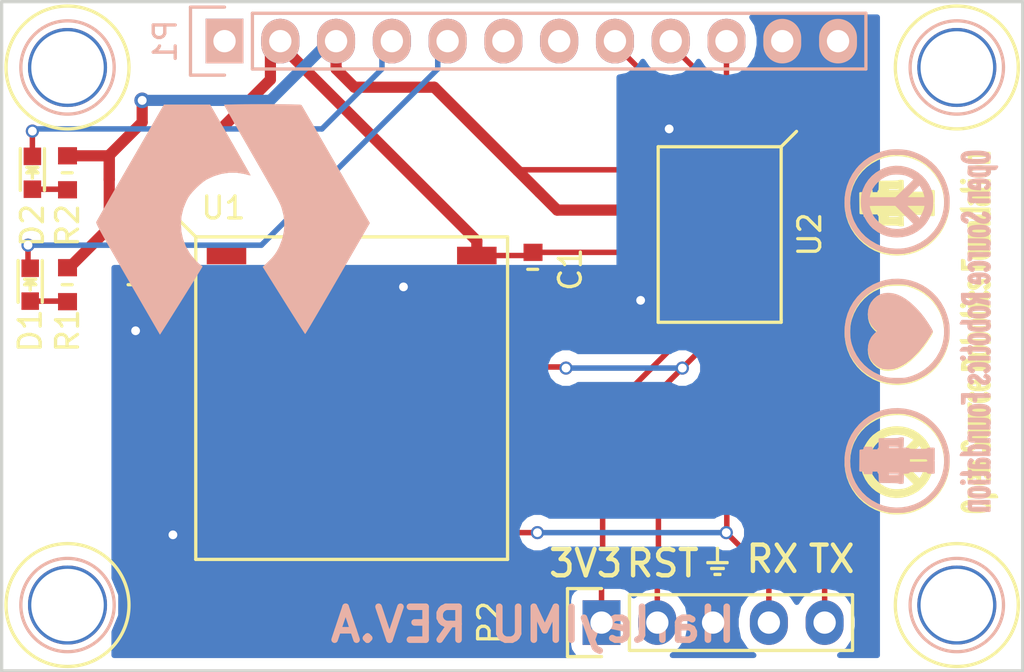
<source format=kicad_pcb>
(kicad_pcb (version 4) (host pcbnew 4.1.0-alpha+201606131201+6926~45~ubuntu16.04.1-product)

  (general
    (links 31)
    (no_connects 0)
    (area 11.924999 167.424999 58.575001 198.075001)
    (thickness 1.6)
    (drawings 9)
    (tracks 122)
    (zones 0)
    (modules 18)
    (nets 37)
  )

  (page A4)
  (layers
    (0 F.Cu signal)
    (31 B.Cu signal)
    (32 B.Adhes user)
    (33 F.Adhes user)
    (34 B.Paste user)
    (35 F.Paste user)
    (36 B.SilkS user)
    (37 F.SilkS user)
    (38 B.Mask user)
    (39 F.Mask user)
    (40 Dwgs.User user)
    (41 Cmts.User user)
    (42 Eco1.User user)
    (43 Eco2.User user)
    (44 Edge.Cuts user)
    (45 Margin user)
    (46 B.CrtYd user)
    (47 F.CrtYd user)
    (48 B.Fab user hide)
    (49 F.Fab user hide)
  )

  (setup
    (last_trace_width 0.25)
    (trace_clearance 0.2)
    (zone_clearance 0.508)
    (zone_45_only no)
    (trace_min 0.2)
    (segment_width 0.2)
    (edge_width 0.15)
    (via_size 0.6)
    (via_drill 0.4)
    (via_min_size 0.4)
    (via_min_drill 0.3)
    (uvia_size 0.3)
    (uvia_drill 0.1)
    (uvias_allowed no)
    (uvia_min_size 0.2)
    (uvia_min_drill 0.1)
    (pcb_text_width 0.3)
    (pcb_text_size 1.5 1.5)
    (mod_edge_width 0.15)
    (mod_text_size 1 1)
    (mod_text_width 0.15)
    (pad_size 1.524 1.524)
    (pad_drill 0.762)
    (pad_to_mask_clearance 0.2)
    (aux_axis_origin 0 0)
    (visible_elements FFFFFF7F)
    (pcbplotparams
      (layerselection 0x00030_ffffffff)
      (usegerberextensions false)
      (excludeedgelayer true)
      (linewidth 0.100000)
      (plotframeref false)
      (viasonmask false)
      (mode 1)
      (useauxorigin false)
      (hpglpennumber 1)
      (hpglpenspeed 20)
      (hpglpendiameter 15)
      (psnegative false)
      (psa4output false)
      (plotreference true)
      (plotvalue true)
      (plotinvisibletext false)
      (padsonsilk false)
      (subtractmaskfromsilk false)
      (outputformat 1)
      (mirror false)
      (drillshape 1)
      (scaleselection 1)
      (outputdirectory ""))
  )

  (net 0 "")
  (net 1 +3V3)
  (net 2 GND)
  (net 3 "Net-(D1-Pad2)")
  (net 4 FPGA_Signal2)
  (net 5 "Net-(D2-Pad2)")
  (net 6 FPGA_Signal1)
  (net 7 IMU_RST#_2V5)
  (net 8 IMU_RX_2V5)
  (net 9 +5V)
  (net 10 IMU_TX_2V5)
  (net 11 +2V5)
  (net 12 IMU_RX)
  (net 13 IMU_TX)
  (net 14 "Net-(U1-Pad4)")
  (net 15 IMU_RST#)
  (net 16 "Net-(U1-Pad1)")
  (net 17 "Net-(U1-Pad2)")
  (net 18 "Net-(U1-Pad3)")
  (net 19 "Net-(U1-Pad5)")
  (net 20 "Net-(U1-Pad6)")
  (net 21 "Net-(U1-Pad7)")
  (net 22 "Net-(U1-Pad8)")
  (net 23 "Net-(U1-Pad9)")
  (net 24 "Net-(U1-Pad10)")
  (net 25 "Net-(U1-Pad13)")
  (net 26 "Net-(U1-Pad14)")
  (net 27 "Net-(U1-Pad15)")
  (net 28 "Net-(U1-Pad16)")
  (net 29 "Net-(U1-Pad17)")
  (net 30 "Net-(U1-Pad20)")
  (net 31 "Net-(U2-Pad1)")
  (net 32 "Net-(U2-Pad3)")
  (net 33 "Net-(U2-Pad14)")
  (net 34 "Net-(U2-Pad16)")
  (net 35 "Net-(P1-Pad6)")
  (net 36 "Net-(P1-Pad7)")

  (net_class Default "This is the default net class."
    (clearance 0.2)
    (trace_width 0.25)
    (via_dia 0.6)
    (via_drill 0.4)
    (uvia_dia 0.3)
    (uvia_drill 0.1)
    (add_net +2V5)
    (add_net +3V3)
    (add_net +5V)
    (add_net FPGA_Signal1)
    (add_net FPGA_Signal2)
    (add_net GND)
    (add_net IMU_RST#)
    (add_net IMU_RST#_2V5)
    (add_net IMU_RX)
    (add_net IMU_RX_2V5)
    (add_net IMU_TX)
    (add_net IMU_TX_2V5)
    (add_net "Net-(D1-Pad2)")
    (add_net "Net-(D2-Pad2)")
    (add_net "Net-(P1-Pad6)")
    (add_net "Net-(P1-Pad7)")
    (add_net "Net-(U1-Pad1)")
    (add_net "Net-(U1-Pad10)")
    (add_net "Net-(U1-Pad13)")
    (add_net "Net-(U1-Pad14)")
    (add_net "Net-(U1-Pad15)")
    (add_net "Net-(U1-Pad16)")
    (add_net "Net-(U1-Pad17)")
    (add_net "Net-(U1-Pad2)")
    (add_net "Net-(U1-Pad20)")
    (add_net "Net-(U1-Pad3)")
    (add_net "Net-(U1-Pad4)")
    (add_net "Net-(U1-Pad5)")
    (add_net "Net-(U1-Pad6)")
    (add_net "Net-(U1-Pad7)")
    (add_net "Net-(U1-Pad8)")
    (add_net "Net-(U1-Pad9)")
    (add_net "Net-(U2-Pad1)")
    (add_net "Net-(U2-Pad14)")
    (add_net "Net-(U2-Pad16)")
    (add_net "Net-(U2-Pad3)")
  )

  (module silkscreen:OSRF_17x7mm (layer B.Cu) (tedit 0) (tstamp 57361831)
    (at 53.9 182.5 270)
    (fp_text reference G*** (at 0 0 270) (layer B.SilkS) hide
      (effects (font (thickness 0.3)) (justify mirror))
    )
    (fp_text value LOGO (at 0.75 0 270) (layer B.SilkS) hide
      (effects (font (thickness 0.3)) (justify mirror))
    )
    (fp_poly (pts (xy -7.033846 -2.608825) (xy -7.040852 -2.778645) (xy -7.062028 -2.912527) (xy -7.097612 -3.011043)
      (xy -7.147843 -3.074764) (xy -7.153966 -3.077537) (xy -7.153966 -2.510035) (xy -7.163497 -2.389815)
      (xy -7.183892 -2.305339) (xy -7.215522 -2.25561) (xy -7.258759 -2.239628) (xy -7.308622 -2.253627)
      (xy -7.325986 -2.263306) (xy -7.338616 -2.27631) (xy -7.347388 -2.298512) (xy -7.353178 -2.335782)
      (xy -7.356861 -2.393992) (xy -7.359314 -2.479015) (xy -7.361412 -2.596721) (xy -7.361609 -2.60884)
      (xy -7.363217 -2.731503) (xy -7.363152 -2.820911) (xy -7.360956 -2.882868) (xy -7.356169 -2.923178)
      (xy -7.348332 -2.947646) (xy -7.336986 -2.962074) (xy -7.333452 -2.964862) (xy -7.277238 -2.987881)
      (xy -7.223779 -2.980083) (xy -7.187057 -2.945423) (xy -7.176532 -2.907915) (xy -7.166894 -2.840247)
      (xy -7.159172 -2.751335) (xy -7.154927 -2.667) (xy -7.153966 -2.510035) (xy -7.153966 -3.077537)
      (xy -7.212958 -3.104261) (xy -7.241252 -3.106615) (xy -7.288706 -3.101172) (xy -7.316527 -3.08798)
      (xy -7.317153 -3.087077) (xy -7.33878 -3.06645) (xy -7.354271 -3.083935) (xy -7.363438 -3.139019)
      (xy -7.366123 -3.218961) (xy -7.366908 -3.295593) (xy -7.371216 -3.34311) (xy -7.382207 -3.371471)
      (xy -7.403043 -3.390638) (xy -7.424739 -3.403668) (xy -7.48323 -3.436952) (xy -7.48323 -2.7923)
      (xy -7.48323 -2.147648) (xy -7.409961 -2.148264) (xy -7.340569 -2.145732) (xy -7.26458 -2.138707)
      (xy -7.252678 -2.137141) (xy -7.189318 -2.133684) (xy -7.146973 -2.14731) (xy -7.130368 -2.160059)
      (xy -7.087836 -2.222389) (xy -7.057418 -2.320838) (xy -7.039352 -2.454298) (xy -7.033846 -2.608825)
      (xy -7.033846 -2.608825)) (layer B.SilkS) (width 0.1))
    (fp_poly (pts (xy -7.6488 -2.510919) (xy -7.653581 -2.644937) (xy -7.663991 -2.764481) (xy -7.680033 -2.858971)
      (xy -7.685664 -2.879927) (xy -7.730881 -2.987481) (xy -7.778386 -3.046713) (xy -7.778386 -2.507052)
      (xy -7.780138 -2.383692) (xy -7.7853 -2.245339) (xy -7.793388 -2.140487) (xy -7.805654 -2.063596)
      (xy -7.823346 -2.009125) (xy -7.847715 -1.971535) (xy -7.878884 -1.945979) (xy -7.925921 -1.933287)
      (xy -7.965255 -1.958514) (xy -7.996927 -2.021755) (xy -8.020976 -2.123106) (xy -8.037441 -2.262662)
      (xy -8.042607 -2.342175) (xy -8.046247 -2.503886) (xy -8.040265 -2.647238) (xy -8.025581 -2.769344)
      (xy -8.003117 -2.867318) (xy -7.973792 -2.93827) (xy -7.938528 -2.979313) (xy -7.898245 -2.987561)
      (xy -7.853863 -2.960125) (xy -7.847664 -2.953592) (xy -7.817181 -2.896994) (xy -7.795512 -2.804026)
      (xy -7.782599 -2.674206) (xy -7.778386 -2.507052) (xy -7.778386 -3.046713) (xy -7.79028 -3.061544)
      (xy -7.861682 -3.100744) (xy -7.942907 -3.103711) (xy -8.007342 -3.082118) (xy -8.065471 -3.032843)
      (xy -8.110155 -2.947349) (xy -8.14142 -2.825521) (xy -8.159293 -2.667241) (xy -8.163798 -2.472395)
      (xy -8.161708 -2.379552) (xy -8.155013 -2.234206) (xy -8.14512 -2.121539) (xy -8.130596 -2.03519)
      (xy -8.11001 -1.9688) (xy -8.081933 -1.91601) (xy -8.047838 -1.873543) (xy -8.002778 -1.835141)
      (xy -7.952099 -1.819214) (xy -7.908893 -1.817077) (xy -7.831711 -1.830371) (xy -7.770328 -1.87251)
      (xy -7.721383 -1.946878) (xy -7.685905 -2.041769) (xy -7.6682 -2.127853) (xy -7.656112 -2.241794)
      (xy -7.649644 -2.373011) (xy -7.6488 -2.510919) (xy -7.6488 -2.510919)) (layer B.SilkS) (width 0.1))
    (fp_poly (pts (xy -6.442052 -2.657231) (xy -6.560486 -2.657231) (xy -6.560486 -2.54) (xy -6.574106 -2.447192)
      (xy -6.596425 -2.345148) (xy -6.628185 -2.280276) (xy -6.669823 -2.251725) (xy -6.674919 -2.250781)
      (xy -6.70543 -2.255497) (xy -6.730187 -2.285228) (xy -6.748006 -2.324445) (xy -6.768647 -2.392359)
      (xy -6.779405 -2.459628) (xy -6.779846 -2.472011) (xy -6.779846 -2.54) (xy -6.670166 -2.54)
      (xy -6.560486 -2.54) (xy -6.560486 -2.657231) (xy -6.613624 -2.657231) (xy -6.785196 -2.657231)
      (xy -6.774926 -2.785174) (xy -6.758837 -2.881559) (xy -6.730257 -2.94881) (xy -6.692177 -2.98464)
      (xy -6.647588 -2.986764) (xy -6.599482 -2.952896) (xy -6.582449 -2.932226) (xy -6.550853 -2.895633)
      (xy -6.525886 -2.887822) (xy -6.50371 -2.897849) (xy -6.473472 -2.927298) (xy -6.473769 -2.963018)
      (xy -6.505773 -3.010586) (xy -6.533661 -3.040185) (xy -6.607325 -3.093669) (xy -6.681361 -3.109257)
      (xy -6.752535 -3.086847) (xy -6.798851 -3.04857) (xy -6.841538 -2.988277) (xy -6.871138 -2.909791)
      (xy -6.889033 -2.807119) (xy -6.896607 -2.674271) (xy -6.897077 -2.622817) (xy -6.888921 -2.455462)
      (xy -6.864585 -2.322196) (xy -6.824265 -2.223452) (xy -6.768158 -2.15966) (xy -6.69646 -2.131251)
      (xy -6.672384 -2.129692) (xy -6.601747 -2.143182) (xy -6.545963 -2.18519) (xy -6.503723 -2.258024)
      (xy -6.473721 -2.363991) (xy -6.454649 -2.505399) (xy -6.45378 -2.515577) (xy -6.442052 -2.657231)
      (xy -6.442052 -2.657231)) (layer B.SilkS) (width 0.1))
    (fp_poly (pts (xy -4.922989 -2.820657) (xy -4.937337 -2.933319) (xy -4.955634 -2.982408) (xy -5.007333 -3.050916)
      (xy -5.078884 -3.093153) (xy -5.160088 -3.106785) (xy -5.240747 -3.089478) (xy -5.289984 -3.058926)
      (xy -5.335603 -3.002699) (xy -5.372221 -2.926208) (xy -5.391474 -2.848262) (xy -5.392615 -2.828143)
      (xy -5.374884 -2.802961) (xy -5.335415 -2.79004) (xy -5.298687 -2.788148) (xy -5.277813 -2.802838)
      (xy -5.262789 -2.843529) (xy -5.257667 -2.863247) (xy -5.229504 -2.938655) (xy -5.190455 -2.978712)
      (xy -5.13763 -2.986315) (xy -5.135295 -2.986) (xy -5.087359 -2.961034) (xy -5.05687 -2.906926)
      (xy -5.047174 -2.830976) (xy -5.049524 -2.798822) (xy -5.081102 -2.680832) (xy -5.148055 -2.559788)
      (xy -5.216769 -2.471615) (xy -5.311594 -2.341822) (xy -5.368795 -2.215479) (xy -5.388083 -2.093581)
      (xy -5.369172 -1.977118) (xy -5.36402 -1.962763) (xy -5.335131 -1.903733) (xy -5.301511 -1.857545)
      (xy -5.288947 -1.846352) (xy -5.225979 -1.82214) (xy -5.148305 -1.81852) (xy -5.074001 -1.834819)
      (xy -5.036056 -1.855788) (xy -5.006774 -1.888362) (xy -4.975319 -1.937062) (xy -4.947734 -1.990144)
      (xy -4.930061 -2.035864) (xy -4.928341 -2.062477) (xy -4.929184 -2.063543) (xy -4.951407 -2.07199)
      (xy -4.995023 -2.082412) (xy -4.995785 -2.082565) (xy -5.038606 -2.086605) (xy -5.059458 -2.069223)
      (xy -5.069201 -2.038916) (xy -5.094684 -1.973087) (xy -5.13224 -1.940366) (xy -5.167923 -1.934308)
      (xy -5.217416 -1.946645) (xy -5.245558 -1.985905) (xy -5.254097 -2.055455) (xy -5.252091 -2.096549)
      (xy -5.246588 -2.142741) (xy -5.236027 -2.18425) (xy -5.216697 -2.227815) (xy -5.184888 -2.280173)
      (xy -5.136888 -2.348062) (xy -5.068987 -2.43822) (xy -5.050907 -2.461846) (xy -4.981386 -2.57611)
      (xy -4.938209 -2.69865) (xy -4.922989 -2.820657) (xy -4.922989 -2.820657)) (layer B.SilkS) (width 0.1))
    (fp_poly (pts (xy -4.309937 -2.618154) (xy -4.312387 -2.714598) (xy -4.318973 -2.806288) (xy -4.32855 -2.879957)
      (xy -4.335091 -2.909433) (xy -4.376436 -3.002697) (xy -4.430034 -3.062523) (xy -4.430034 -2.618154)
      (xy -4.433554 -2.478338) (xy -4.445294 -2.374104) (xy -4.466089 -2.302659) (xy -4.496775 -2.261213)
      (xy -4.538189 -2.246973) (xy -4.541245 -2.246923) (xy -4.583794 -2.254015) (xy -4.61534 -2.278255)
      (xy -4.637303 -2.324086) (xy -4.651102 -2.395953) (xy -4.65816 -2.498299) (xy -4.659923 -2.618154)
      (xy -4.659121 -2.730408) (xy -4.656188 -2.810881) (xy -4.650332 -2.866844) (xy -4.640762 -2.90557)
      (xy -4.626686 -2.93433) (xy -4.62528 -2.936513) (xy -4.580316 -2.980033) (xy -4.529137 -2.986668)
      (xy -4.499953 -2.974034) (xy -4.469728 -2.938316) (xy -4.448414 -2.873542) (xy -4.43543 -2.776759)
      (xy -4.430196 -2.645014) (xy -4.430034 -2.618154) (xy -4.430034 -3.062523) (xy -4.434496 -3.067504)
      (xy -4.503791 -3.10144) (xy -4.578839 -3.102093) (xy -4.654159 -3.067048) (xy -4.668139 -3.056078)
      (xy -4.719493 -2.996802) (xy -4.755377 -2.916105) (xy -4.776791 -2.809684) (xy -4.784732 -2.673235)
      (xy -4.782954 -2.561292) (xy -4.772115 -2.413133) (xy -4.750988 -2.299849) (xy -4.717748 -2.218166)
      (xy -4.670571 -2.164809) (xy -4.607633 -2.136505) (xy -4.542473 -2.129692) (xy -4.467022 -2.148237)
      (xy -4.401578 -2.200438) (xy -4.35156 -2.281144) (xy -4.335091 -2.326874) (xy -4.324295 -2.383823)
      (xy -4.315817 -2.466564) (xy -4.310805 -2.561833) (xy -4.309937 -2.618154) (xy -4.309937 -2.618154)) (layer B.SilkS) (width 0.1))
    (fp_poly (pts (xy -3.712307 -3.087077) (xy -3.770923 -3.087077) (xy -3.812073 -3.081098) (xy -3.829533 -3.066693)
      (xy -3.829538 -3.06643) (xy -3.842704 -3.060718) (xy -3.872962 -3.0762) (xy -3.940392 -3.102421)
      (xy -4.016569 -3.10166) (xy -4.078431 -3.076732) (xy -4.10504 -3.051441) (xy -4.125556 -3.014311)
      (xy -4.140688 -2.960642) (xy -4.151145 -2.885738) (xy -4.157636 -2.7849) (xy -4.160868 -2.653432)
      (xy -4.161583 -2.525346) (xy -4.161692 -2.149231) (xy -4.103077 -2.149231) (xy -4.044461 -2.149231)
      (xy -4.042514 -2.515577) (xy -4.041193 -2.634559) (xy -4.038703 -2.7428) (xy -4.035313 -2.833136)
      (xy -4.031286 -2.898405) (xy -4.027087 -2.930769) (xy -3.998353 -2.970794) (xy -3.947984 -2.987764)
      (xy -3.887875 -2.978688) (xy -3.869581 -2.970363) (xy -3.856094 -2.961416) (xy -3.846031 -2.947516)
      (xy -3.838891 -2.923406) (xy -3.834174 -2.883828) (xy -3.831382 -2.823524) (xy -3.830013 -2.737236)
      (xy -3.82957 -2.619707) (xy -3.829538 -2.549082) (xy -3.829538 -2.149231) (xy -3.770923 -2.149231)
      (xy -3.712307 -2.149231) (xy -3.712307 -2.618154) (xy -3.712307 -3.087077) (xy -3.712307 -3.087077)) (layer B.SilkS) (width 0.1))
    (fp_poly (pts (xy -2.723362 -2.923405) (xy -2.738301 -2.962242) (xy -2.746058 -2.978762) (xy -2.778415 -3.032541)
      (xy -2.814687 -3.07354) (xy -2.820433 -3.077984) (xy -2.888854 -3.104413) (xy -2.963702 -3.100641)
      (xy -3.029099 -3.067972) (xy -3.037667 -3.060109) (xy -3.086478 -2.986649) (xy -3.121182 -2.87956)
      (xy -3.141021 -2.741939) (xy -3.145692 -2.618154) (xy -3.137427 -2.450384) (xy -3.112595 -2.317912)
      (xy -3.07114 -2.220618) (xy -3.013003 -2.158384) (xy -2.938129 -2.13109) (xy -2.913855 -2.129692)
      (xy -2.853332 -2.136998) (xy -2.808365 -2.165496) (xy -2.785967 -2.189807) (xy -2.753873 -2.231706)
      (xy -2.736435 -2.261783) (xy -2.735384 -2.266363) (xy -2.729005 -2.298092) (xy -2.72486 -2.310229)
      (xy -2.732846 -2.338544) (xy -2.766462 -2.361405) (xy -2.80464 -2.376602) (xy -2.82246 -2.379539)
      (xy -2.83154 -2.359475) (xy -2.848727 -2.317647) (xy -2.851613 -2.310423) (xy -2.880431 -2.262409)
      (xy -2.918673 -2.246956) (xy -2.921 -2.246923) (xy -2.9565 -2.25683) (xy -2.983019 -2.289004)
      (xy -3.001498 -2.347121) (xy -3.012877 -2.434859) (xy -3.018097 -2.555897) (xy -3.018692 -2.628816)
      (xy -3.017818 -2.738967) (xy -3.014637 -2.817533) (xy -3.008307 -2.871979) (xy -2.997989 -2.909767)
      (xy -2.984049 -2.936547) (xy -2.941219 -2.980421) (xy -2.897933 -2.98577) (xy -2.85758 -2.952957)
      (xy -2.838911 -2.921) (xy -2.814072 -2.873319) (xy -2.794198 -2.856693) (xy -2.768566 -2.866384)
      (xy -2.748396 -2.881015) (xy -2.726614 -2.901056) (xy -2.723362 -2.923405) (xy -2.723362 -2.923405)) (layer B.SilkS) (width 0.1))
    (fp_poly (pts (xy -2.146419 -2.657231) (xy -2.286 -2.657231) (xy -2.286 -2.54) (xy -2.286 -2.461218)
      (xy -2.294081 -2.381058) (xy -2.315582 -2.312511) (xy -2.34639 -2.264745) (xy -2.382193 -2.246923)
      (xy -2.422579 -2.265619) (xy -2.456177 -2.318868) (xy -2.480735 -2.402409) (xy -2.488034 -2.447192)
      (xy -2.500175 -2.54) (xy -2.393087 -2.54) (xy -2.286 -2.54) (xy -2.286 -2.657231)
      (xy -2.325922 -2.657231) (xy -2.505425 -2.657231) (xy -2.491391 -2.769556) (xy -2.478621 -2.842243)
      (xy -2.461061 -2.907096) (xy -2.449561 -2.935633) (xy -2.410372 -2.979739) (xy -2.36241 -2.989033)
      (xy -2.314655 -2.963513) (xy -2.292364 -2.935654) (xy -2.267511 -2.896273) (xy -2.253249 -2.874315)
      (xy -2.252956 -2.873902) (xy -2.236263 -2.879289) (xy -2.208411 -2.90095) (xy -2.183654 -2.927155)
      (xy -2.181587 -2.951225) (xy -2.201295 -2.99019) (xy -2.203407 -2.993815) (xy -2.261153 -3.061346)
      (xy -2.332493 -3.097516) (xy -2.409295 -3.100535) (xy -2.48343 -3.068618) (xy -2.496738 -3.058292)
      (xy -2.544244 -3.002194) (xy -2.577706 -2.923341) (xy -2.598235 -2.817312) (xy -2.606943 -2.679686)
      (xy -2.607383 -2.618154) (xy -2.602513 -2.476577) (xy -2.588386 -2.366316) (xy -2.563384 -2.280366)
      (xy -2.525893 -2.21172) (xy -2.508441 -2.189196) (xy -2.462657 -2.146758) (xy -2.410843 -2.130832)
      (xy -2.383692 -2.129692) (xy -2.318044 -2.141832) (xy -2.265041 -2.180137) (xy -2.223146 -2.247437)
      (xy -2.190827 -2.346565) (xy -2.16655 -2.480349) (xy -2.158673 -2.544885) (xy -2.146419 -2.657231)
      (xy -2.146419 -2.657231)) (layer B.SilkS) (width 0.1))
    (fp_poly (pts (xy -0.606591 -2.656077) (xy -0.613064 -2.774726) (xy -0.627484 -2.874968) (xy -0.635321 -2.906218)
      (xy -0.676466 -2.997266) (xy -0.732692 -3.060497) (xy -0.732692 -2.618154) (xy -0.733494 -2.505899)
      (xy -0.736427 -2.425427) (xy -0.742283 -2.369464) (xy -0.751853 -2.330738) (xy -0.765928 -2.301977)
      (xy -0.767335 -2.299794) (xy -0.812983 -2.255121) (xy -0.862241 -2.247672) (xy -0.908258 -2.277021)
      (xy -0.93035 -2.309934) (xy -0.945283 -2.359737) (xy -0.956611 -2.437888) (xy -0.963921 -2.533788)
      (xy -0.966797 -2.63684) (xy -0.964826 -2.736446) (xy -0.957592 -2.822005) (xy -0.951732 -2.856872)
      (xy -0.925049 -2.930645) (xy -0.885999 -2.975387) (xy -0.840384 -2.988591) (xy -0.794007 -2.967752)
      (xy -0.767335 -2.936513) (xy -0.752847 -2.908256) (xy -0.74293 -2.870642) (xy -0.736794 -2.816399)
      (xy -0.733647 -2.738255) (xy -0.732697 -2.628937) (xy -0.732692 -2.618154) (xy -0.732692 -3.060497)
      (xy -0.734747 -3.062809) (xy -0.804013 -3.099824) (xy -0.878111 -3.105285) (xy -0.950888 -3.076167)
      (xy -0.962983 -3.067328) (xy -1.013729 -3.011567) (xy -1.049906 -2.93328) (xy -1.072697 -2.828089)
      (xy -1.083285 -2.691618) (xy -1.084384 -2.618154) (xy -1.07724 -2.454598) (xy -1.055312 -2.326018)
      (xy -1.017853 -2.230926) (xy -0.964119 -2.167828) (xy -0.893364 -2.135235) (xy -0.840183 -2.129692)
      (xy -0.762158 -2.147988) (xy -0.697954 -2.201988) (xy -0.648924 -2.290361) (xy -0.634951 -2.331336)
      (xy -0.617526 -2.420217) (xy -0.608075 -2.533186) (xy -0.606591 -2.656077) (xy -0.606591 -2.656077)) (layer B.SilkS) (width 0.1))
    (fp_poly (pts (xy 0 -2.600759) (xy -0.003891 -2.754268) (xy -0.016165 -2.873882) (xy -0.03772 -2.964061)
      (xy -0.069457 -3.029264) (xy -0.091921 -3.056438) (xy -0.119191 -3.074714) (xy -0.119191 -2.569273)
      (xy -0.122261 -2.470044) (xy -0.129111 -2.387614) (xy -0.137733 -2.339961) (xy -0.167843 -2.272918)
      (xy -0.210486 -2.242578) (xy -0.265192 -2.249237) (xy -0.274775 -2.253627) (xy -0.29214 -2.263306)
      (xy -0.30477 -2.27631) (xy -0.313542 -2.298512) (xy -0.319332 -2.335782) (xy -0.323015 -2.393992)
      (xy -0.325468 -2.479015) (xy -0.327566 -2.596721) (xy -0.327763 -2.60884) (xy -0.329394 -2.731171)
      (xy -0.329395 -2.820291) (xy -0.327285 -2.88205) (xy -0.322585 -2.922298) (xy -0.314814 -2.946885)
      (xy -0.303493 -2.96166) (xy -0.298473 -2.96569) (xy -0.241211 -2.988364) (xy -0.188884 -2.975)
      (xy -0.149773 -2.928492) (xy -0.142756 -2.911231) (xy -0.131684 -2.85628) (xy -0.124001 -2.773539)
      (xy -0.119804 -2.674154) (xy -0.119191 -2.569273) (xy -0.119191 -3.074714) (xy -0.138358 -3.087561)
      (xy -0.194458 -3.105362) (xy -0.246391 -3.107479) (xy -0.280326 -3.09155) (xy -0.282158 -3.088937)
      (xy -0.306627 -3.080154) (xy -0.354265 -3.079908) (xy -0.371234 -3.08174) (xy -0.449384 -3.092222)
      (xy -0.449384 -2.468631) (xy -0.449384 -1.845041) (xy -0.390769 -1.810416) (xy -0.332153 -1.775791)
      (xy -0.332153 -1.97228) (xy -0.329795 -2.074926) (xy -0.322511 -2.139897) (xy -0.309992 -2.168319)
      (xy -0.291925 -2.16132) (xy -0.283307 -2.149231) (xy -0.252997 -2.132454) (xy -0.202079 -2.129202)
      (xy -0.146055 -2.13806) (xy -0.100425 -2.157612) (xy -0.089595 -2.166921) (xy -0.047298 -2.239221)
      (xy -0.018309 -2.347537) (xy -0.002789 -2.491089) (xy 0 -2.600759) (xy 0 -2.600759)) (layer B.SilkS) (width 0.1))
    (fp_poly (pts (xy 0.615462 -2.618154) (xy 0.610023 -2.770271) (xy 0.592919 -2.88912) (xy 0.562966 -2.979079)
      (xy 0.518981 -3.044525) (xy 0.495661 -3.065863) (xy 0.495661 -2.618154) (xy 0.491787 -2.478183)
      (xy 0.479607 -2.373823) (xy 0.458283 -2.302329) (xy 0.426977 -2.260954) (xy 0.384854 -2.246954)
      (xy 0.382448 -2.246923) (xy 0.339898 -2.254015) (xy 0.308352 -2.278255) (xy 0.28639 -2.324086)
      (xy 0.27259 -2.395953) (xy 0.265532 -2.498299) (xy 0.26377 -2.618154) (xy 0.264571 -2.730408)
      (xy 0.267505 -2.810881) (xy 0.273361 -2.866844) (xy 0.282931 -2.90557) (xy 0.297006 -2.93433)
      (xy 0.298412 -2.936513) (xy 0.343857 -2.982092) (xy 0.3917 -2.990191) (xy 0.436109 -2.961528)
      (xy 0.463751 -2.916115) (xy 0.479821 -2.864715) (xy 0.489918 -2.794246) (xy 0.494847 -2.697192)
      (xy 0.495661 -2.618154) (xy 0.495661 -3.065863) (xy 0.49406 -3.067328) (xy 0.421403 -3.101722)
      (xy 0.34243 -3.100697) (xy 0.266388 -3.064683) (xy 0.255821 -3.056303) (xy 0.202523 -2.991378)
      (xy 0.165431 -2.898471) (xy 0.143772 -2.774728) (xy 0.13677 -2.618154) (xy 0.145098 -2.450101)
      (xy 0.17009 -2.317376) (xy 0.211758 -2.219952) (xy 0.270114 -2.157806) (xy 0.345168 -2.130913)
      (xy 0.367708 -2.129692) (xy 0.450278 -2.14343) (xy 0.515142 -2.185781) (xy 0.563163 -2.25845)
      (xy 0.595206 -2.363143) (xy 0.612138 -2.501566) (xy 0.615462 -2.618154) (xy 0.615462 -2.618154)) (layer B.SilkS) (width 0.1))
    (fp_poly (pts (xy 1.055606 -3.00982) (xy 1.040926 -3.056982) (xy 1.034851 -3.068823) (xy 0.999528 -3.097999)
      (xy 0.944767 -3.108113) (xy 0.885112 -3.099397) (xy 0.835106 -3.072084) (xy 0.828529 -3.065517)
      (xy 0.815643 -3.047995) (xy 0.805893 -3.024047) (xy 0.798711 -2.988094) (xy 0.793527 -2.934558)
      (xy 0.789771 -2.857859) (xy 0.786875 -2.752418) (xy 0.784657 -2.635671) (xy 0.782192 -2.503164)
      (xy 0.779595 -2.404701) (xy 0.776296 -2.335255) (xy 0.771726 -2.289795) (xy 0.765317 -2.263292)
      (xy 0.756499 -2.250718) (xy 0.744705 -2.247042) (xy 0.740695 -2.246923) (xy 0.711163 -2.234487)
      (xy 0.703385 -2.198077) (xy 0.712543 -2.159773) (xy 0.742462 -2.149231) (xy 0.762514 -2.14574)
      (xy 0.774244 -2.129849) (xy 0.779838 -2.093423) (xy 0.781486 -2.028332) (xy 0.781539 -2.004023)
      (xy 0.782476 -1.92879) (xy 0.787552 -1.881793) (xy 0.800164 -1.852197) (xy 0.823708 -1.829167)
      (xy 0.840154 -1.817077) (xy 0.89877 -1.775339) (xy 0.89877 -1.962285) (xy 0.89877 -2.149231)
      (xy 0.967154 -2.149231) (xy 1.0134 -2.15288) (xy 1.032332 -2.169303) (xy 1.035539 -2.198077)
      (xy 1.03043 -2.231109) (xy 1.007438 -2.244632) (xy 0.967154 -2.246923) (xy 0.89877 -2.246923)
      (xy 0.899069 -2.593731) (xy 0.900092 -2.707631) (xy 0.902747 -2.808918) (xy 0.906712 -2.890724)
      (xy 0.91167 -2.94618) (xy 0.916443 -2.967497) (xy 0.950255 -2.986118) (xy 0.994297 -2.985534)
      (xy 1.040407 -2.98671) (xy 1.055606 -3.00982) (xy 1.055606 -3.00982)) (layer B.SilkS) (width 0.1))
    (fp_poly (pts (xy 1.890192 -2.929821) (xy 1.876504 -2.967888) (xy 1.829481 -3.042859) (xy 1.766679 -3.089209)
      (xy 1.695669 -3.104247) (xy 1.624019 -3.085286) (xy 1.596556 -3.067328) (xy 1.545794 -3.011573)
      (xy 1.509633 -2.933348) (xy 1.486888 -2.828265) (xy 1.476376 -2.691935) (xy 1.475322 -2.618154)
      (xy 1.478486 -2.485232) (xy 1.489017 -2.382936) (xy 1.508806 -2.303197) (xy 1.539746 -2.237949)
      (xy 1.576262 -2.187811) (xy 1.636725 -2.141566) (xy 1.705702 -2.127757) (xy 1.774477 -2.143751)
      (xy 1.834334 -2.186911) (xy 1.876554 -2.254602) (xy 1.884945 -2.281128) (xy 1.886543 -2.329583)
      (xy 1.863595 -2.358503) (xy 1.826964 -2.379748) (xy 1.801843 -2.373952) (xy 1.778824 -2.336683)
      (xy 1.7689 -2.313895) (xy 1.734591 -2.262916) (xy 1.693665 -2.248893) (xy 1.652033 -2.271769)
      (xy 1.622817 -2.315308) (xy 1.607555 -2.369539) (xy 1.597543 -2.451643) (xy 1.592676 -2.551115)
      (xy 1.592853 -2.657452) (xy 1.59797 -2.760146) (xy 1.607925 -2.848694) (xy 1.622614 -2.912591)
      (xy 1.628807 -2.927096) (xy 1.667805 -2.975383) (xy 1.710398 -2.985852) (xy 1.751761 -2.958845)
      (xy 1.778 -2.916538) (xy 1.80175 -2.870583) (xy 1.821785 -2.855927) (xy 1.849378 -2.867781)
      (xy 1.865645 -2.879303) (xy 1.888798 -2.901929) (xy 1.890192 -2.929821) (xy 1.890192 -2.929821)) (layer B.SilkS) (width 0.1))
    (fp_poly (pts (xy 2.422465 -2.866585) (xy 2.416058 -2.926976) (xy 2.38568 -3.007807) (xy 2.328997 -3.066669)
      (xy 2.254618 -3.099147) (xy 2.17115 -3.100827) (xy 2.113581 -3.082118) (xy 2.075529 -3.050826)
      (xy 2.038339 -3.000759) (xy 2.031104 -2.987627) (xy 1.994047 -2.914989) (xy 2.044026 -2.882241)
      (xy 2.079754 -2.861258) (xy 2.097084 -2.855767) (xy 2.097196 -2.855939) (xy 2.133439 -2.924265)
      (xy 2.162012 -2.963804) (xy 2.189267 -2.982245) (xy 2.20469 -2.986) (xy 2.260114 -2.979107)
      (xy 2.293965 -2.939996) (xy 2.305538 -2.869487) (xy 2.305539 -2.868742) (xy 2.302696 -2.830165)
      (xy 2.29081 -2.794993) (xy 2.264847 -2.755063) (xy 2.219775 -2.702212) (xy 2.169624 -2.648365)
      (xy 2.096917 -2.568045) (xy 2.049468 -2.504147) (xy 2.023111 -2.447376) (xy 2.013681 -2.38844)
      (xy 2.017012 -2.318044) (xy 2.017899 -2.309905) (xy 2.042768 -2.221619) (xy 2.093516 -2.162232)
      (xy 2.16897 -2.13284) (xy 2.210439 -2.129692) (xy 2.276581 -2.138645) (xy 2.330067 -2.171639)
      (xy 2.346119 -2.186805) (xy 2.390842 -2.242468) (xy 2.399776 -2.285808) (xy 2.37322 -2.319498)
      (xy 2.361629 -2.326428) (xy 2.329376 -2.337131) (xy 2.302097 -2.323298) (xy 2.277928 -2.295896)
      (xy 2.232535 -2.256197) (xy 2.187646 -2.249895) (xy 2.156348 -2.259911) (xy 2.140605 -2.28595)
      (xy 2.133466 -2.339518) (xy 2.133462 -2.339571) (xy 2.132304 -2.378881) (xy 2.13857 -2.411448)
      (xy 2.156996 -2.445516) (xy 2.192321 -2.48933) (xy 2.249283 -2.551132) (xy 2.264004 -2.56671)
      (xy 2.341267 -2.654135) (xy 2.390909 -2.727277) (xy 2.416713 -2.795104) (xy 2.422465 -2.866585)
      (xy 2.422465 -2.866585)) (layer B.SilkS) (width 0.1))
    (fp_poly (pts (xy 3.858847 -2.618154) (xy 3.853408 -2.770271) (xy 3.836304 -2.88912) (xy 3.80635 -2.979079)
      (xy 3.762365 -3.044525) (xy 3.739046 -3.065863) (xy 3.739046 -2.618154) (xy 3.735172 -2.478183)
      (xy 3.722991 -2.373823) (xy 3.701667 -2.302329) (xy 3.670362 -2.260954) (xy 3.628238 -2.246954)
      (xy 3.625832 -2.246923) (xy 3.580885 -2.256916) (xy 3.547588 -2.289634) (xy 3.524254 -2.34919)
      (xy 3.509198 -2.439694) (xy 3.501353 -2.550524) (xy 3.500372 -2.6881) (xy 3.509775 -2.806284)
      (xy 3.528704 -2.898994) (xy 3.556299 -2.960148) (xy 3.559839 -2.964702) (xy 3.594169 -2.984111)
      (xy 3.627774 -2.989385) (xy 3.665119 -2.979121) (xy 3.694441 -2.942572) (xy 3.707136 -2.916115)
      (xy 3.723206 -2.864715) (xy 3.733303 -2.794246) (xy 3.738232 -2.697192) (xy 3.739046 -2.618154)
      (xy 3.739046 -3.065863) (xy 3.737445 -3.067328) (xy 3.664788 -3.101722) (xy 3.585815 -3.100697)
      (xy 3.509772 -3.064683) (xy 3.499206 -3.056303) (xy 3.445907 -2.991378) (xy 3.408816 -2.898471)
      (xy 3.387157 -2.774728) (xy 3.380154 -2.618154) (xy 3.388558 -2.451851) (xy 3.413652 -2.319618)
      (xy 3.455257 -2.221832) (xy 3.513195 -2.158869) (xy 3.587287 -2.131106) (xy 3.611048 -2.129692)
      (xy 3.693628 -2.143423) (xy 3.758499 -2.185756) (xy 3.806526 -2.258398) (xy 3.838576 -2.363057)
      (xy 3.855515 -2.501441) (xy 3.858847 -2.618154) (xy 3.858847 -2.618154)) (layer B.SilkS) (width 0.1))
    (fp_poly (pts (xy 4.45477 -3.087077) (xy 4.396154 -3.087077) (xy 4.355003 -3.081098) (xy 4.337544 -3.066693)
      (xy 4.337539 -3.06643) (xy 4.324373 -3.060718) (xy 4.294114 -3.0762) (xy 4.228027 -3.10221)
      (xy 4.153772 -3.102042) (xy 4.089426 -3.076021) (xy 4.084739 -3.072423) (xy 4.059599 -3.045331)
      (xy 4.040206 -3.006637) (xy 4.025885 -2.951581) (xy 4.015963 -2.875407) (xy 4.009766 -2.773355)
      (xy 4.006619 -2.640667) (xy 4.005851 -2.515577) (xy 4.005385 -2.149231) (xy 4.064 -2.149231)
      (xy 4.122616 -2.149231) (xy 4.123742 -2.486269) (xy 4.124877 -2.638852) (xy 4.127618 -2.756817)
      (xy 4.132689 -2.844609) (xy 4.140813 -2.906678) (xy 4.152712 -2.947471) (xy 4.169109 -2.971436)
      (xy 4.190728 -2.98302) (xy 4.204919 -2.985704) (xy 4.260507 -2.982485) (xy 4.297496 -2.970363)
      (xy 4.310982 -2.961416) (xy 4.321046 -2.947516) (xy 4.328186 -2.923406) (xy 4.332903 -2.883828)
      (xy 4.335695 -2.823524) (xy 4.337064 -2.737236) (xy 4.337507 -2.619707) (xy 4.337539 -2.549082)
      (xy 4.337539 -2.149231) (xy 4.396154 -2.149231) (xy 4.45477 -2.149231) (xy 4.45477 -2.618154)
      (xy 4.45477 -3.087077) (xy 4.45477 -3.087077)) (layer B.SilkS) (width 0.1))
    (fp_poly (pts (xy 5.666154 -3.087077) (xy 5.607539 -3.087077) (xy 5.566388 -3.081098) (xy 5.548928 -3.066693)
      (xy 5.548923 -3.06643) (xy 5.548923 -2.619859) (xy 5.548571 -2.494381) (xy 5.546594 -2.402239)
      (xy 5.541611 -2.337694) (xy 5.532242 -2.295005) (xy 5.517106 -2.268433) (xy 5.494822 -2.252238)
      (xy 5.464009 -2.24068) (xy 5.457203 -2.238573) (xy 5.420421 -2.237444) (xy 5.388834 -2.265218)
      (xy 5.379049 -2.279284) (xy 5.364827 -2.306408) (xy 5.354931 -2.341705) (xy 5.348627 -2.392194)
      (xy 5.345183 -2.464898) (xy 5.343865 -2.566838) (xy 5.34377 -2.617294) (xy 5.345347 -2.750064)
      (xy 5.350815 -2.848431) (xy 5.36128 -2.916971) (xy 5.377846 -2.96026) (xy 5.40162 -2.982873)
      (xy 5.433665 -2.989385) (xy 5.484473 -2.980057) (xy 5.511131 -2.969159) (xy 5.52502 -2.959157)
      (xy 5.535028 -2.942439) (xy 5.541785 -2.913185) (xy 5.54592 -2.865572) (xy 5.548064 -2.79378)
      (xy 5.548846 -2.691988) (xy 5.548923 -2.619859) (xy 5.548923 -3.06643) (xy 5.535758 -3.060718)
      (xy 5.505499 -3.0762) (xy 5.435088 -3.104549) (xy 5.364101 -3.096597) (xy 5.304782 -3.056019)
      (xy 5.264606 -2.991906) (xy 5.237198 -2.898694) (xy 5.222148 -2.773913) (xy 5.219044 -2.615091)
      (xy 5.220717 -2.550613) (xy 5.225881 -2.441285) (xy 5.233247 -2.361932) (xy 5.244262 -2.303458)
      (xy 5.260372 -2.256768) (xy 5.270955 -2.234679) (xy 5.302727 -2.183473) (xy 5.333981 -2.148508)
      (xy 5.344535 -2.141871) (xy 5.413279 -2.130212) (xy 5.485021 -2.139444) (xy 5.511131 -2.149918)
      (xy 5.529565 -2.157454) (xy 5.540768 -2.151322) (xy 5.546532 -2.124769) (xy 5.548649 -2.071045)
      (xy 5.548923 -2.007592) (xy 5.549515 -1.927741) (xy 5.553181 -1.87743) (xy 5.562755 -1.847125)
      (xy 5.581072 -1.827292) (xy 5.607539 -1.810416) (xy 5.666154 -1.775791) (xy 5.666154 -2.431434)
      (xy 5.666154 -3.087077) (xy 5.666154 -3.087077)) (layer B.SilkS) (width 0.1))
    (fp_poly (pts (xy 6.252308 -3.087077) (xy 6.193693 -3.087077) (xy 6.152542 -3.081098) (xy 6.135082 -3.066693)
      (xy 6.135077 -3.06643) (xy 6.132644 -3.065374) (xy 6.132644 -2.863833) (xy 6.131348 -2.782736)
      (xy 6.131056 -2.774092) (xy 6.125308 -2.608385) (xy 6.057786 -2.601962) (xy 5.99803 -2.605952)
      (xy 5.964978 -2.630119) (xy 5.950806 -2.670397) (xy 5.942468 -2.735379) (xy 5.940184 -2.811095)
      (xy 5.944174 -2.883578) (xy 5.954657 -2.93886) (xy 5.959919 -2.951592) (xy 5.995781 -2.982119)
      (xy 6.047872 -2.987181) (xy 6.101698 -2.965459) (xy 6.102898 -2.964592) (xy 6.119699 -2.946103)
      (xy 6.129188 -2.915403) (xy 6.132644 -2.863833) (xy 6.132644 -3.065374) (xy 6.121912 -3.060718)
      (xy 6.091653 -3.0762) (xy 6.023034 -3.102859) (xy 5.948533 -3.098992) (xy 5.913439 -3.084487)
      (xy 5.87006 -3.037892) (xy 5.839839 -2.958808) (xy 5.82428 -2.852047) (xy 5.822462 -2.794)
      (xy 5.830509 -2.669127) (xy 5.855674 -2.578013) (xy 5.899496 -2.51858) (xy 5.963511 -2.488752)
      (xy 6.049257 -2.48645) (xy 6.050015 -2.486535) (xy 6.135077 -2.496123) (xy 6.135077 -2.409315)
      (xy 6.130606 -2.346676) (xy 6.11943 -2.29553) (xy 6.114851 -2.284715) (xy 6.078841 -2.253493)
      (xy 6.026157 -2.250817) (xy 5.966743 -2.276621) (xy 5.954193 -2.285769) (xy 5.904808 -2.324616)
      (xy 5.874367 -2.278157) (xy 5.854969 -2.242403) (xy 5.860299 -2.219341) (xy 5.877155 -2.202744)
      (xy 5.963028 -2.148549) (xy 6.059117 -2.129774) (xy 6.066693 -2.129692) (xy 6.120768 -2.132442)
      (xy 6.163268 -2.143456) (xy 6.195568 -2.166879) (xy 6.219041 -2.206857) (xy 6.235063 -2.267534)
      (xy 6.245008 -2.353057) (xy 6.250251 -2.467571) (xy 6.252165 -2.61522) (xy 6.252308 -2.689454)
      (xy 6.252308 -3.087077) (xy 6.252308 -3.087077)) (layer B.SilkS) (width 0.1))
    (fp_poly (pts (xy 6.701693 -3.030294) (xy 6.685489 -3.074222) (xy 6.644277 -3.101281) (xy 6.589154 -3.109549)
      (xy 6.531216 -3.097101) (xy 6.48677 -3.067538) (xy 6.473423 -3.051833) (xy 6.463507 -3.031471)
      (xy 6.456518 -3.000885) (xy 6.451948 -2.954509) (xy 6.449293 -2.886776) (xy 6.448045 -2.792122)
      (xy 6.447698 -2.664979) (xy 6.447693 -2.637692) (xy 6.447539 -2.504957) (xy 6.446742 -2.406264)
      (xy 6.444799 -2.336577) (xy 6.441205 -2.29086) (xy 6.435458 -2.264079) (xy 6.427053 -2.251197)
      (xy 6.415488 -2.247181) (xy 6.408616 -2.246923) (xy 6.377973 -2.235475) (xy 6.369539 -2.198077)
      (xy 6.378697 -2.159773) (xy 6.408616 -2.149231) (xy 6.428199 -2.145924) (xy 6.439881 -2.13073)
      (xy 6.445669 -2.095733) (xy 6.44757 -2.033022) (xy 6.447693 -1.99517) (xy 6.448685 -1.916818)
      (xy 6.453363 -1.867691) (xy 6.464277 -1.837957) (xy 6.483981 -1.817781) (xy 6.495851 -1.809555)
      (xy 6.533569 -1.786929) (xy 6.554467 -1.778) (xy 6.55896 -1.796123) (xy 6.562486 -1.844833)
      (xy 6.564567 -1.915646) (xy 6.564923 -1.963615) (xy 6.564923 -2.149231) (xy 6.623539 -2.149231)
      (xy 6.66543 -2.154488) (xy 6.680754 -2.176836) (xy 6.682154 -2.198077) (xy 6.675846 -2.232986)
      (xy 6.649028 -2.245756) (xy 6.623539 -2.246923) (xy 6.564923 -2.246923) (xy 6.564923 -2.620291)
      (xy 6.564923 -2.99366) (xy 6.633308 -2.985676) (xy 6.679026 -2.983151) (xy 6.697946 -2.995337)
      (xy 6.701692 -3.029821) (xy 6.701693 -3.030294) (xy 6.701693 -3.030294)) (layer B.SilkS) (width 0.1))
    (fp_poly (pts (xy 7.603924 -2.5838) (xy 7.601391 -2.715765) (xy 7.587501 -2.839042) (xy 7.56223 -2.942162)
      (xy 7.545268 -2.982678) (xy 7.491457 -3.053406) (xy 7.477102 -3.062085) (xy 7.477102 -2.612706)
      (xy 7.474394 -2.50847) (xy 7.466775 -2.414555) (xy 7.454244 -2.34078) (xy 7.438819 -2.299794)
      (xy 7.393275 -2.254277) (xy 7.345356 -2.24611) (xy 7.301472 -2.27457) (xy 7.275586 -2.318256)
      (xy 7.261042 -2.3763) (xy 7.252211 -2.460063) (xy 7.24881 -2.559611) (xy 7.250557 -2.665009)
      (xy 7.257169 -2.766322) (xy 7.268364 -2.853614) (xy 7.283858 -2.916951) (xy 7.293182 -2.93661)
      (xy 7.336987 -2.979665) (xy 7.383637 -2.98436) (xy 7.428548 -2.950696) (xy 7.438819 -2.936513)
      (xy 7.455757 -2.889167) (xy 7.467784 -2.812873) (xy 7.474899 -2.717446) (xy 7.477102 -2.612706)
      (xy 7.477102 -3.062085) (xy 7.421711 -3.095579) (xy 7.344703 -3.10677) (xy 7.269104 -3.084548)
      (xy 7.243123 -3.067291) (xy 7.188803 -3.000428) (xy 7.150717 -2.898135) (xy 7.128898 -2.760541)
      (xy 7.123167 -2.618154) (xy 7.131368 -2.451207) (xy 7.15608 -2.319416) (xy 7.197465 -2.222445)
      (xy 7.255689 -2.159956) (xy 7.330913 -2.131611) (xy 7.360151 -2.129692) (xy 7.435445 -2.139232)
      (xy 7.490624 -2.172537) (xy 7.53637 -2.236634) (xy 7.543637 -2.250433) (xy 7.575021 -2.339667)
      (xy 7.595125 -2.454611) (xy 7.603924 -2.5838) (xy 7.603924 -2.5838)) (layer B.SilkS) (width 0.1))
    (fp_poly (pts (xy -5.861538 -3.087077) (xy -5.920153 -3.087077) (xy -5.978769 -3.087077) (xy -5.978769 -2.687934)
      (xy -5.979158 -2.550037) (xy -5.980576 -2.446013) (xy -5.983404 -2.370664) (xy -5.988019 -2.31879)
      (xy -5.9948 -2.285194) (xy -6.004127 -2.264678) (xy -6.010135 -2.257425) (xy -6.055417 -2.237321)
      (xy -6.112016 -2.248098) (xy -6.14973 -2.271245) (xy -6.158668 -2.289741) (xy -6.165358 -2.331439)
      (xy -6.170013 -2.399977) (xy -6.172845 -2.49899) (xy -6.174067 -2.632116) (xy -6.174153 -2.688931)
      (xy -6.174153 -3.087077) (xy -6.232769 -3.087077) (xy -6.291384 -3.087077) (xy -6.291384 -2.617362)
      (xy -6.291384 -2.147648) (xy -6.218115 -2.147839) (xy -6.15341 -2.145725) (xy -6.075246 -2.140167)
      (xy -6.043095 -2.137031) (xy -5.982799 -2.132025) (xy -5.947462 -2.137266) (xy -5.923281 -2.158052)
      (xy -5.901514 -2.191362) (xy -5.88821 -2.215802) (xy -5.878234 -2.243315) (xy -5.87111 -2.279623)
      (xy -5.866363 -2.330445) (xy -5.863519 -2.401502) (xy -5.862101 -2.498512) (xy -5.861636 -2.627196)
      (xy -5.861611 -2.671885) (xy -5.861538 -3.087077) (xy -5.861538 -3.087077)) (layer B.SilkS) (width 0.1))
    (fp_poly (pts (xy -3.208451 -2.172009) (xy -3.222169 -2.213205) (xy -3.242197 -2.245914) (xy -3.276367 -2.253837)
      (xy -3.300502 -2.25131) (xy -3.338222 -2.247266) (xy -3.366975 -2.250624) (xy -3.387977 -2.265863)
      (xy -3.402443 -2.297459) (xy -3.411586 -2.34989) (xy -3.416621 -2.427633) (xy -3.418764 -2.535165)
      (xy -3.419229 -2.676965) (xy -3.41923 -2.688931) (xy -3.41923 -3.087077) (xy -3.477846 -3.087077)
      (xy -3.536461 -3.087077) (xy -3.536461 -2.617362) (xy -3.536461 -2.147648) (xy -3.463192 -2.148033)
      (xy -3.396283 -2.145735) (xy -3.318941 -2.139531) (xy -3.297115 -2.137088) (xy -3.2372 -2.132619)
      (xy -3.209611 -2.142263) (xy -3.208451 -2.172009) (xy -3.208451 -2.172009)) (layer B.SilkS) (width 0.1))
    (fp_poly (pts (xy -1.198856 -3.052885) (xy -1.199483 -3.076324) (xy -1.225149 -3.08588) (xy -1.255882 -3.087077)
      (xy -1.322551 -3.087077) (xy -1.330933 -3.050156) (xy -1.330933 -2.171158) (xy -1.33717 -2.099986)
      (xy -1.366465 -2.022114) (xy -1.417293 -1.971776) (xy -1.484723 -1.953846) (xy -1.484923 -1.953846)
      (xy -1.543538 -1.953846) (xy -1.543538 -2.168769) (xy -1.543538 -2.383692) (xy -1.488329 -2.383692)
      (xy -1.429909 -2.367739) (xy -1.390937 -2.338791) (xy -1.347033 -2.264892) (xy -1.330933 -2.171158)
      (xy -1.330933 -3.050156) (xy -1.389083 -2.794019) (xy -1.414868 -2.682165) (xy -1.434582 -2.602951)
      (xy -1.450326 -2.550807) (xy -1.4642 -2.52016) (xy -1.478305 -2.505438) (xy -1.494742 -2.501069)
      (xy -1.499577 -2.500942) (xy -1.516452 -2.502052) (xy -1.52834 -2.509282) (xy -1.536114 -2.528456)
      (xy -1.540647 -2.565399) (xy -1.542813 -2.625935) (xy -1.543487 -2.715889) (xy -1.543538 -2.794)
      (xy -1.543538 -3.087077) (xy -1.611923 -3.087077) (xy -1.680307 -3.087077) (xy -1.680307 -2.461846)
      (xy -1.680307 -1.836615) (xy -1.538653 -1.836688) (xy -1.425702 -1.844769) (xy -1.342395 -1.870951)
      (xy -1.282288 -1.918345) (xy -1.244013 -1.978915) (xy -1.216771 -2.07428) (xy -1.213761 -2.182948)
      (xy -1.233189 -2.291383) (xy -1.273259 -2.386049) (xy -1.303479 -2.427379) (xy -1.315406 -2.443718)
      (xy -1.321547 -2.464804) (xy -1.321249 -2.497141) (xy -1.313858 -2.547231) (xy -1.29872 -2.621578)
      (xy -1.275182 -2.726687) (xy -1.271983 -2.740709) (xy -1.248671 -2.842257) (xy -1.227819 -2.932099)
      (xy -1.211259 -3.002417) (xy -1.200823 -3.045391) (xy -1.198856 -3.052885) (xy -1.198856 -3.052885)) (layer B.SilkS) (width 0.1))
    (fp_poly (pts (xy 1.309077 -3.087077) (xy 1.250462 -3.087077) (xy 1.191847 -3.087077) (xy 1.191847 -2.618154)
      (xy 1.191847 -2.149231) (xy 1.250462 -2.149231) (xy 1.309077 -2.149231) (xy 1.309077 -2.618154)
      (xy 1.309077 -3.087077) (xy 1.309077 -3.087077)) (layer B.SilkS) (width 0.1))
    (fp_poly (pts (xy 3.324134 -1.836615) (xy 3.317952 -1.890346) (xy 3.313181 -1.91739) (xy 3.30094 -1.933771)
      (xy 3.272796 -1.942669) (xy 3.220315 -1.947264) (xy 3.160347 -1.949783) (xy 3.008923 -1.95549)
      (xy 3.008923 -2.159822) (xy 3.008923 -2.364154) (xy 3.116385 -2.364154) (xy 3.177819 -2.365138)
      (xy 3.209795 -2.371588) (xy 3.221931 -2.388751) (xy 3.223846 -2.421873) (xy 3.223847 -2.422769)
      (xy 3.222042 -2.456279) (xy 3.210216 -2.47372) (xy 3.178751 -2.48034) (xy 3.118028 -2.481384)
      (xy 3.116385 -2.481385) (xy 3.008923 -2.481385) (xy 3.008923 -2.784231) (xy 3.008923 -3.087077)
      (xy 2.950308 -3.087077) (xy 2.891693 -3.087077) (xy 2.891693 -2.461846) (xy 2.891693 -1.836615)
      (xy 3.107914 -1.836615) (xy 3.324134 -1.836615) (xy 3.324134 -1.836615)) (layer B.SilkS) (width 0.1))
    (fp_poly (pts (xy 5.06254 -3.087077) (xy 5.002886 -3.087077) (xy 4.943231 -3.087077) (xy 4.943231 -2.687934)
      (xy 4.942842 -2.550037) (xy 4.941424 -2.446013) (xy 4.938596 -2.370664) (xy 4.933981 -2.31879)
      (xy 4.9272 -2.285194) (xy 4.917873 -2.264678) (xy 4.911865 -2.257425) (xy 4.866583 -2.237321)
      (xy 4.809984 -2.248098) (xy 4.77227 -2.271245) (xy 4.763332 -2.289741) (xy 4.756642 -2.331439)
      (xy 4.751987 -2.399977) (xy 4.749155 -2.49899) (xy 4.747933 -2.632116) (xy 4.747847 -2.688931)
      (xy 4.747847 -3.087077) (xy 4.689231 -3.087077) (xy 4.630616 -3.087077) (xy 4.630616 -2.615581)
      (xy 4.630616 -2.144085) (xy 4.708766 -2.154568) (xy 4.760472 -2.157195) (xy 4.793693 -2.150909)
      (xy 4.797842 -2.147371) (xy 4.822475 -2.136478) (xy 4.871238 -2.130255) (xy 4.89251 -2.129692)
      (xy 4.962688 -2.138209) (xy 5.009501 -2.16658) (xy 5.013472 -2.170776) (xy 5.025662 -2.187156)
      (xy 5.035021 -2.209388) (xy 5.042019 -2.242677) (xy 5.047126 -2.292231) (xy 5.05081 -2.363257)
      (xy 5.053541 -2.460959) (xy 5.055788 -2.590546) (xy 5.056616 -2.649469) (xy 5.06254 -3.087077)
      (xy 5.06254 -3.087077)) (layer B.SilkS) (width 0.1))
    (fp_poly (pts (xy 6.955693 -3.087077) (xy 6.897077 -3.087077) (xy 6.838462 -3.087077) (xy 6.838462 -2.618154)
      (xy 6.838462 -2.149231) (xy 6.897077 -2.149231) (xy 6.955693 -2.149231) (xy 6.955693 -2.618154)
      (xy 6.955693 -3.087077) (xy 6.955693 -3.087077)) (layer B.SilkS) (width 0.1))
    (fp_poly (pts (xy 8.208934 -3.087077) (xy 8.13916 -3.087077) (xy 8.069385 -3.087077) (xy 8.069385 -2.677457)
      (xy 8.069203 -2.540742) (xy 8.068345 -2.437928) (xy 8.066343 -2.363837) (xy 8.062729 -2.313294)
      (xy 8.057036 -2.281123) (xy 8.048795 -2.262146) (xy 8.03754 -2.251188) (xy 8.030484 -2.247017)
      (xy 7.989414 -2.23717) (xy 7.938972 -2.253475) (xy 7.932792 -2.256601) (xy 7.874 -2.287003)
      (xy 7.874 -2.68704) (xy 7.874 -3.087077) (xy 7.815385 -3.087077) (xy 7.75677 -3.087077)
      (xy 7.75677 -2.617371) (xy 7.75677 -2.147665) (xy 7.839808 -2.147998) (xy 7.913609 -2.147209)
      (xy 7.995923 -2.144835) (xy 8.018225 -2.143896) (xy 8.07907 -2.144) (xy 8.116693 -2.15535)
      (xy 8.146559 -2.183674) (xy 8.154994 -2.19457) (xy 8.168764 -2.215191) (xy 8.179236 -2.239202)
      (xy 8.186967 -2.272154) (xy 8.192518 -2.3196) (xy 8.196446 -2.387093) (xy 8.19931 -2.480185)
      (xy 8.201668 -2.604428) (xy 8.20266 -2.668378) (xy 8.208934 -3.087077) (xy 8.208934 -3.087077)) (layer B.SilkS) (width 0.1))
    (fp_poly (pts (xy 1.328616 -1.879087) (xy 1.315629 -1.911444) (xy 1.286236 -1.947538) (xy 1.254786 -1.9711)
      (xy 1.245434 -1.973385) (xy 1.223885 -1.961175) (xy 1.203011 -1.942681) (xy 1.174559 -1.89212)
      (xy 1.17983 -1.840808) (xy 1.216323 -1.800867) (xy 1.233972 -1.792546) (xy 1.27094 -1.796835)
      (xy 1.306603 -1.825751) (xy 1.327339 -1.866835) (xy 1.328616 -1.879087) (xy 1.328616 -1.879087)) (layer B.SilkS) (width 0.1))
    (fp_poly (pts (xy 6.975231 -1.875692) (xy 6.961836 -1.930636) (xy 6.927189 -1.957918) (xy 6.8796 -1.952711)
      (xy 6.861021 -1.94204) (xy 6.828926 -1.906486) (xy 6.818923 -1.875692) (xy 6.833855 -1.837131)
      (xy 6.861021 -1.809345) (xy 6.911223 -1.791346) (xy 6.951453 -1.807562) (xy 6.973404 -1.853167)
      (xy 6.975231 -1.875692) (xy 6.975231 -1.875692)) (layer B.SilkS) (width 0.1))
    (fp_poly (pts (xy -3.53711 1.205463) (xy -3.544773 0.91251) (xy -3.587844 0.627643) (xy -3.664543 0.35344)
      (xy -3.696019 0.277767) (xy -3.696019 1.154349) (xy -3.698212 1.219106) (xy -3.715784 1.439913)
      (xy -3.750991 1.638132) (xy -3.807432 1.82765) (xy -3.888709 2.022348) (xy -3.926756 2.100385)
      (xy -4.077394 2.358266) (xy -4.254892 2.587835) (xy -4.458837 2.788709) (xy -4.688815 2.960504)
      (xy -4.944414 3.102839) (xy -5.067913 3.15727) (xy -5.318783 3.239715) (xy -5.584956 3.290722)
      (xy -5.858714 3.310122) (xy -6.132345 3.297744) (xy -6.398132 3.253419) (xy -6.610095 3.191227)
      (xy -6.879166 3.074374) (xy -7.12696 2.925789) (xy -7.351358 2.747799) (xy -7.550238 2.542732)
      (xy -7.72148 2.312914) (xy -7.862966 2.060674) (xy -7.972573 1.788338) (xy -8.013282 1.651)
      (xy -8.030276 1.582243) (xy -8.042572 1.51898) (xy -8.050896 1.452728) (xy -8.055975 1.375005)
      (xy -8.058534 1.277331) (xy -8.059302 1.151224) (xy -8.059298 1.113692) (xy -8.05877 0.982072)
      (xy -8.056889 0.88092) (xy -8.052817 0.80163) (xy -8.045713 0.735597) (xy -8.034741 0.674215)
      (xy -8.01906 0.608878) (xy -8.005016 0.556846) (xy -7.90993 0.283845) (xy -7.780801 0.025891)
      (xy -7.620459 -0.213126) (xy -7.431729 -0.429315) (xy -7.21744 -0.618787) (xy -7.078815 -0.71735)
      (xy -6.822988 -0.86154) (xy -6.555539 -0.968592) (xy -6.277908 -1.038199) (xy -5.991535 -1.070053)
      (xy -5.69786 -1.063846) (xy -5.544008 -1.045666) (xy -5.265391 -0.984398) (xy -5.000287 -0.887942)
      (xy -4.75153 -0.758699) (xy -4.521954 -0.599069) (xy -4.314392 -0.411453) (xy -4.131678 -0.198253)
      (xy -3.976646 0.038131) (xy -3.852129 0.295298) (xy -3.802556 0.429846) (xy -3.749217 0.611585)
      (xy -3.714928 0.783481) (xy -3.697819 0.959686) (xy -3.696019 1.154349) (xy -3.696019 0.277767)
      (xy -3.773089 0.092477) (xy -3.911703 -0.152668) (xy -4.078606 -0.37942) (xy -4.272017 -0.5852)
      (xy -4.490158 -0.767432) (xy -4.731247 -0.923539) (xy -4.993506 -1.050945) (xy -5.275154 -1.147071)
      (xy -5.421923 -1.182438) (xy -5.4989 -1.194849) (xy -5.599372 -1.205882) (xy -5.713349 -1.214998)
      (xy -5.830841 -1.221657) (xy -5.941856 -1.225319) (xy -6.036404 -1.225443) (xy -6.104493 -1.221491)
      (xy -6.115538 -1.219919) (xy -6.159497 -1.212609) (xy -6.227135 -1.201541) (xy -6.301153 -1.189541)
      (xy -6.476275 -1.150909) (xy -6.665359 -1.091081) (xy -6.853479 -1.015172) (xy -6.960722 -0.963498)
      (xy -7.217808 -0.80914) (xy -7.450792 -0.625011) (xy -7.657777 -0.413493) (xy -7.836868 -0.176969)
      (xy -7.986169 0.082179) (xy -8.103784 0.361569) (xy -8.159812 0.543354) (xy -8.19153 0.697145)
      (xy -8.213035 0.875458) (xy -8.223805 1.064961) (xy -8.223318 1.252321) (xy -8.211051 1.424204)
      (xy -8.197843 1.514231) (xy -8.123647 1.814689) (xy -8.015482 2.097837) (xy -7.874566 2.361601)
      (xy -7.702119 2.603907) (xy -7.499357 2.82268) (xy -7.355458 2.948411) (xy -7.112424 3.11975)
      (xy -6.853531 3.257211) (xy -6.582287 3.360529) (xy -6.302199 3.429441) (xy -6.016776 3.463681)
      (xy -5.729525 3.462987) (xy -5.443957 3.427092) (xy -5.163577 3.355734) (xy -4.891895 3.248648)
      (xy -4.701927 3.148267) (xy -4.450535 2.978165) (xy -4.225676 2.781225) (xy -4.029198 2.560125)
      (xy -3.862948 2.317538) (xy -3.728776 2.056143) (xy -3.628527 1.778615) (xy -3.566633 1.503925)
      (xy -3.53711 1.205463) (xy -3.53711 1.205463)) (layer B.SilkS) (width 0.1))
    (fp_poly (pts (xy 2.364805 1.154463) (xy 2.349436 0.856644) (xy 2.296014 0.558347) (xy 2.247268 0.385712)
      (xy 2.196314 0.256749) (xy 2.196314 1.133231) (xy 2.194248 1.2936) (xy 2.18801 1.424936)
      (xy 2.175827 1.537209) (xy 2.155926 1.64039) (xy 2.126536 1.744448) (xy 2.085883 1.859354)
      (xy 2.051669 1.946859) (xy 1.928676 2.202472) (xy 1.773742 2.438148) (xy 1.589918 2.651338)
      (xy 1.380257 2.839494) (xy 1.147811 3.000069) (xy 0.895634 3.130514) (xy 0.626777 3.228281)
      (xy 0.468923 3.268051) (xy 0.289944 3.295419) (xy 0.090238 3.307945) (xy -0.114773 3.305629)
      (xy -0.309666 3.288472) (xy -0.429846 3.268051) (xy -0.706764 3.18984) (xy -0.968725 3.077513)
      (xy -1.212676 2.93362) (xy -1.435563 2.760707) (xy -1.634336 2.561324) (xy -1.80594 2.338018)
      (xy -1.947325 2.093337) (xy -2.012591 1.946859) (xy -2.061732 1.81919) (xy -2.09843 1.709012)
      (xy -2.124457 1.606355) (xy -2.141585 1.501249) (xy -2.151587 1.383723) (xy -2.156236 1.243807)
      (xy -2.157236 1.133231) (xy -2.157043 0.996342) (xy -2.155032 0.890089) (xy -2.150544 0.80605)
      (xy -2.142917 0.735802) (xy -2.131493 0.67092) (xy -2.115716 0.6034) (xy -2.026368 0.326422)
      (xy -1.905201 0.069004) (xy -1.754944 -0.16703) (xy -1.578327 -0.379855) (xy -1.378081 -0.567646)
      (xy -1.156934 -0.728577) (xy -0.917616 -0.860824) (xy -0.662857 -0.962561) (xy -0.395387 -1.031964)
      (xy -0.117936 -1.067208) (xy 0.166768 -1.066467) (xy 0.351693 -1.04624) (xy 0.558675 -1.006213)
      (xy 0.748021 -0.949524) (xy 0.938647 -0.87023) (xy 0.989246 -0.84592) (xy 1.235727 -0.703272)
      (xy 1.460977 -0.529578) (xy 1.662297 -0.328196) (xy 1.836986 -0.102484) (xy 1.982342 0.144198)
      (xy 2.095665 0.408493) (xy 2.154794 0.6034) (xy 2.170649 0.671295) (xy 2.182049 0.736183)
      (xy 2.189656 0.806487) (xy 2.194128 0.89063) (xy 2.196126 0.997035) (xy 2.196314 1.133231)
      (xy 2.196314 0.256749) (xy 2.139599 0.113203) (xy 1.998732 -0.141467) (xy 1.827448 -0.375707)
      (xy 1.628527 -0.586922) (xy 1.40475 -0.772522) (xy 1.158899 -0.929915) (xy 0.893754 -1.056508)
      (xy 0.612097 -1.149708) (xy 0.595326 -1.154032) (xy 0.473141 -1.182702) (xy 0.365011 -1.201796)
      (xy 0.254242 -1.213563) (xy 0.124137 -1.220251) (xy 0.097693 -1.221081) (xy -0.01294 -1.22271)
      (xy -0.121681 -1.22153) (xy -0.216343 -1.21784) (xy -0.284743 -1.211939) (xy -0.28715 -1.211607)
      (xy -0.501234 -1.169201) (xy -0.724378 -1.103357) (xy -0.939262 -1.019461) (xy -1.008741 -0.98711)
      (xy -1.26816 -0.839804) (xy -1.501615 -0.665441) (xy -1.708119 -0.467017) (xy -1.886686 -0.24753)
      (xy -2.036326 -0.009977) (xy -2.156054 0.242645) (xy -2.244881 0.507341) (xy -2.301819 0.781112)
      (xy -2.325881 1.060962) (xy -2.31608 1.343894) (xy -2.271428 1.626911) (xy -2.190936 1.907016)
      (xy -2.073619 2.181213) (xy -2.060972 2.205979) (xy -1.906626 2.462778) (xy -1.724029 2.694107)
      (xy -1.515904 2.89832) (xy -1.284976 3.073768) (xy -1.033968 3.218806) (xy -0.765604 3.331787)
      (xy -0.482608 3.411063) (xy -0.187705 3.454989) (xy 0.019539 3.463826) (xy 0.32241 3.445097)
      (xy 0.615128 3.389792) (xy 0.895019 3.299231) (xy 1.159407 3.174734) (xy 1.405618 3.017623)
      (xy 1.630976 2.829219) (xy 1.832807 2.610841) (xy 1.886668 2.541944) (xy 2.05479 2.286988)
      (xy 2.187115 2.018065) (xy 2.283194 1.737871) (xy 2.342574 1.449104) (xy 2.364805 1.154463)
      (xy 2.364805 1.154463)) (layer B.SilkS) (width 0.1))
    (fp_poly (pts (xy 8.254763 1.133231) (xy 8.252313 0.964928) (xy 8.243478 0.823139) (xy 8.226465 0.695572)
      (xy 8.199481 0.569934) (xy 8.160734 0.433934) (xy 8.146056 0.387752) (xy 8.106835 0.289215)
      (xy 8.106835 1.166787) (xy 8.084481 1.444572) (xy 8.026973 1.71698) (xy 7.933915 1.979681)
      (xy 7.905689 2.041982) (xy 7.763461 2.298625) (xy 7.593531 2.529671) (xy 7.398793 2.73372)
      (xy 7.182135 2.909369) (xy 6.946451 3.055219) (xy 6.69463 3.169868) (xy 6.429564 3.251916)
      (xy 6.154145 3.299962) (xy 5.871263 3.312605) (xy 5.58381 3.288444) (xy 5.403836 3.254198)
      (xy 5.141134 3.173589) (xy 4.889452 3.057586) (xy 4.652518 2.909189) (xy 4.434064 2.731396)
      (xy 4.237818 2.527205) (xy 4.067512 2.299614) (xy 3.93941 2.077079) (xy 3.8435 1.844875)
      (xy 3.776162 1.592904) (xy 3.737845 1.328531) (xy 3.728999 1.059121) (xy 3.750074 0.792039)
      (xy 3.801519 0.534651) (xy 3.837908 0.414425) (xy 3.94697 0.153629) (xy 4.091268 -0.093505)
      (xy 4.268142 -0.322863) (xy 4.409454 -0.470195) (xy 4.631641 -0.65586) (xy 4.873342 -0.808789)
      (xy 5.131236 -0.927958) (xy 5.402003 -1.012339) (xy 5.682321 -1.06091) (xy 5.968869 -1.072643)
      (xy 6.258328 -1.046515) (xy 6.270215 -1.04462) (xy 6.54918 -0.979891) (xy 6.816668 -0.879218)
      (xy 7.068863 -0.744976) (xy 7.301954 -0.57954) (xy 7.512125 -0.385283) (xy 7.695564 -0.16458)
      (xy 7.705162 -0.151216) (xy 7.852636 0.088492) (xy 7.966937 0.344478) (xy 8.047667 0.612409)
      (xy 8.094432 0.887956) (xy 8.106835 1.166787) (xy 8.106835 0.289215) (xy 8.037304 0.114526)
      (xy 7.894033 -0.143378) (xy 7.719138 -0.381915) (xy 7.515516 -0.597039) (xy 7.329769 -0.752661)
      (xy 7.079575 -0.919421) (xy 6.82155 -1.048571) (xy 6.552395 -1.141263) (xy 6.268809 -1.19865)
      (xy 5.988539 -1.221367) (xy 5.887133 -1.223696) (xy 5.798349 -1.224716) (xy 5.730203 -1.224411)
      (xy 5.690715 -1.222763) (xy 5.685693 -1.222013) (xy 5.652946 -1.215585) (xy 5.593645 -1.205198)
      (xy 5.519837 -1.192952) (xy 5.509847 -1.19134) (xy 5.271619 -1.137151) (xy 5.028731 -1.052391)
      (xy 4.793101 -0.941875) (xy 4.590616 -0.819989) (xy 4.480484 -0.73675) (xy 4.35905 -0.630933)
      (xy 4.236615 -0.51252) (xy 4.123477 -0.391498) (xy 4.029938 -0.277849) (xy 4.026173 -0.272825)
      (xy 3.868094 -0.028673) (xy 3.742945 0.233427) (xy 3.651386 0.509389) (xy 3.594073 0.795128)
      (xy 3.571663 1.086561) (xy 3.584815 1.379603) (xy 3.634185 1.67017) (xy 3.684407 1.850821)
      (xy 3.791463 2.120728) (xy 3.932009 2.37425) (xy 4.102869 2.608405) (xy 4.30087 2.820214)
      (xy 4.522839 3.006693) (xy 4.765601 3.164862) (xy 5.025982 3.29174) (xy 5.300809 3.384344)
      (xy 5.323179 3.390146) (xy 5.627142 3.448221) (xy 5.927459 3.467442) (xy 6.22357 3.447869)
      (xy 6.514913 3.389563) (xy 6.800929 3.292584) (xy 6.975231 3.213114) (xy 7.230841 3.063605)
      (xy 7.464237 2.883941) (xy 7.672595 2.677316) (xy 7.853091 2.446922) (xy 8.0029 2.195954)
      (xy 8.119197 1.927604) (xy 8.123738 1.914769) (xy 8.17522 1.758475) (xy 8.211782 1.621441)
      (xy 8.235673 1.490256) (xy 8.249139 1.351511) (xy 8.254429 1.191798) (xy 8.254763 1.133231)
      (xy 8.254763 1.133231)) (layer B.SilkS) (width 0.1))
    (fp_poly (pts (xy -4.298887 1.123462) (xy -4.317351 0.870887) (xy -4.372154 0.629298) (xy -4.461868 0.401745)
      (xy -4.585063 0.191281) (xy -4.591538 0.183344) (xy -4.591538 1.132772) (xy -4.609184 1.356248)
      (xy -4.662471 1.564336) (xy -4.751928 1.758297) (xy -4.878081 1.939389) (xy -4.97225 2.043039)
      (xy -5.073468 2.138431) (xy -5.167112 2.211062) (xy -5.266616 2.271117) (xy -5.287382 2.281992)
      (xy -5.380916 2.325077) (xy -5.483465 2.364388) (xy -5.583495 2.396177) (xy -5.669473 2.416698)
      (xy -5.719884 2.422481) (xy -5.726964 2.414304) (xy -5.732633 2.38743) (xy -5.737019 2.338623)
      (xy -5.740249 2.264643) (xy -5.742451 2.162255) (xy -5.743752 2.028221) (xy -5.744281 1.859302)
      (xy -5.744307 1.802583) (xy -5.744307 1.182396) (xy -5.309739 0.747506) (xy -5.202876 0.64089)
      (xy -5.104877 0.543746) (xy -5.019134 0.459386) (xy -4.949038 0.391122) (xy -4.89798 0.342265)
      (xy -4.869351 0.316129) (xy -4.864483 0.312615) (xy -4.849657 0.327993) (xy -4.821466 0.368142)
      (xy -4.789007 0.419515) (xy -4.695369 0.596948) (xy -4.633499 0.772177) (xy -4.600072 0.957211)
      (xy -4.591538 1.132772) (xy -4.591538 0.183344) (xy -4.740312 0.000957) (xy -4.888592 -0.136356)
      (xy -4.994506 -0.211978) (xy -5.07023 -0.256444) (xy -5.07023 0.096379) (xy -5.407269 0.434004)
      (xy -5.744307 0.771628) (xy -5.744307 0.297891) (xy -5.744307 -0.175846) (xy -5.700346 -0.175614)
      (xy -5.657077 -0.170537) (xy -5.593351 -0.157756) (xy -5.548923 -0.146822) (xy -5.467325 -0.119744)
      (xy -5.370749 -0.079713) (xy -5.272141 -0.03289) (xy -5.184446 0.014567) (xy -5.120609 0.056498)
      (xy -5.119077 0.057701) (xy -5.07023 0.096379) (xy -5.07023 -0.256444) (xy -5.124459 -0.288288)
      (xy -5.264238 -0.358) (xy -5.399626 -0.413828) (xy -5.480538 -0.439765) (xy -5.585769 -0.46041)
      (xy -5.715994 -0.474081) (xy -5.85799 -0.480458) (xy -5.998536 -0.47922) (xy -6.037384 -0.476389)
      (xy -6.037384 -0.175846) (xy -6.037384 0.28812) (xy -6.037384 0.752085) (xy -6.037384 1.173642)
      (xy -6.037384 1.80038) (xy -6.037384 2.427118) (xy -6.110653 2.413548) (xy -6.308332 2.361038)
      (xy -6.488966 2.278474) (xy -6.658461 2.162638) (xy -6.790693 2.043166) (xy -6.939058 1.870096)
      (xy -7.052215 1.684176) (xy -7.128767 1.487824) (xy -7.142905 1.433648) (xy -7.161532 1.314362)
      (xy -7.16892 1.173722) (xy -7.165595 1.024919) (xy -7.152086 0.881144) (xy -7.128917 0.755588)
      (xy -7.113746 0.703385) (xy -7.086984 0.635246) (xy -7.051323 0.557947) (xy -7.011198 0.479544)
      (xy -6.971041 0.40809) (xy -6.935286 0.351639) (xy -6.908368 0.318246) (xy -6.898629 0.312615)
      (xy -6.881418 0.326055) (xy -6.840402 0.364121) (xy -6.779027 0.423431) (xy -6.700739 0.500604)
      (xy -6.608983 0.592259) (xy -6.507206 0.695015) (xy -6.459886 0.743129) (xy -6.037384 1.173642)
      (xy -6.037384 0.752085) (xy -6.364653 0.424231) (xy -6.691923 0.096377) (xy -6.643077 0.058378)
      (xy -6.5574 0.001241) (xy -6.45233 -0.05463) (xy -6.338918 -0.104653) (xy -6.228215 -0.144244)
      (xy -6.131272 -0.168821) (xy -6.081346 -0.17456) (xy -6.037384 -0.175846) (xy -6.037384 -0.476389)
      (xy -6.124411 -0.470048) (xy -6.203461 -0.457278) (xy -6.442212 -0.384822) (xy -6.662367 -0.279517)
      (xy -6.861472 -0.144101) (xy -7.037074 0.018687) (xy -7.186717 0.206109) (xy -7.307948 0.415428)
      (xy -7.398312 0.643903) (xy -7.455356 0.888798) (xy -7.463713 0.948866) (xy -7.473753 1.187631)
      (xy -7.447119 1.421501) (xy -7.386187 1.646999) (xy -7.293335 1.86065) (xy -7.170937 2.058977)
      (xy -7.021372 2.238505) (xy -6.847016 2.395757) (xy -6.650245 2.527259) (xy -6.433437 2.629534)
      (xy -6.280481 2.679347) (xy -6.14381 2.706127) (xy -5.985877 2.720751) (xy -5.820988 2.723053)
      (xy -5.663446 2.712872) (xy -5.527559 2.690042) (xy -5.519615 2.688065) (xy -5.340581 2.629058)
      (xy -5.159739 2.545204) (xy -4.986885 2.442446) (xy -4.831818 2.326722) (xy -4.704334 2.203975)
      (xy -4.685783 2.182446) (xy -4.535586 1.976076) (xy -4.422988 1.760899) (xy -4.346982 1.53416)
      (xy -4.306561 1.293102) (xy -4.298887 1.123462) (xy -4.298887 1.123462)) (layer B.SilkS) (width 0.1))
    (fp_poly (pts (xy 1.715787 1.582003) (xy 1.715703 1.43411) (xy 1.698081 1.300929) (xy 1.659889 1.166657)
      (xy 1.61396 1.051209) (xy 1.50313 0.838739) (xy 1.355668 0.624516) (xy 1.173807 0.410809)
      (xy 0.959785 0.199887) (xy 0.715838 -0.005982) (xy 0.444201 -0.204528) (xy 0.254515 -0.328166)
      (xy 0.175275 -0.377079) (xy 0.106977 -0.418359) (xy 0.057093 -0.447549) (xy 0.033453 -0.460063)
      (xy 0.008771 -0.453559) (xy -0.041559 -0.429392) (xy -0.110477 -0.391278) (xy -0.19092 -0.342933)
      (xy -0.200326 -0.337051) (xy -0.405021 -0.204337) (xy -0.582624 -0.07931) (xy -0.742228 0.045098)
      (xy -0.892925 0.175956) (xy -1.036051 0.312615) (xy -1.234856 0.525257) (xy -1.396102 0.731536)
      (xy -1.520527 0.932849) (xy -1.608873 1.130593) (xy -1.661877 1.326162) (xy -1.68028 1.520954)
      (xy -1.680307 1.528721) (xy -1.66522 1.706411) (xy -1.618407 1.864839) (xy -1.537547 2.009309)
      (xy -1.420316 2.145126) (xy -1.403022 2.161727) (xy -1.260872 2.273511) (xy -1.10759 2.349735)
      (xy -0.938425 2.392239) (xy -0.779733 2.403231) (xy -0.590885 2.384797) (xy -0.415744 2.330063)
      (xy -0.255899 2.23988) (xy -0.112939 2.115099) (xy -0.0132 1.992923) (xy 0.011878 1.960555)
      (xy 0.027019 1.958358) (xy 0.043567 1.982937) (xy 0.085646 2.040843) (xy 0.149172 2.110368)
      (xy 0.2234 2.18098) (xy 0.297583 2.242148) (xy 0.334113 2.267719) (xy 0.488803 2.344607)
      (xy 0.658839 2.389795) (xy 0.83658 2.403181) (xy 1.014386 2.384664) (xy 1.184616 2.334144)
      (xy 1.293998 2.280376) (xy 1.391993 2.208187) (xy 1.490047 2.110281) (xy 1.577659 1.998563)
      (xy 1.644328 1.884939) (xy 1.646149 1.881082) (xy 1.680536 1.799387) (xy 1.701183 1.724566)
      (xy 1.712305 1.638516) (xy 1.715787 1.582003) (xy 1.715787 1.582003)) (layer B.SilkS) (width 0.1))
    (fp_poly (pts (xy 6.933314 0.972006) (xy 6.932393 0.9525) (xy 6.926385 0.869462) (xy 6.745654 0.863844)
      (xy 6.564923 0.858226) (xy 6.564923 0.946882) (xy 6.568774 0.999571) (xy 6.578525 1.031329)
      (xy 6.584462 1.035539) (xy 6.592818 1.054385) (xy 6.599062 1.108237) (xy 6.602885 1.193065)
      (xy 6.604 1.289539) (xy 6.604 1.543539) (xy 6.535616 1.543539) (xy 6.467231 1.543539)
      (xy 6.467231 1.072786) (xy 6.467107 0.925254) (xy 6.466479 0.812107) (xy 6.464967 0.728652)
      (xy 6.46219 0.670197) (xy 6.457766 0.632051) (xy 6.451315 0.609521) (xy 6.442454 0.597916)
      (xy 6.430803 0.592542) (xy 6.428154 0.591815) (xy 6.415381 0.586858) (xy 6.405742 0.576274)
      (xy 6.398798 0.555131) (xy 6.394108 0.518495) (xy 6.391231 0.461434) (xy 6.389728 0.379015)
      (xy 6.389158 0.266305) (xy 6.389077 0.154029) (xy 6.389209 0.014377) (xy 6.389896 -0.091013)
      (xy 6.391579 -0.166958) (xy 6.394698 -0.218272) (xy 6.399694 -0.24977) (xy 6.407006 -0.266269)
      (xy 6.417074 -0.272583) (xy 6.428154 -0.273538) (xy 6.44869 -0.277228) (xy 6.460455 -0.293868)
      (xy 6.465836 -0.331814) (xy 6.46722 -0.399421) (xy 6.467231 -0.410308) (xy 6.467231 -0.547077)
      (xy 6.213231 -0.547077) (xy 5.959231 -0.547077) (xy 5.959231 -0.410308) (xy 5.960955 -0.335999)
      (xy 5.967152 -0.293469) (xy 5.979363 -0.275532) (xy 5.988539 -0.273538) (xy 5.998231 -0.268926)
      (xy 6.005569 -0.25205) (xy 6.010865 -0.218351) (xy 6.01443 -0.163269) (xy 6.016574 -0.082246)
      (xy 6.017608 0.029278) (xy 6.017847 0.156308) (xy 6.017847 0.586154) (xy 5.910385 0.586154)
      (xy 5.802923 0.586154) (xy 5.802923 0.156308) (xy 5.803053 0.016237) (xy 5.803735 -0.089559)
      (xy 5.805404 -0.165884) (xy 5.808497 -0.21754) (xy 5.813452 -0.24933) (xy 5.820704 -0.266057)
      (xy 5.83069 -0.272522) (xy 5.842 -0.273538) (xy 5.862536 -0.277228) (xy 5.874301 -0.293868)
      (xy 5.879682 -0.331814) (xy 5.881066 -0.399421) (xy 5.881077 -0.410308) (xy 5.881077 -0.547077)
      (xy 5.627077 -0.547077) (xy 5.373077 -0.547077) (xy 5.373077 -0.410308) (xy 5.374801 -0.335999)
      (xy 5.380998 -0.293469) (xy 5.39321 -0.275532) (xy 5.402385 -0.273538) (xy 5.412077 -0.268926)
      (xy 5.419415 -0.25205) (xy 5.424711 -0.218351) (xy 5.428276 -0.163269) (xy 5.43042 -0.082246)
      (xy 5.431454 0.029278) (xy 5.431693 0.156308) (xy 5.431378 0.298453) (xy 5.430228 0.406084)
      (xy 5.42793 0.48376) (xy 5.424174 0.53604) (xy 5.41865 0.567484) (xy 5.411046 0.582651)
      (xy 5.402385 0.586154) (xy 5.393147 0.590612) (xy 5.386036 0.606876) (xy 5.380786 0.63928)
      (xy 5.377133 0.692158) (xy 5.374811 0.769843) (xy 5.373554 0.87667) (xy 5.373098 1.016973)
      (xy 5.373077 1.064846) (xy 5.373077 1.543539) (xy 5.304693 1.543539) (xy 5.236308 1.543539)
      (xy 5.236308 1.289539) (xy 5.237875 1.172189) (xy 5.242501 1.09014) (xy 5.250076 1.044758)
      (xy 5.25697 1.035539) (xy 5.269102 1.017857) (xy 5.272536 0.970948) (xy 5.271624 0.9525)
      (xy 5.265616 0.869462) (xy 5.084885 0.863844) (xy 4.904154 0.858226) (xy 4.904154 0.946882)
      (xy 4.908005 0.999571) (xy 4.917756 1.031329) (xy 4.923693 1.035539) (xy 4.930565 1.054744)
      (xy 4.93604 1.111073) (xy 4.940033 1.202593) (xy 4.942458 1.327372) (xy 4.943231 1.475154)
      (xy 4.943231 1.914769) (xy 5.158154 1.914769) (xy 5.254357 1.915606) (xy 5.3177 1.918681)
      (xy 5.354379 1.924837) (xy 5.370586 1.93492) (xy 5.373077 1.944077) (xy 5.380168 1.958729)
      (xy 5.405977 1.967697) (xy 5.457314 1.972182) (xy 5.539154 1.973385) (xy 5.622184 1.974636)
      (xy 5.673001 1.979191) (xy 5.698413 1.98825) (xy 5.705231 2.002692) (xy 5.696753 2.019132)
      (xy 5.666457 2.028268) (xy 5.607054 2.031786) (xy 5.578231 2.032) (xy 5.451231 2.032)
      (xy 5.451231 2.159) (xy 5.451231 2.286) (xy 5.392616 2.286) (xy 5.334 2.286)
      (xy 5.334 2.442308) (xy 5.334 2.598615) (xy 5.391545 2.598615) (xy 5.426456 2.601367)
      (xy 5.444332 2.61649) (xy 5.452219 2.654285) (xy 5.455045 2.691423) (xy 5.461 2.784231)
      (xy 5.91527 2.789476) (xy 6.369539 2.79472) (xy 6.369539 2.696668) (xy 6.370807 2.638701)
      (xy 6.37862 2.609745) (xy 6.398995 2.599739) (xy 6.428154 2.598615) (xy 6.48677 2.598615)
      (xy 6.48677 2.442308) (xy 6.48677 2.286) (xy 6.428154 2.286) (xy 6.369539 2.286)
      (xy 6.369539 2.159) (xy 6.369539 2.032) (xy 6.242539 2.032) (xy 6.171303 2.030044)
      (xy 6.131709 2.023052) (xy 6.116469 2.009344) (xy 6.115539 2.002692) (xy 6.122392 1.988394)
      (xy 6.147402 1.979488) (xy 6.197247 1.974861) (xy 6.278606 1.9734) (xy 6.291385 1.973385)
      (xy 6.37755 1.972188) (xy 6.431222 1.967887) (xy 6.458932 1.959418) (xy 6.46721 1.945718)
      (xy 6.467231 1.944738) (xy 6.474494 1.931476) (xy 6.500275 1.922237) (xy 6.550561 1.916046)
      (xy 6.63134 1.91193) (xy 6.67727 1.910546) (xy 6.887308 1.905) (xy 6.892566 1.470269)
      (xy 6.895403 1.31052) (xy 6.899589 1.186322) (xy 6.905072 1.098596) (xy 6.911795 1.048264)
      (xy 6.918113 1.035539) (xy 6.9298 1.017961) (xy 6.933314 0.972006) (xy 6.933314 0.972006)) (layer B.SilkS) (width 0.1))
  )

  (module LEDs:LED_0603 (layer F.Cu) (tedit 55BDE255) (tstamp 57320FB8)
    (at 13.3 180.4 270)
    (descr "LED 0603 smd package")
    (tags "LED led 0603 SMD smd SMT smt smdled SMDLED smtled SMTLED")
    (path /5730DE99)
    (attr smd)
    (fp_text reference D1 (at 2.1 0 270) (layer F.SilkS)
      (effects (font (size 1 1) (thickness 0.15)))
    )
    (fp_text value GREEN (at 0 1.5 270) (layer F.Fab)
      (effects (font (size 1 1) (thickness 0.15)))
    )
    (fp_line (start -1.1 0.55) (end 0.8 0.55) (layer F.SilkS) (width 0.15))
    (fp_line (start -1.1 -0.55) (end 0.8 -0.55) (layer F.SilkS) (width 0.15))
    (fp_line (start -0.2 0) (end 0.25 0) (layer F.SilkS) (width 0.15))
    (fp_line (start -0.25 -0.25) (end -0.25 0.25) (layer F.SilkS) (width 0.15))
    (fp_line (start -0.25 0) (end 0 -0.25) (layer F.SilkS) (width 0.15))
    (fp_line (start 0 -0.25) (end 0 0.25) (layer F.SilkS) (width 0.15))
    (fp_line (start 0 0.25) (end -0.25 0) (layer F.SilkS) (width 0.15))
    (fp_line (start 1.4 -0.75) (end 1.4 0.75) (layer F.CrtYd) (width 0.05))
    (fp_line (start 1.4 0.75) (end -1.4 0.75) (layer F.CrtYd) (width 0.05))
    (fp_line (start -1.4 0.75) (end -1.4 -0.75) (layer F.CrtYd) (width 0.05))
    (fp_line (start -1.4 -0.75) (end 1.4 -0.75) (layer F.CrtYd) (width 0.05))
    (pad 2 smd rect (at 0.7493 0 90) (size 0.79756 0.79756) (layers F.Cu F.Paste F.Mask)
      (net 3 "Net-(D1-Pad2)"))
    (pad 1 smd rect (at -0.7493 0 90) (size 0.79756 0.79756) (layers F.Cu F.Paste F.Mask)
      (net 4 FPGA_Signal2))
    (model LEDs.3dshapes/LED_0603.wrl
      (at (xyz 0 0 0))
      (scale (xyz 1 1 1))
      (rotate (xyz 0 0 180))
    )
  )

  (module LEDs:LED_0603 (layer F.Cu) (tedit 55BDE255) (tstamp 57320FC9)
    (at 13.4 175.3 270)
    (descr "LED 0603 smd package")
    (tags "LED led 0603 SMD smd SMT smt smdled SMDLED smtled SMTLED")
    (path /5730DEBD)
    (attr smd)
    (fp_text reference D2 (at 2.4 0 270) (layer F.SilkS)
      (effects (font (size 1 1) (thickness 0.15)))
    )
    (fp_text value RED (at 0 1.5 270) (layer F.Fab)
      (effects (font (size 1 1) (thickness 0.15)))
    )
    (fp_line (start -1.1 0.55) (end 0.8 0.55) (layer F.SilkS) (width 0.15))
    (fp_line (start -1.1 -0.55) (end 0.8 -0.55) (layer F.SilkS) (width 0.15))
    (fp_line (start -0.2 0) (end 0.25 0) (layer F.SilkS) (width 0.15))
    (fp_line (start -0.25 -0.25) (end -0.25 0.25) (layer F.SilkS) (width 0.15))
    (fp_line (start -0.25 0) (end 0 -0.25) (layer F.SilkS) (width 0.15))
    (fp_line (start 0 -0.25) (end 0 0.25) (layer F.SilkS) (width 0.15))
    (fp_line (start 0 0.25) (end -0.25 0) (layer F.SilkS) (width 0.15))
    (fp_line (start 1.4 -0.75) (end 1.4 0.75) (layer F.CrtYd) (width 0.05))
    (fp_line (start 1.4 0.75) (end -1.4 0.75) (layer F.CrtYd) (width 0.05))
    (fp_line (start -1.4 0.75) (end -1.4 -0.75) (layer F.CrtYd) (width 0.05))
    (fp_line (start -1.4 -0.75) (end 1.4 -0.75) (layer F.CrtYd) (width 0.05))
    (pad 2 smd rect (at 0.7493 0 90) (size 0.79756 0.79756) (layers F.Cu F.Paste F.Mask)
      (net 5 "Net-(D2-Pad2)"))
    (pad 1 smd rect (at -0.7493 0 90) (size 0.79756 0.79756) (layers F.Cu F.Paste F.Mask)
      (net 6 FPGA_Signal1))
    (model LEDs.3dshapes/LED_0603.wrl
      (at (xyz 0 0 0))
      (scale (xyz 1 1 1))
      (rotate (xyz 0 0 180))
    )
  )

  (module Pin_Headers:Pin_Header_Straight_1x12 (layer B.Cu) (tedit 0) (tstamp 57340E9C)
    (at 22.15 169.3 270)
    (descr "Through hole pin header")
    (tags "pin header")
    (path /5731597E)
    (fp_text reference P1 (at 0 2.7 270) (layer B.SilkS)
      (effects (font (size 1 1) (thickness 0.15)) (justify mirror))
    )
    (fp_text value CONN_01X12 (at 0 3.1 270) (layer B.Fab)
      (effects (font (size 1 1) (thickness 0.15)) (justify mirror))
    )
    (fp_line (start -1.75 1.75) (end -1.75 -29.7) (layer B.CrtYd) (width 0.05))
    (fp_line (start 1.75 1.75) (end 1.75 -29.7) (layer B.CrtYd) (width 0.05))
    (fp_line (start -1.75 1.75) (end 1.75 1.75) (layer B.CrtYd) (width 0.05))
    (fp_line (start -1.75 -29.7) (end 1.75 -29.7) (layer B.CrtYd) (width 0.05))
    (fp_line (start 1.27 -1.27) (end 1.27 -29.21) (layer B.SilkS) (width 0.15))
    (fp_line (start 1.27 -29.21) (end -1.27 -29.21) (layer B.SilkS) (width 0.15))
    (fp_line (start -1.27 -29.21) (end -1.27 -1.27) (layer B.SilkS) (width 0.15))
    (fp_line (start 1.55 1.55) (end 1.55 0) (layer B.SilkS) (width 0.15))
    (fp_line (start 1.27 -1.27) (end -1.27 -1.27) (layer B.SilkS) (width 0.15))
    (fp_line (start -1.55 0) (end -1.55 1.55) (layer B.SilkS) (width 0.15))
    (fp_line (start -1.55 1.55) (end 1.55 1.55) (layer B.SilkS) (width 0.15))
    (pad 1 thru_hole rect (at 0 0 270) (size 2.032 1.7272) (drill 1.016) (layers *.Cu *.Mask B.SilkS)
      (net 9 +5V))
    (pad 2 thru_hole oval (at 0 -2.54 270) (size 2.032 1.7272) (drill 1.016) (layers *.Cu *.Mask B.SilkS)
      (net 1 +3V3))
    (pad 3 thru_hole oval (at 0 -5.08 270) (size 2.032 1.7272) (drill 1.016) (layers *.Cu *.Mask B.SilkS)
      (net 11 +2V5))
    (pad 4 thru_hole oval (at 0 -7.62 270) (size 2.032 1.7272) (drill 1.016) (layers *.Cu *.Mask B.SilkS)
      (net 6 FPGA_Signal1))
    (pad 5 thru_hole oval (at 0 -10.16 270) (size 2.032 1.7272) (drill 1.016) (layers *.Cu *.Mask B.SilkS)
      (net 4 FPGA_Signal2))
    (pad 6 thru_hole oval (at 0 -12.7 270) (size 2.032 1.7272) (drill 1.016) (layers *.Cu *.Mask B.SilkS)
      (net 35 "Net-(P1-Pad6)"))
    (pad 7 thru_hole oval (at 0 -15.24 270) (size 2.032 1.7272) (drill 1.016) (layers *.Cu *.Mask B.SilkS)
      (net 36 "Net-(P1-Pad7)"))
    (pad 8 thru_hole oval (at 0 -17.78 270) (size 2.032 1.7272) (drill 1.016) (layers *.Cu *.Mask B.SilkS)
      (net 10 IMU_TX_2V5))
    (pad 9 thru_hole oval (at 0 -20.32 270) (size 2.032 1.7272) (drill 1.016) (layers *.Cu *.Mask B.SilkS)
      (net 8 IMU_RX_2V5))
    (pad 10 thru_hole oval (at 0 -22.86 270) (size 2.032 1.7272) (drill 1.016) (layers *.Cu *.Mask B.SilkS)
      (net 7 IMU_RST#_2V5))
    (pad 11 thru_hole oval (at 0 -25.4 270) (size 2.032 1.7272) (drill 1.016) (layers *.Cu *.Mask B.SilkS)
      (net 2 GND))
    (pad 12 thru_hole oval (at 0 -27.94 270) (size 2.032 1.7272) (drill 1.016) (layers *.Cu *.Mask B.SilkS)
      (net 2 GND))
    (model Pin_Headers.3dshapes/Pin_Header_Straight_1x12.wrl
      (at (xyz 0 -0.55 0))
      (scale (xyz 1 1 1))
      (rotate (xyz 0 0 90))
    )
  )

  (module Dipoles_SMD:C_0603 (layer F.Cu) (tedit 55A5AC2E) (tstamp 57346F06)
    (at 18 180.4 270)
    (descr "Resistor0603Vishay(see http://www.vishay.com/docs/60119/landpatterns.pdf)")
    (tags "resistor 0603")
    (path /5730D444)
    (attr smd)
    (fp_text reference C3 (at -2.6 -0.1 270) (layer F.SilkS)
      (effects (font (size 1 1) (thickness 0.15)))
    )
    (fp_text value 100n (at 0 1.7 270) (layer F.Fab) hide
      (effects (font (size 1 1) (thickness 0.15)))
    )
    (fp_line (start 0 -0.21) (end 0 0.24) (layer F.SilkS) (width 0.15))
    (fp_line (start -1.318 -0.582) (end 1.318 -0.582) (layer F.CrtYd) (width 0.05))
    (fp_line (start -1.318 0.582) (end 1.318 0.582) (layer F.CrtYd) (width 0.05))
    (fp_line (start -1.318 -0.582) (end -1.318 0.582) (layer F.CrtYd) (width 0.05))
    (fp_line (start 1.318 -0.582) (end 1.318 0.582) (layer F.CrtYd) (width 0.05))
    (pad 2 smd rect (at 0.7745 0 270) (size 0.787 0.864) (layers F.Cu F.Paste F.Mask)
      (net 2 GND))
    (pad 1 smd rect (at -0.7745 0 270) (size 0.787 0.864) (layers F.Cu F.Paste F.Mask)
      (net 1 +3V3))
    (model Dipoles_SMD.3dshapes/C_0603.wrl
      (at (xyz 0 0 0))
      (scale (xyz 1 1 1))
      (rotate (xyz 0 0 0))
    )
  )

  (module Dipoles_SMD:R_0603 (layer F.Cu) (tedit 55A5AC2E) (tstamp 57347243)
    (at 15 180.4 270)
    (descr "Resistor0603Vishay(see http://www.vishay.com/docs/60119/landpatterns.pdf)")
    (tags "resistor 0603")
    (path /573112D6)
    (attr smd)
    (fp_text reference R1 (at 2.1 0 270) (layer F.SilkS)
      (effects (font (size 1 1) (thickness 0.15)))
    )
    (fp_text value 200 (at 0 1.7 270) (layer F.Fab) hide
      (effects (font (size 1 1) (thickness 0.15)))
    )
    (fp_line (start 0 -0.21) (end 0 0.24) (layer F.SilkS) (width 0.15))
    (fp_line (start -1.318 -0.582) (end 1.318 -0.582) (layer F.CrtYd) (width 0.05))
    (fp_line (start -1.318 0.582) (end 1.318 0.582) (layer F.CrtYd) (width 0.05))
    (fp_line (start -1.318 -0.582) (end -1.318 0.582) (layer F.CrtYd) (width 0.05))
    (fp_line (start 1.318 -0.582) (end 1.318 0.582) (layer F.CrtYd) (width 0.05))
    (pad 2 smd rect (at 0.7745 0 270) (size 0.787 0.864) (layers F.Cu F.Paste F.Mask)
      (net 3 "Net-(D1-Pad2)"))
    (pad 1 smd rect (at -0.7745 0 270) (size 0.787 0.864) (layers F.Cu F.Paste F.Mask)
      (net 11 +2V5))
    (model Resistors_SMD.3dshapes/R_0603.wrl
      (at (xyz 0 0 0))
      (scale (xyz 1 1 1))
      (rotate (xyz 0 0 0))
    )
  )

  (module Dipoles_SMD:R_0603 (layer F.Cu) (tedit 55A5AC2E) (tstamp 5734724D)
    (at 15 175.3 270)
    (descr "Resistor0603Vishay(see http://www.vishay.com/docs/60119/landpatterns.pdf)")
    (tags "resistor 0603")
    (path /57321A9B)
    (attr smd)
    (fp_text reference R2 (at 2.4 0 270) (layer F.SilkS)
      (effects (font (size 1 1) (thickness 0.15)))
    )
    (fp_text value 200 (at 0 1.7 270) (layer F.Fab) hide
      (effects (font (size 1 1) (thickness 0.15)))
    )
    (fp_line (start 0 -0.21) (end 0 0.24) (layer F.SilkS) (width 0.15))
    (fp_line (start -1.318 -0.582) (end 1.318 -0.582) (layer F.CrtYd) (width 0.05))
    (fp_line (start -1.318 0.582) (end 1.318 0.582) (layer F.CrtYd) (width 0.05))
    (fp_line (start -1.318 -0.582) (end -1.318 0.582) (layer F.CrtYd) (width 0.05))
    (fp_line (start 1.318 -0.582) (end 1.318 0.582) (layer F.CrtYd) (width 0.05))
    (pad 2 smd rect (at 0.7745 0 270) (size 0.787 0.864) (layers F.Cu F.Paste F.Mask)
      (net 5 "Net-(D2-Pad2)"))
    (pad 1 smd rect (at -0.7745 0 270) (size 0.787 0.864) (layers F.Cu F.Paste F.Mask)
      (net 11 +2V5))
    (model Resistors_SMD.3dshapes/R_0603.wrl
      (at (xyz 0 0 0))
      (scale (xyz 1 1 1))
      (rotate (xyz 0 0 0))
    )
  )

  (module silkscreen:GND (layer F.Cu) (tedit 0) (tstamp 57340B6F)
    (at 44.6 193)
    (fp_text reference G*** (at 0 0) (layer F.SilkS) hide
      (effects (font (thickness 0.3)))
    )
    (fp_text value LOGO (at 0.75 0) (layer F.SilkS) hide
      (effects (font (thickness 0.3)))
    )
    (fp_poly (pts (xy 0.135467 0.630767) (xy 0 0.630767) (xy -0.135466 0.630767) (xy -0.135466 0.605367)
      (xy -0.135466 0.579967) (xy 0 0.579967) (xy 0.135467 0.579967) (xy 0.135467 0.605367)
      (xy 0.135467 0.630767) (xy 0.135467 0.630767)) (layer F.SilkS) (width 0.1))
    (fp_poly (pts (xy 0.287867 0.359833) (xy 0 0.359833) (xy -0.287866 0.359833) (xy -0.287866 0.334433)
      (xy -0.287866 0.309033) (xy 0 0.309033) (xy 0.287867 0.309033) (xy 0.287867 0.334433)
      (xy 0.287867 0.359833) (xy 0.287867 0.359833)) (layer F.SilkS) (width 0.1))
    (fp_poly (pts (xy 0.461434 0.093133) (xy 0 0.093133) (xy -0.461433 0.093133) (xy -0.461433 0.067733)
      (xy -0.461433 0.042333) (xy -0.243416 0.042333) (xy -0.0254 0.042333) (xy -0.0254 -0.281517)
      (xy -0.0254 -0.605367) (xy 0 -0.605367) (xy 0.0254 -0.605367) (xy 0.0254 -0.281517)
      (xy 0.0254 0.042333) (xy 0.243417 0.042333) (xy 0.461434 0.042333) (xy 0.461434 0.067733)
      (xy 0.461434 0.093133) (xy 0.461434 0.093133)) (layer F.SilkS) (width 0.1))
  )

  (module silkscreen:OSRF_17x7mm (layer F.Cu) (tedit 0) (tstamp 5736182F)
    (at 53.9 182.6 90)
    (fp_text reference G*** (at 0 0 90) (layer F.SilkS) hide
      (effects (font (thickness 0.3)))
    )
    (fp_text value LOGO (at 0.75 0 90) (layer F.SilkS) hide
      (effects (font (thickness 0.3)))
    )
    (fp_poly (pts (xy -7.033846 2.608825) (xy -7.040852 2.778645) (xy -7.062028 2.912527) (xy -7.097612 3.011043)
      (xy -7.147843 3.074764) (xy -7.153966 3.077537) (xy -7.153966 2.510035) (xy -7.163497 2.389815)
      (xy -7.183892 2.305339) (xy -7.215522 2.25561) (xy -7.258759 2.239628) (xy -7.308622 2.253627)
      (xy -7.325986 2.263306) (xy -7.338616 2.27631) (xy -7.347388 2.298512) (xy -7.353178 2.335782)
      (xy -7.356861 2.393992) (xy -7.359314 2.479015) (xy -7.361412 2.596721) (xy -7.361609 2.60884)
      (xy -7.363217 2.731503) (xy -7.363152 2.820911) (xy -7.360956 2.882868) (xy -7.356169 2.923178)
      (xy -7.348332 2.947646) (xy -7.336986 2.962074) (xy -7.333452 2.964862) (xy -7.277238 2.987881)
      (xy -7.223779 2.980083) (xy -7.187057 2.945423) (xy -7.176532 2.907915) (xy -7.166894 2.840247)
      (xy -7.159172 2.751335) (xy -7.154927 2.667) (xy -7.153966 2.510035) (xy -7.153966 3.077537)
      (xy -7.212958 3.104261) (xy -7.241252 3.106615) (xy -7.288706 3.101172) (xy -7.316527 3.08798)
      (xy -7.317153 3.087077) (xy -7.33878 3.06645) (xy -7.354271 3.083935) (xy -7.363438 3.139019)
      (xy -7.366123 3.218961) (xy -7.366908 3.295593) (xy -7.371216 3.34311) (xy -7.382207 3.371471)
      (xy -7.403043 3.390638) (xy -7.424739 3.403668) (xy -7.48323 3.436952) (xy -7.48323 2.7923)
      (xy -7.48323 2.147648) (xy -7.409961 2.148264) (xy -7.340569 2.145732) (xy -7.26458 2.138707)
      (xy -7.252678 2.137141) (xy -7.189318 2.133684) (xy -7.146973 2.14731) (xy -7.130368 2.160059)
      (xy -7.087836 2.222389) (xy -7.057418 2.320838) (xy -7.039352 2.454298) (xy -7.033846 2.608825)
      (xy -7.033846 2.608825)) (layer F.SilkS) (width 0.1))
    (fp_poly (pts (xy -7.6488 2.510919) (xy -7.653581 2.644937) (xy -7.663991 2.764481) (xy -7.680033 2.858971)
      (xy -7.685664 2.879927) (xy -7.730881 2.987481) (xy -7.778386 3.046713) (xy -7.778386 2.507052)
      (xy -7.780138 2.383692) (xy -7.7853 2.245339) (xy -7.793388 2.140487) (xy -7.805654 2.063596)
      (xy -7.823346 2.009125) (xy -7.847715 1.971535) (xy -7.878884 1.945979) (xy -7.925921 1.933287)
      (xy -7.965255 1.958514) (xy -7.996927 2.021755) (xy -8.020976 2.123106) (xy -8.037441 2.262662)
      (xy -8.042607 2.342175) (xy -8.046247 2.503886) (xy -8.040265 2.647238) (xy -8.025581 2.769344)
      (xy -8.003117 2.867318) (xy -7.973792 2.93827) (xy -7.938528 2.979313) (xy -7.898245 2.987561)
      (xy -7.853863 2.960125) (xy -7.847664 2.953592) (xy -7.817181 2.896994) (xy -7.795512 2.804026)
      (xy -7.782599 2.674206) (xy -7.778386 2.507052) (xy -7.778386 3.046713) (xy -7.79028 3.061544)
      (xy -7.861682 3.100744) (xy -7.942907 3.103711) (xy -8.007342 3.082118) (xy -8.065471 3.032843)
      (xy -8.110155 2.947349) (xy -8.14142 2.825521) (xy -8.159293 2.667241) (xy -8.163798 2.472395)
      (xy -8.161708 2.379552) (xy -8.155013 2.234206) (xy -8.14512 2.121539) (xy -8.130596 2.03519)
      (xy -8.11001 1.9688) (xy -8.081933 1.91601) (xy -8.047838 1.873543) (xy -8.002778 1.835141)
      (xy -7.952099 1.819214) (xy -7.908893 1.817077) (xy -7.831711 1.830371) (xy -7.770328 1.87251)
      (xy -7.721383 1.946878) (xy -7.685905 2.041769) (xy -7.6682 2.127853) (xy -7.656112 2.241794)
      (xy -7.649644 2.373011) (xy -7.6488 2.510919) (xy -7.6488 2.510919)) (layer F.SilkS) (width 0.1))
    (fp_poly (pts (xy -6.442052 2.657231) (xy -6.560486 2.657231) (xy -6.560486 2.54) (xy -6.574106 2.447192)
      (xy -6.596425 2.345148) (xy -6.628185 2.280276) (xy -6.669823 2.251725) (xy -6.674919 2.250781)
      (xy -6.70543 2.255497) (xy -6.730187 2.285228) (xy -6.748006 2.324445) (xy -6.768647 2.392359)
      (xy -6.779405 2.459628) (xy -6.779846 2.472011) (xy -6.779846 2.54) (xy -6.670166 2.54)
      (xy -6.560486 2.54) (xy -6.560486 2.657231) (xy -6.613624 2.657231) (xy -6.785196 2.657231)
      (xy -6.774926 2.785174) (xy -6.758837 2.881559) (xy -6.730257 2.94881) (xy -6.692177 2.98464)
      (xy -6.647588 2.986764) (xy -6.599482 2.952896) (xy -6.582449 2.932226) (xy -6.550853 2.895633)
      (xy -6.525886 2.887822) (xy -6.50371 2.897849) (xy -6.473472 2.927298) (xy -6.473769 2.963018)
      (xy -6.505773 3.010586) (xy -6.533661 3.040185) (xy -6.607325 3.093669) (xy -6.681361 3.109257)
      (xy -6.752535 3.086847) (xy -6.798851 3.04857) (xy -6.841538 2.988277) (xy -6.871138 2.909791)
      (xy -6.889033 2.807119) (xy -6.896607 2.674271) (xy -6.897077 2.622817) (xy -6.888921 2.455462)
      (xy -6.864585 2.322196) (xy -6.824265 2.223452) (xy -6.768158 2.15966) (xy -6.69646 2.131251)
      (xy -6.672384 2.129692) (xy -6.601747 2.143182) (xy -6.545963 2.18519) (xy -6.503723 2.258024)
      (xy -6.473721 2.363991) (xy -6.454649 2.505399) (xy -6.45378 2.515577) (xy -6.442052 2.657231)
      (xy -6.442052 2.657231)) (layer F.SilkS) (width 0.1))
    (fp_poly (pts (xy -4.922989 2.820657) (xy -4.937337 2.933319) (xy -4.955634 2.982408) (xy -5.007333 3.050916)
      (xy -5.078884 3.093153) (xy -5.160088 3.106785) (xy -5.240747 3.089478) (xy -5.289984 3.058926)
      (xy -5.335603 3.002699) (xy -5.372221 2.926208) (xy -5.391474 2.848262) (xy -5.392615 2.828143)
      (xy -5.374884 2.802961) (xy -5.335415 2.79004) (xy -5.298687 2.788148) (xy -5.277813 2.802838)
      (xy -5.262789 2.843529) (xy -5.257667 2.863247) (xy -5.229504 2.938655) (xy -5.190455 2.978712)
      (xy -5.13763 2.986315) (xy -5.135295 2.986) (xy -5.087359 2.961034) (xy -5.05687 2.906926)
      (xy -5.047174 2.830976) (xy -5.049524 2.798822) (xy -5.081102 2.680832) (xy -5.148055 2.559788)
      (xy -5.216769 2.471615) (xy -5.311594 2.341822) (xy -5.368795 2.215479) (xy -5.388083 2.093581)
      (xy -5.369172 1.977118) (xy -5.36402 1.962763) (xy -5.335131 1.903733) (xy -5.301511 1.857545)
      (xy -5.288947 1.846352) (xy -5.225979 1.82214) (xy -5.148305 1.81852) (xy -5.074001 1.834819)
      (xy -5.036056 1.855788) (xy -5.006774 1.888362) (xy -4.975319 1.937062) (xy -4.947734 1.990144)
      (xy -4.930061 2.035864) (xy -4.928341 2.062477) (xy -4.929184 2.063543) (xy -4.951407 2.07199)
      (xy -4.995023 2.082412) (xy -4.995785 2.082565) (xy -5.038606 2.086605) (xy -5.059458 2.069223)
      (xy -5.069201 2.038916) (xy -5.094684 1.973087) (xy -5.13224 1.940366) (xy -5.167923 1.934308)
      (xy -5.217416 1.946645) (xy -5.245558 1.985905) (xy -5.254097 2.055455) (xy -5.252091 2.096549)
      (xy -5.246588 2.142741) (xy -5.236027 2.18425) (xy -5.216697 2.227815) (xy -5.184888 2.280173)
      (xy -5.136888 2.348062) (xy -5.068987 2.43822) (xy -5.050907 2.461846) (xy -4.981386 2.57611)
      (xy -4.938209 2.69865) (xy -4.922989 2.820657) (xy -4.922989 2.820657)) (layer F.SilkS) (width 0.1))
    (fp_poly (pts (xy -4.309937 2.618154) (xy -4.312387 2.714598) (xy -4.318973 2.806288) (xy -4.32855 2.879957)
      (xy -4.335091 2.909433) (xy -4.376436 3.002697) (xy -4.430034 3.062523) (xy -4.430034 2.618154)
      (xy -4.433554 2.478338) (xy -4.445294 2.374104) (xy -4.466089 2.302659) (xy -4.496775 2.261213)
      (xy -4.538189 2.246973) (xy -4.541245 2.246923) (xy -4.583794 2.254015) (xy -4.61534 2.278255)
      (xy -4.637303 2.324086) (xy -4.651102 2.395953) (xy -4.65816 2.498299) (xy -4.659923 2.618154)
      (xy -4.659121 2.730408) (xy -4.656188 2.810881) (xy -4.650332 2.866844) (xy -4.640762 2.90557)
      (xy -4.626686 2.93433) (xy -4.62528 2.936513) (xy -4.580316 2.980033) (xy -4.529137 2.986668)
      (xy -4.499953 2.974034) (xy -4.469728 2.938316) (xy -4.448414 2.873542) (xy -4.43543 2.776759)
      (xy -4.430196 2.645014) (xy -4.430034 2.618154) (xy -4.430034 3.062523) (xy -4.434496 3.067504)
      (xy -4.503791 3.10144) (xy -4.578839 3.102093) (xy -4.654159 3.067048) (xy -4.668139 3.056078)
      (xy -4.719493 2.996802) (xy -4.755377 2.916105) (xy -4.776791 2.809684) (xy -4.784732 2.673235)
      (xy -4.782954 2.561292) (xy -4.772115 2.413133) (xy -4.750988 2.299849) (xy -4.717748 2.218166)
      (xy -4.670571 2.164809) (xy -4.607633 2.136505) (xy -4.542473 2.129692) (xy -4.467022 2.148237)
      (xy -4.401578 2.200438) (xy -4.35156 2.281144) (xy -4.335091 2.326874) (xy -4.324295 2.383823)
      (xy -4.315817 2.466564) (xy -4.310805 2.561833) (xy -4.309937 2.618154) (xy -4.309937 2.618154)) (layer F.SilkS) (width 0.1))
    (fp_poly (pts (xy -3.712307 3.087077) (xy -3.770923 3.087077) (xy -3.812073 3.081098) (xy -3.829533 3.066693)
      (xy -3.829538 3.06643) (xy -3.842704 3.060718) (xy -3.872962 3.0762) (xy -3.940392 3.102421)
      (xy -4.016569 3.10166) (xy -4.078431 3.076732) (xy -4.10504 3.051441) (xy -4.125556 3.014311)
      (xy -4.140688 2.960642) (xy -4.151145 2.885738) (xy -4.157636 2.7849) (xy -4.160868 2.653432)
      (xy -4.161583 2.525346) (xy -4.161692 2.149231) (xy -4.103077 2.149231) (xy -4.044461 2.149231)
      (xy -4.042514 2.515577) (xy -4.041193 2.634559) (xy -4.038703 2.7428) (xy -4.035313 2.833136)
      (xy -4.031286 2.898405) (xy -4.027087 2.930769) (xy -3.998353 2.970794) (xy -3.947984 2.987764)
      (xy -3.887875 2.978688) (xy -3.869581 2.970363) (xy -3.856094 2.961416) (xy -3.846031 2.947516)
      (xy -3.838891 2.923406) (xy -3.834174 2.883828) (xy -3.831382 2.823524) (xy -3.830013 2.737236)
      (xy -3.82957 2.619707) (xy -3.829538 2.549082) (xy -3.829538 2.149231) (xy -3.770923 2.149231)
      (xy -3.712307 2.149231) (xy -3.712307 2.618154) (xy -3.712307 3.087077) (xy -3.712307 3.087077)) (layer F.SilkS) (width 0.1))
    (fp_poly (pts (xy -2.723362 2.923405) (xy -2.738301 2.962242) (xy -2.746058 2.978762) (xy -2.778415 3.032541)
      (xy -2.814687 3.07354) (xy -2.820433 3.077984) (xy -2.888854 3.104413) (xy -2.963702 3.100641)
      (xy -3.029099 3.067972) (xy -3.037667 3.060109) (xy -3.086478 2.986649) (xy -3.121182 2.87956)
      (xy -3.141021 2.741939) (xy -3.145692 2.618154) (xy -3.137427 2.450384) (xy -3.112595 2.317912)
      (xy -3.07114 2.220618) (xy -3.013003 2.158384) (xy -2.938129 2.13109) (xy -2.913855 2.129692)
      (xy -2.853332 2.136998) (xy -2.808365 2.165496) (xy -2.785967 2.189807) (xy -2.753873 2.231706)
      (xy -2.736435 2.261783) (xy -2.735384 2.266363) (xy -2.729005 2.298092) (xy -2.72486 2.310229)
      (xy -2.732846 2.338544) (xy -2.766462 2.361405) (xy -2.80464 2.376602) (xy -2.82246 2.379539)
      (xy -2.83154 2.359475) (xy -2.848727 2.317647) (xy -2.851613 2.310423) (xy -2.880431 2.262409)
      (xy -2.918673 2.246956) (xy -2.921 2.246923) (xy -2.9565 2.25683) (xy -2.983019 2.289004)
      (xy -3.001498 2.347121) (xy -3.012877 2.434859) (xy -3.018097 2.555897) (xy -3.018692 2.628816)
      (xy -3.017818 2.738967) (xy -3.014637 2.817533) (xy -3.008307 2.871979) (xy -2.997989 2.909767)
      (xy -2.984049 2.936547) (xy -2.941219 2.980421) (xy -2.897933 2.98577) (xy -2.85758 2.952957)
      (xy -2.838911 2.921) (xy -2.814072 2.873319) (xy -2.794198 2.856693) (xy -2.768566 2.866384)
      (xy -2.748396 2.881015) (xy -2.726614 2.901056) (xy -2.723362 2.923405) (xy -2.723362 2.923405)) (layer F.SilkS) (width 0.1))
    (fp_poly (pts (xy -2.146419 2.657231) (xy -2.286 2.657231) (xy -2.286 2.54) (xy -2.286 2.461218)
      (xy -2.294081 2.381058) (xy -2.315582 2.312511) (xy -2.34639 2.264745) (xy -2.382193 2.246923)
      (xy -2.422579 2.265619) (xy -2.456177 2.318868) (xy -2.480735 2.402409) (xy -2.488034 2.447192)
      (xy -2.500175 2.54) (xy -2.393087 2.54) (xy -2.286 2.54) (xy -2.286 2.657231)
      (xy -2.325922 2.657231) (xy -2.505425 2.657231) (xy -2.491391 2.769556) (xy -2.478621 2.842243)
      (xy -2.461061 2.907096) (xy -2.449561 2.935633) (xy -2.410372 2.979739) (xy -2.36241 2.989033)
      (xy -2.314655 2.963513) (xy -2.292364 2.935654) (xy -2.267511 2.896273) (xy -2.253249 2.874315)
      (xy -2.252956 2.873902) (xy -2.236263 2.879289) (xy -2.208411 2.90095) (xy -2.183654 2.927155)
      (xy -2.181587 2.951225) (xy -2.201295 2.99019) (xy -2.203407 2.993815) (xy -2.261153 3.061346)
      (xy -2.332493 3.097516) (xy -2.409295 3.100535) (xy -2.48343 3.068618) (xy -2.496738 3.058292)
      (xy -2.544244 3.002194) (xy -2.577706 2.923341) (xy -2.598235 2.817312) (xy -2.606943 2.679686)
      (xy -2.607383 2.618154) (xy -2.602513 2.476577) (xy -2.588386 2.366316) (xy -2.563384 2.280366)
      (xy -2.525893 2.21172) (xy -2.508441 2.189196) (xy -2.462657 2.146758) (xy -2.410843 2.130832)
      (xy -2.383692 2.129692) (xy -2.318044 2.141832) (xy -2.265041 2.180137) (xy -2.223146 2.247437)
      (xy -2.190827 2.346565) (xy -2.16655 2.480349) (xy -2.158673 2.544885) (xy -2.146419 2.657231)
      (xy -2.146419 2.657231)) (layer F.SilkS) (width 0.1))
    (fp_poly (pts (xy -0.606591 2.656077) (xy -0.613064 2.774726) (xy -0.627484 2.874968) (xy -0.635321 2.906218)
      (xy -0.676466 2.997266) (xy -0.732692 3.060497) (xy -0.732692 2.618154) (xy -0.733494 2.505899)
      (xy -0.736427 2.425427) (xy -0.742283 2.369464) (xy -0.751853 2.330738) (xy -0.765928 2.301977)
      (xy -0.767335 2.299794) (xy -0.812983 2.255121) (xy -0.862241 2.247672) (xy -0.908258 2.277021)
      (xy -0.93035 2.309934) (xy -0.945283 2.359737) (xy -0.956611 2.437888) (xy -0.963921 2.533788)
      (xy -0.966797 2.63684) (xy -0.964826 2.736446) (xy -0.957592 2.822005) (xy -0.951732 2.856872)
      (xy -0.925049 2.930645) (xy -0.885999 2.975387) (xy -0.840384 2.988591) (xy -0.794007 2.967752)
      (xy -0.767335 2.936513) (xy -0.752847 2.908256) (xy -0.74293 2.870642) (xy -0.736794 2.816399)
      (xy -0.733647 2.738255) (xy -0.732697 2.628937) (xy -0.732692 2.618154) (xy -0.732692 3.060497)
      (xy -0.734747 3.062809) (xy -0.804013 3.099824) (xy -0.878111 3.105285) (xy -0.950888 3.076167)
      (xy -0.962983 3.067328) (xy -1.013729 3.011567) (xy -1.049906 2.93328) (xy -1.072697 2.828089)
      (xy -1.083285 2.691618) (xy -1.084384 2.618154) (xy -1.07724 2.454598) (xy -1.055312 2.326018)
      (xy -1.017853 2.230926) (xy -0.964119 2.167828) (xy -0.893364 2.135235) (xy -0.840183 2.129692)
      (xy -0.762158 2.147988) (xy -0.697954 2.201988) (xy -0.648924 2.290361) (xy -0.634951 2.331336)
      (xy -0.617526 2.420217) (xy -0.608075 2.533186) (xy -0.606591 2.656077) (xy -0.606591 2.656077)) (layer F.SilkS) (width 0.1))
    (fp_poly (pts (xy 0 2.600759) (xy -0.003891 2.754268) (xy -0.016165 2.873882) (xy -0.03772 2.964061)
      (xy -0.069457 3.029264) (xy -0.091921 3.056438) (xy -0.119191 3.074714) (xy -0.119191 2.569273)
      (xy -0.122261 2.470044) (xy -0.129111 2.387614) (xy -0.137733 2.339961) (xy -0.167843 2.272918)
      (xy -0.210486 2.242578) (xy -0.265192 2.249237) (xy -0.274775 2.253627) (xy -0.29214 2.263306)
      (xy -0.30477 2.27631) (xy -0.313542 2.298512) (xy -0.319332 2.335782) (xy -0.323015 2.393992)
      (xy -0.325468 2.479015) (xy -0.327566 2.596721) (xy -0.327763 2.60884) (xy -0.329394 2.731171)
      (xy -0.329395 2.820291) (xy -0.327285 2.88205) (xy -0.322585 2.922298) (xy -0.314814 2.946885)
      (xy -0.303493 2.96166) (xy -0.298473 2.96569) (xy -0.241211 2.988364) (xy -0.188884 2.975)
      (xy -0.149773 2.928492) (xy -0.142756 2.911231) (xy -0.131684 2.85628) (xy -0.124001 2.773539)
      (xy -0.119804 2.674154) (xy -0.119191 2.569273) (xy -0.119191 3.074714) (xy -0.138358 3.087561)
      (xy -0.194458 3.105362) (xy -0.246391 3.107479) (xy -0.280326 3.09155) (xy -0.282158 3.088937)
      (xy -0.306627 3.080154) (xy -0.354265 3.079908) (xy -0.371234 3.08174) (xy -0.449384 3.092222)
      (xy -0.449384 2.468631) (xy -0.449384 1.845041) (xy -0.390769 1.810416) (xy -0.332153 1.775791)
      (xy -0.332153 1.97228) (xy -0.329795 2.074926) (xy -0.322511 2.139897) (xy -0.309992 2.168319)
      (xy -0.291925 2.16132) (xy -0.283307 2.149231) (xy -0.252997 2.132454) (xy -0.202079 2.129202)
      (xy -0.146055 2.13806) (xy -0.100425 2.157612) (xy -0.089595 2.166921) (xy -0.047298 2.239221)
      (xy -0.018309 2.347537) (xy -0.002789 2.491089) (xy 0 2.600759) (xy 0 2.600759)) (layer F.SilkS) (width 0.1))
    (fp_poly (pts (xy 0.615462 2.618154) (xy 0.610023 2.770271) (xy 0.592919 2.88912) (xy 0.562966 2.979079)
      (xy 0.518981 3.044525) (xy 0.495661 3.065863) (xy 0.495661 2.618154) (xy 0.491787 2.478183)
      (xy 0.479607 2.373823) (xy 0.458283 2.302329) (xy 0.426977 2.260954) (xy 0.384854 2.246954)
      (xy 0.382448 2.246923) (xy 0.339898 2.254015) (xy 0.308352 2.278255) (xy 0.28639 2.324086)
      (xy 0.27259 2.395953) (xy 0.265532 2.498299) (xy 0.26377 2.618154) (xy 0.264571 2.730408)
      (xy 0.267505 2.810881) (xy 0.273361 2.866844) (xy 0.282931 2.90557) (xy 0.297006 2.93433)
      (xy 0.298412 2.936513) (xy 0.343857 2.982092) (xy 0.3917 2.990191) (xy 0.436109 2.961528)
      (xy 0.463751 2.916115) (xy 0.479821 2.864715) (xy 0.489918 2.794246) (xy 0.494847 2.697192)
      (xy 0.495661 2.618154) (xy 0.495661 3.065863) (xy 0.49406 3.067328) (xy 0.421403 3.101722)
      (xy 0.34243 3.100697) (xy 0.266388 3.064683) (xy 0.255821 3.056303) (xy 0.202523 2.991378)
      (xy 0.165431 2.898471) (xy 0.143772 2.774728) (xy 0.13677 2.618154) (xy 0.145098 2.450101)
      (xy 0.17009 2.317376) (xy 0.211758 2.219952) (xy 0.270114 2.157806) (xy 0.345168 2.130913)
      (xy 0.367708 2.129692) (xy 0.450278 2.14343) (xy 0.515142 2.185781) (xy 0.563163 2.25845)
      (xy 0.595206 2.363143) (xy 0.612138 2.501566) (xy 0.615462 2.618154) (xy 0.615462 2.618154)) (layer F.SilkS) (width 0.1))
    (fp_poly (pts (xy 1.055606 3.00982) (xy 1.040926 3.056982) (xy 1.034851 3.068823) (xy 0.999528 3.097999)
      (xy 0.944767 3.108113) (xy 0.885112 3.099397) (xy 0.835106 3.072084) (xy 0.828529 3.065517)
      (xy 0.815643 3.047995) (xy 0.805893 3.024047) (xy 0.798711 2.988094) (xy 0.793527 2.934558)
      (xy 0.789771 2.857859) (xy 0.786875 2.752418) (xy 0.784657 2.635671) (xy 0.782192 2.503164)
      (xy 0.779595 2.404701) (xy 0.776296 2.335255) (xy 0.771726 2.289795) (xy 0.765317 2.263292)
      (xy 0.756499 2.250718) (xy 0.744705 2.247042) (xy 0.740695 2.246923) (xy 0.711163 2.234487)
      (xy 0.703385 2.198077) (xy 0.712543 2.159773) (xy 0.742462 2.149231) (xy 0.762514 2.14574)
      (xy 0.774244 2.129849) (xy 0.779838 2.093423) (xy 0.781486 2.028332) (xy 0.781539 2.004023)
      (xy 0.782476 1.92879) (xy 0.787552 1.881793) (xy 0.800164 1.852197) (xy 0.823708 1.829167)
      (xy 0.840154 1.817077) (xy 0.89877 1.775339) (xy 0.89877 1.962285) (xy 0.89877 2.149231)
      (xy 0.967154 2.149231) (xy 1.0134 2.15288) (xy 1.032332 2.169303) (xy 1.035539 2.198077)
      (xy 1.03043 2.231109) (xy 1.007438 2.244632) (xy 0.967154 2.246923) (xy 0.89877 2.246923)
      (xy 0.899069 2.593731) (xy 0.900092 2.707631) (xy 0.902747 2.808918) (xy 0.906712 2.890724)
      (xy 0.91167 2.94618) (xy 0.916443 2.967497) (xy 0.950255 2.986118) (xy 0.994297 2.985534)
      (xy 1.040407 2.98671) (xy 1.055606 3.00982) (xy 1.055606 3.00982)) (layer F.SilkS) (width 0.1))
    (fp_poly (pts (xy 1.890192 2.929821) (xy 1.876504 2.967888) (xy 1.829481 3.042859) (xy 1.766679 3.089209)
      (xy 1.695669 3.104247) (xy 1.624019 3.085286) (xy 1.596556 3.067328) (xy 1.545794 3.011573)
      (xy 1.509633 2.933348) (xy 1.486888 2.828265) (xy 1.476376 2.691935) (xy 1.475322 2.618154)
      (xy 1.478486 2.485232) (xy 1.489017 2.382936) (xy 1.508806 2.303197) (xy 1.539746 2.237949)
      (xy 1.576262 2.187811) (xy 1.636725 2.141566) (xy 1.705702 2.127757) (xy 1.774477 2.143751)
      (xy 1.834334 2.186911) (xy 1.876554 2.254602) (xy 1.884945 2.281128) (xy 1.886543 2.329583)
      (xy 1.863595 2.358503) (xy 1.826964 2.379748) (xy 1.801843 2.373952) (xy 1.778824 2.336683)
      (xy 1.7689 2.313895) (xy 1.734591 2.262916) (xy 1.693665 2.248893) (xy 1.652033 2.271769)
      (xy 1.622817 2.315308) (xy 1.607555 2.369539) (xy 1.597543 2.451643) (xy 1.592676 2.551115)
      (xy 1.592853 2.657452) (xy 1.59797 2.760146) (xy 1.607925 2.848694) (xy 1.622614 2.912591)
      (xy 1.628807 2.927096) (xy 1.667805 2.975383) (xy 1.710398 2.985852) (xy 1.751761 2.958845)
      (xy 1.778 2.916538) (xy 1.80175 2.870583) (xy 1.821785 2.855927) (xy 1.849378 2.867781)
      (xy 1.865645 2.879303) (xy 1.888798 2.901929) (xy 1.890192 2.929821) (xy 1.890192 2.929821)) (layer F.SilkS) (width 0.1))
    (fp_poly (pts (xy 2.422465 2.866585) (xy 2.416058 2.926976) (xy 2.38568 3.007807) (xy 2.328997 3.066669)
      (xy 2.254618 3.099147) (xy 2.17115 3.100827) (xy 2.113581 3.082118) (xy 2.075529 3.050826)
      (xy 2.038339 3.000759) (xy 2.031104 2.987627) (xy 1.994047 2.914989) (xy 2.044026 2.882241)
      (xy 2.079754 2.861258) (xy 2.097084 2.855767) (xy 2.097196 2.855939) (xy 2.133439 2.924265)
      (xy 2.162012 2.963804) (xy 2.189267 2.982245) (xy 2.20469 2.986) (xy 2.260114 2.979107)
      (xy 2.293965 2.939996) (xy 2.305538 2.869487) (xy 2.305539 2.868742) (xy 2.302696 2.830165)
      (xy 2.29081 2.794993) (xy 2.264847 2.755063) (xy 2.219775 2.702212) (xy 2.169624 2.648365)
      (xy 2.096917 2.568045) (xy 2.049468 2.504147) (xy 2.023111 2.447376) (xy 2.013681 2.38844)
      (xy 2.017012 2.318044) (xy 2.017899 2.309905) (xy 2.042768 2.221619) (xy 2.093516 2.162232)
      (xy 2.16897 2.13284) (xy 2.210439 2.129692) (xy 2.276581 2.138645) (xy 2.330067 2.171639)
      (xy 2.346119 2.186805) (xy 2.390842 2.242468) (xy 2.399776 2.285808) (xy 2.37322 2.319498)
      (xy 2.361629 2.326428) (xy 2.329376 2.337131) (xy 2.302097 2.323298) (xy 2.277928 2.295896)
      (xy 2.232535 2.256197) (xy 2.187646 2.249895) (xy 2.156348 2.259911) (xy 2.140605 2.28595)
      (xy 2.133466 2.339518) (xy 2.133462 2.339571) (xy 2.132304 2.378881) (xy 2.13857 2.411448)
      (xy 2.156996 2.445516) (xy 2.192321 2.48933) (xy 2.249283 2.551132) (xy 2.264004 2.56671)
      (xy 2.341267 2.654135) (xy 2.390909 2.727277) (xy 2.416713 2.795104) (xy 2.422465 2.866585)
      (xy 2.422465 2.866585)) (layer F.SilkS) (width 0.1))
    (fp_poly (pts (xy 3.858847 2.618154) (xy 3.853408 2.770271) (xy 3.836304 2.88912) (xy 3.80635 2.979079)
      (xy 3.762365 3.044525) (xy 3.739046 3.065863) (xy 3.739046 2.618154) (xy 3.735172 2.478183)
      (xy 3.722991 2.373823) (xy 3.701667 2.302329) (xy 3.670362 2.260954) (xy 3.628238 2.246954)
      (xy 3.625832 2.246923) (xy 3.580885 2.256916) (xy 3.547588 2.289634) (xy 3.524254 2.34919)
      (xy 3.509198 2.439694) (xy 3.501353 2.550524) (xy 3.500372 2.6881) (xy 3.509775 2.806284)
      (xy 3.528704 2.898994) (xy 3.556299 2.960148) (xy 3.559839 2.964702) (xy 3.594169 2.984111)
      (xy 3.627774 2.989385) (xy 3.665119 2.979121) (xy 3.694441 2.942572) (xy 3.707136 2.916115)
      (xy 3.723206 2.864715) (xy 3.733303 2.794246) (xy 3.738232 2.697192) (xy 3.739046 2.618154)
      (xy 3.739046 3.065863) (xy 3.737445 3.067328) (xy 3.664788 3.101722) (xy 3.585815 3.100697)
      (xy 3.509772 3.064683) (xy 3.499206 3.056303) (xy 3.445907 2.991378) (xy 3.408816 2.898471)
      (xy 3.387157 2.774728) (xy 3.380154 2.618154) (xy 3.388558 2.451851) (xy 3.413652 2.319618)
      (xy 3.455257 2.221832) (xy 3.513195 2.158869) (xy 3.587287 2.131106) (xy 3.611048 2.129692)
      (xy 3.693628 2.143423) (xy 3.758499 2.185756) (xy 3.806526 2.258398) (xy 3.838576 2.363057)
      (xy 3.855515 2.501441) (xy 3.858847 2.618154) (xy 3.858847 2.618154)) (layer F.SilkS) (width 0.1))
    (fp_poly (pts (xy 4.45477 3.087077) (xy 4.396154 3.087077) (xy 4.355003 3.081098) (xy 4.337544 3.066693)
      (xy 4.337539 3.06643) (xy 4.324373 3.060718) (xy 4.294114 3.0762) (xy 4.228027 3.10221)
      (xy 4.153772 3.102042) (xy 4.089426 3.076021) (xy 4.084739 3.072423) (xy 4.059599 3.045331)
      (xy 4.040206 3.006637) (xy 4.025885 2.951581) (xy 4.015963 2.875407) (xy 4.009766 2.773355)
      (xy 4.006619 2.640667) (xy 4.005851 2.515577) (xy 4.005385 2.149231) (xy 4.064 2.149231)
      (xy 4.122616 2.149231) (xy 4.123742 2.486269) (xy 4.124877 2.638852) (xy 4.127618 2.756817)
      (xy 4.132689 2.844609) (xy 4.140813 2.906678) (xy 4.152712 2.947471) (xy 4.169109 2.971436)
      (xy 4.190728 2.98302) (xy 4.204919 2.985704) (xy 4.260507 2.982485) (xy 4.297496 2.970363)
      (xy 4.310982 2.961416) (xy 4.321046 2.947516) (xy 4.328186 2.923406) (xy 4.332903 2.883828)
      (xy 4.335695 2.823524) (xy 4.337064 2.737236) (xy 4.337507 2.619707) (xy 4.337539 2.549082)
      (xy 4.337539 2.149231) (xy 4.396154 2.149231) (xy 4.45477 2.149231) (xy 4.45477 2.618154)
      (xy 4.45477 3.087077) (xy 4.45477 3.087077)) (layer F.SilkS) (width 0.1))
    (fp_poly (pts (xy 5.666154 3.087077) (xy 5.607539 3.087077) (xy 5.566388 3.081098) (xy 5.548928 3.066693)
      (xy 5.548923 3.06643) (xy 5.548923 2.619859) (xy 5.548571 2.494381) (xy 5.546594 2.402239)
      (xy 5.541611 2.337694) (xy 5.532242 2.295005) (xy 5.517106 2.268433) (xy 5.494822 2.252238)
      (xy 5.464009 2.24068) (xy 5.457203 2.238573) (xy 5.420421 2.237444) (xy 5.388834 2.265218)
      (xy 5.379049 2.279284) (xy 5.364827 2.306408) (xy 5.354931 2.341705) (xy 5.348627 2.392194)
      (xy 5.345183 2.464898) (xy 5.343865 2.566838) (xy 5.34377 2.617294) (xy 5.345347 2.750064)
      (xy 5.350815 2.848431) (xy 5.36128 2.916971) (xy 5.377846 2.96026) (xy 5.40162 2.982873)
      (xy 5.433665 2.989385) (xy 5.484473 2.980057) (xy 5.511131 2.969159) (xy 5.52502 2.959157)
      (xy 5.535028 2.942439) (xy 5.541785 2.913185) (xy 5.54592 2.865572) (xy 5.548064 2.79378)
      (xy 5.548846 2.691988) (xy 5.548923 2.619859) (xy 5.548923 3.06643) (xy 5.535758 3.060718)
      (xy 5.505499 3.0762) (xy 5.435088 3.104549) (xy 5.364101 3.096597) (xy 5.304782 3.056019)
      (xy 5.264606 2.991906) (xy 5.237198 2.898694) (xy 5.222148 2.773913) (xy 5.219044 2.615091)
      (xy 5.220717 2.550613) (xy 5.225881 2.441285) (xy 5.233247 2.361932) (xy 5.244262 2.303458)
      (xy 5.260372 2.256768) (xy 5.270955 2.234679) (xy 5.302727 2.183473) (xy 5.333981 2.148508)
      (xy 5.344535 2.141871) (xy 5.413279 2.130212) (xy 5.485021 2.139444) (xy 5.511131 2.149918)
      (xy 5.529565 2.157454) (xy 5.540768 2.151322) (xy 5.546532 2.124769) (xy 5.548649 2.071045)
      (xy 5.548923 2.007592) (xy 5.549515 1.927741) (xy 5.553181 1.87743) (xy 5.562755 1.847125)
      (xy 5.581072 1.827292) (xy 5.607539 1.810416) (xy 5.666154 1.775791) (xy 5.666154 2.431434)
      (xy 5.666154 3.087077) (xy 5.666154 3.087077)) (layer F.SilkS) (width 0.1))
    (fp_poly (pts (xy 6.252308 3.087077) (xy 6.193693 3.087077) (xy 6.152542 3.081098) (xy 6.135082 3.066693)
      (xy 6.135077 3.06643) (xy 6.132644 3.065374) (xy 6.132644 2.863833) (xy 6.131348 2.782736)
      (xy 6.131056 2.774092) (xy 6.125308 2.608385) (xy 6.057786 2.601962) (xy 5.99803 2.605952)
      (xy 5.964978 2.630119) (xy 5.950806 2.670397) (xy 5.942468 2.735379) (xy 5.940184 2.811095)
      (xy 5.944174 2.883578) (xy 5.954657 2.93886) (xy 5.959919 2.951592) (xy 5.995781 2.982119)
      (xy 6.047872 2.987181) (xy 6.101698 2.965459) (xy 6.102898 2.964592) (xy 6.119699 2.946103)
      (xy 6.129188 2.915403) (xy 6.132644 2.863833) (xy 6.132644 3.065374) (xy 6.121912 3.060718)
      (xy 6.091653 3.0762) (xy 6.023034 3.102859) (xy 5.948533 3.098992) (xy 5.913439 3.084487)
      (xy 5.87006 3.037892) (xy 5.839839 2.958808) (xy 5.82428 2.852047) (xy 5.822462 2.794)
      (xy 5.830509 2.669127) (xy 5.855674 2.578013) (xy 5.899496 2.51858) (xy 5.963511 2.488752)
      (xy 6.049257 2.48645) (xy 6.050015 2.486535) (xy 6.135077 2.496123) (xy 6.135077 2.409315)
      (xy 6.130606 2.346676) (xy 6.11943 2.29553) (xy 6.114851 2.284715) (xy 6.078841 2.253493)
      (xy 6.026157 2.250817) (xy 5.966743 2.276621) (xy 5.954193 2.285769) (xy 5.904808 2.324616)
      (xy 5.874367 2.278157) (xy 5.854969 2.242403) (xy 5.860299 2.219341) (xy 5.877155 2.202744)
      (xy 5.963028 2.148549) (xy 6.059117 2.129774) (xy 6.066693 2.129692) (xy 6.120768 2.132442)
      (xy 6.163268 2.143456) (xy 6.195568 2.166879) (xy 6.219041 2.206857) (xy 6.235063 2.267534)
      (xy 6.245008 2.353057) (xy 6.250251 2.467571) (xy 6.252165 2.61522) (xy 6.252308 2.689454)
      (xy 6.252308 3.087077) (xy 6.252308 3.087077)) (layer F.SilkS) (width 0.1))
    (fp_poly (pts (xy 6.701693 3.030294) (xy 6.685489 3.074222) (xy 6.644277 3.101281) (xy 6.589154 3.109549)
      (xy 6.531216 3.097101) (xy 6.48677 3.067538) (xy 6.473423 3.051833) (xy 6.463507 3.031471)
      (xy 6.456518 3.000885) (xy 6.451948 2.954509) (xy 6.449293 2.886776) (xy 6.448045 2.792122)
      (xy 6.447698 2.664979) (xy 6.447693 2.637692) (xy 6.447539 2.504957) (xy 6.446742 2.406264)
      (xy 6.444799 2.336577) (xy 6.441205 2.29086) (xy 6.435458 2.264079) (xy 6.427053 2.251197)
      (xy 6.415488 2.247181) (xy 6.408616 2.246923) (xy 6.377973 2.235475) (xy 6.369539 2.198077)
      (xy 6.378697 2.159773) (xy 6.408616 2.149231) (xy 6.428199 2.145924) (xy 6.439881 2.13073)
      (xy 6.445669 2.095733) (xy 6.44757 2.033022) (xy 6.447693 1.99517) (xy 6.448685 1.916818)
      (xy 6.453363 1.867691) (xy 6.464277 1.837957) (xy 6.483981 1.817781) (xy 6.495851 1.809555)
      (xy 6.533569 1.786929) (xy 6.554467 1.778) (xy 6.55896 1.796123) (xy 6.562486 1.844833)
      (xy 6.564567 1.915646) (xy 6.564923 1.963615) (xy 6.564923 2.149231) (xy 6.623539 2.149231)
      (xy 6.66543 2.154488) (xy 6.680754 2.176836) (xy 6.682154 2.198077) (xy 6.675846 2.232986)
      (xy 6.649028 2.245756) (xy 6.623539 2.246923) (xy 6.564923 2.246923) (xy 6.564923 2.620291)
      (xy 6.564923 2.99366) (xy 6.633308 2.985676) (xy 6.679026 2.983151) (xy 6.697946 2.995337)
      (xy 6.701692 3.029821) (xy 6.701693 3.030294) (xy 6.701693 3.030294)) (layer F.SilkS) (width 0.1))
    (fp_poly (pts (xy 7.603924 2.5838) (xy 7.601391 2.715765) (xy 7.587501 2.839042) (xy 7.56223 2.942162)
      (xy 7.545268 2.982678) (xy 7.491457 3.053406) (xy 7.477102 3.062085) (xy 7.477102 2.612706)
      (xy 7.474394 2.50847) (xy 7.466775 2.414555) (xy 7.454244 2.34078) (xy 7.438819 2.299794)
      (xy 7.393275 2.254277) (xy 7.345356 2.24611) (xy 7.301472 2.27457) (xy 7.275586 2.318256)
      (xy 7.261042 2.3763) (xy 7.252211 2.460063) (xy 7.24881 2.559611) (xy 7.250557 2.665009)
      (xy 7.257169 2.766322) (xy 7.268364 2.853614) (xy 7.283858 2.916951) (xy 7.293182 2.93661)
      (xy 7.336987 2.979665) (xy 7.383637 2.98436) (xy 7.428548 2.950696) (xy 7.438819 2.936513)
      (xy 7.455757 2.889167) (xy 7.467784 2.812873) (xy 7.474899 2.717446) (xy 7.477102 2.612706)
      (xy 7.477102 3.062085) (xy 7.421711 3.095579) (xy 7.344703 3.10677) (xy 7.269104 3.084548)
      (xy 7.243123 3.067291) (xy 7.188803 3.000428) (xy 7.150717 2.898135) (xy 7.128898 2.760541)
      (xy 7.123167 2.618154) (xy 7.131368 2.451207) (xy 7.15608 2.319416) (xy 7.197465 2.222445)
      (xy 7.255689 2.159956) (xy 7.330913 2.131611) (xy 7.360151 2.129692) (xy 7.435445 2.139232)
      (xy 7.490624 2.172537) (xy 7.53637 2.236634) (xy 7.543637 2.250433) (xy 7.575021 2.339667)
      (xy 7.595125 2.454611) (xy 7.603924 2.5838) (xy 7.603924 2.5838)) (layer F.SilkS) (width 0.1))
    (fp_poly (pts (xy -5.861538 3.087077) (xy -5.920153 3.087077) (xy -5.978769 3.087077) (xy -5.978769 2.687934)
      (xy -5.979158 2.550037) (xy -5.980576 2.446013) (xy -5.983404 2.370664) (xy -5.988019 2.31879)
      (xy -5.9948 2.285194) (xy -6.004127 2.264678) (xy -6.010135 2.257425) (xy -6.055417 2.237321)
      (xy -6.112016 2.248098) (xy -6.14973 2.271245) (xy -6.158668 2.289741) (xy -6.165358 2.331439)
      (xy -6.170013 2.399977) (xy -6.172845 2.49899) (xy -6.174067 2.632116) (xy -6.174153 2.688931)
      (xy -6.174153 3.087077) (xy -6.232769 3.087077) (xy -6.291384 3.087077) (xy -6.291384 2.617362)
      (xy -6.291384 2.147648) (xy -6.218115 2.147839) (xy -6.15341 2.145725) (xy -6.075246 2.140167)
      (xy -6.043095 2.137031) (xy -5.982799 2.132025) (xy -5.947462 2.137266) (xy -5.923281 2.158052)
      (xy -5.901514 2.191362) (xy -5.88821 2.215802) (xy -5.878234 2.243315) (xy -5.87111 2.279623)
      (xy -5.866363 2.330445) (xy -5.863519 2.401502) (xy -5.862101 2.498512) (xy -5.861636 2.627196)
      (xy -5.861611 2.671885) (xy -5.861538 3.087077) (xy -5.861538 3.087077)) (layer F.SilkS) (width 0.1))
    (fp_poly (pts (xy -3.208451 2.172009) (xy -3.222169 2.213205) (xy -3.242197 2.245914) (xy -3.276367 2.253837)
      (xy -3.300502 2.25131) (xy -3.338222 2.247266) (xy -3.366975 2.250624) (xy -3.387977 2.265863)
      (xy -3.402443 2.297459) (xy -3.411586 2.34989) (xy -3.416621 2.427633) (xy -3.418764 2.535165)
      (xy -3.419229 2.676965) (xy -3.41923 2.688931) (xy -3.41923 3.087077) (xy -3.477846 3.087077)
      (xy -3.536461 3.087077) (xy -3.536461 2.617362) (xy -3.536461 2.147648) (xy -3.463192 2.148033)
      (xy -3.396283 2.145735) (xy -3.318941 2.139531) (xy -3.297115 2.137088) (xy -3.2372 2.132619)
      (xy -3.209611 2.142263) (xy -3.208451 2.172009) (xy -3.208451 2.172009)) (layer F.SilkS) (width 0.1))
    (fp_poly (pts (xy -1.198856 3.052885) (xy -1.199483 3.076324) (xy -1.225149 3.08588) (xy -1.255882 3.087077)
      (xy -1.322551 3.087077) (xy -1.330933 3.050156) (xy -1.330933 2.171158) (xy -1.33717 2.099986)
      (xy -1.366465 2.022114) (xy -1.417293 1.971776) (xy -1.484723 1.953846) (xy -1.484923 1.953846)
      (xy -1.543538 1.953846) (xy -1.543538 2.168769) (xy -1.543538 2.383692) (xy -1.488329 2.383692)
      (xy -1.429909 2.367739) (xy -1.390937 2.338791) (xy -1.347033 2.264892) (xy -1.330933 2.171158)
      (xy -1.330933 3.050156) (xy -1.389083 2.794019) (xy -1.414868 2.682165) (xy -1.434582 2.602951)
      (xy -1.450326 2.550807) (xy -1.4642 2.52016) (xy -1.478305 2.505438) (xy -1.494742 2.501069)
      (xy -1.499577 2.500942) (xy -1.516452 2.502052) (xy -1.52834 2.509282) (xy -1.536114 2.528456)
      (xy -1.540647 2.565399) (xy -1.542813 2.625935) (xy -1.543487 2.715889) (xy -1.543538 2.794)
      (xy -1.543538 3.087077) (xy -1.611923 3.087077) (xy -1.680307 3.087077) (xy -1.680307 2.461846)
      (xy -1.680307 1.836615) (xy -1.538653 1.836688) (xy -1.425702 1.844769) (xy -1.342395 1.870951)
      (xy -1.282288 1.918345) (xy -1.244013 1.978915) (xy -1.216771 2.07428) (xy -1.213761 2.182948)
      (xy -1.233189 2.291383) (xy -1.273259 2.386049) (xy -1.303479 2.427379) (xy -1.315406 2.443718)
      (xy -1.321547 2.464804) (xy -1.321249 2.497141) (xy -1.313858 2.547231) (xy -1.29872 2.621578)
      (xy -1.275182 2.726687) (xy -1.271983 2.740709) (xy -1.248671 2.842257) (xy -1.227819 2.932099)
      (xy -1.211259 3.002417) (xy -1.200823 3.045391) (xy -1.198856 3.052885) (xy -1.198856 3.052885)) (layer F.SilkS) (width 0.1))
    (fp_poly (pts (xy 1.309077 3.087077) (xy 1.250462 3.087077) (xy 1.191847 3.087077) (xy 1.191847 2.618154)
      (xy 1.191847 2.149231) (xy 1.250462 2.149231) (xy 1.309077 2.149231) (xy 1.309077 2.618154)
      (xy 1.309077 3.087077) (xy 1.309077 3.087077)) (layer F.SilkS) (width 0.1))
    (fp_poly (pts (xy 3.324134 1.836615) (xy 3.317952 1.890346) (xy 3.313181 1.91739) (xy 3.30094 1.933771)
      (xy 3.272796 1.942669) (xy 3.220315 1.947264) (xy 3.160347 1.949783) (xy 3.008923 1.95549)
      (xy 3.008923 2.159822) (xy 3.008923 2.364154) (xy 3.116385 2.364154) (xy 3.177819 2.365138)
      (xy 3.209795 2.371588) (xy 3.221931 2.388751) (xy 3.223846 2.421873) (xy 3.223847 2.422769)
      (xy 3.222042 2.456279) (xy 3.210216 2.47372) (xy 3.178751 2.48034) (xy 3.118028 2.481384)
      (xy 3.116385 2.481385) (xy 3.008923 2.481385) (xy 3.008923 2.784231) (xy 3.008923 3.087077)
      (xy 2.950308 3.087077) (xy 2.891693 3.087077) (xy 2.891693 2.461846) (xy 2.891693 1.836615)
      (xy 3.107914 1.836615) (xy 3.324134 1.836615) (xy 3.324134 1.836615)) (layer F.SilkS) (width 0.1))
    (fp_poly (pts (xy 5.06254 3.087077) (xy 5.002886 3.087077) (xy 4.943231 3.087077) (xy 4.943231 2.687934)
      (xy 4.942842 2.550037) (xy 4.941424 2.446013) (xy 4.938596 2.370664) (xy 4.933981 2.31879)
      (xy 4.9272 2.285194) (xy 4.917873 2.264678) (xy 4.911865 2.257425) (xy 4.866583 2.237321)
      (xy 4.809984 2.248098) (xy 4.77227 2.271245) (xy 4.763332 2.289741) (xy 4.756642 2.331439)
      (xy 4.751987 2.399977) (xy 4.749155 2.49899) (xy 4.747933 2.632116) (xy 4.747847 2.688931)
      (xy 4.747847 3.087077) (xy 4.689231 3.087077) (xy 4.630616 3.087077) (xy 4.630616 2.615581)
      (xy 4.630616 2.144085) (xy 4.708766 2.154568) (xy 4.760472 2.157195) (xy 4.793693 2.150909)
      (xy 4.797842 2.147371) (xy 4.822475 2.136478) (xy 4.871238 2.130255) (xy 4.89251 2.129692)
      (xy 4.962688 2.138209) (xy 5.009501 2.16658) (xy 5.013472 2.170776) (xy 5.025662 2.187156)
      (xy 5.035021 2.209388) (xy 5.042019 2.242677) (xy 5.047126 2.292231) (xy 5.05081 2.363257)
      (xy 5.053541 2.460959) (xy 5.055788 2.590546) (xy 5.056616 2.649469) (xy 5.06254 3.087077)
      (xy 5.06254 3.087077)) (layer F.SilkS) (width 0.1))
    (fp_poly (pts (xy 6.955693 3.087077) (xy 6.897077 3.087077) (xy 6.838462 3.087077) (xy 6.838462 2.618154)
      (xy 6.838462 2.149231) (xy 6.897077 2.149231) (xy 6.955693 2.149231) (xy 6.955693 2.618154)
      (xy 6.955693 3.087077) (xy 6.955693 3.087077)) (layer F.SilkS) (width 0.1))
    (fp_poly (pts (xy 8.208934 3.087077) (xy 8.13916 3.087077) (xy 8.069385 3.087077) (xy 8.069385 2.677457)
      (xy 8.069203 2.540742) (xy 8.068345 2.437928) (xy 8.066343 2.363837) (xy 8.062729 2.313294)
      (xy 8.057036 2.281123) (xy 8.048795 2.262146) (xy 8.03754 2.251188) (xy 8.030484 2.247017)
      (xy 7.989414 2.23717) (xy 7.938972 2.253475) (xy 7.932792 2.256601) (xy 7.874 2.287003)
      (xy 7.874 2.68704) (xy 7.874 3.087077) (xy 7.815385 3.087077) (xy 7.75677 3.087077)
      (xy 7.75677 2.617371) (xy 7.75677 2.147665) (xy 7.839808 2.147998) (xy 7.913609 2.147209)
      (xy 7.995923 2.144835) (xy 8.018225 2.143896) (xy 8.07907 2.144) (xy 8.116693 2.15535)
      (xy 8.146559 2.183674) (xy 8.154994 2.19457) (xy 8.168764 2.215191) (xy 8.179236 2.239202)
      (xy 8.186967 2.272154) (xy 8.192518 2.3196) (xy 8.196446 2.387093) (xy 8.19931 2.480185)
      (xy 8.201668 2.604428) (xy 8.20266 2.668378) (xy 8.208934 3.087077) (xy 8.208934 3.087077)) (layer F.SilkS) (width 0.1))
    (fp_poly (pts (xy 1.328616 1.879087) (xy 1.315629 1.911444) (xy 1.286236 1.947538) (xy 1.254786 1.9711)
      (xy 1.245434 1.973385) (xy 1.223885 1.961175) (xy 1.203011 1.942681) (xy 1.174559 1.89212)
      (xy 1.17983 1.840808) (xy 1.216323 1.800867) (xy 1.233972 1.792546) (xy 1.27094 1.796835)
      (xy 1.306603 1.825751) (xy 1.327339 1.866835) (xy 1.328616 1.879087) (xy 1.328616 1.879087)) (layer F.SilkS) (width 0.1))
    (fp_poly (pts (xy 6.975231 1.875692) (xy 6.961836 1.930636) (xy 6.927189 1.957918) (xy 6.8796 1.952711)
      (xy 6.861021 1.94204) (xy 6.828926 1.906486) (xy 6.818923 1.875692) (xy 6.833855 1.837131)
      (xy 6.861021 1.809345) (xy 6.911223 1.791346) (xy 6.951453 1.807562) (xy 6.973404 1.853167)
      (xy 6.975231 1.875692) (xy 6.975231 1.875692)) (layer F.SilkS) (width 0.1))
    (fp_poly (pts (xy -3.53711 -1.205463) (xy -3.544773 -0.91251) (xy -3.587844 -0.627643) (xy -3.664543 -0.35344)
      (xy -3.696019 -0.277767) (xy -3.696019 -1.154349) (xy -3.698212 -1.219106) (xy -3.715784 -1.439913)
      (xy -3.750991 -1.638132) (xy -3.807432 -1.82765) (xy -3.888709 -2.022348) (xy -3.926756 -2.100385)
      (xy -4.077394 -2.358266) (xy -4.254892 -2.587835) (xy -4.458837 -2.788709) (xy -4.688815 -2.960504)
      (xy -4.944414 -3.102839) (xy -5.067913 -3.15727) (xy -5.318783 -3.239715) (xy -5.584956 -3.290722)
      (xy -5.858714 -3.310122) (xy -6.132345 -3.297744) (xy -6.398132 -3.253419) (xy -6.610095 -3.191227)
      (xy -6.879166 -3.074374) (xy -7.12696 -2.925789) (xy -7.351358 -2.747799) (xy -7.550238 -2.542732)
      (xy -7.72148 -2.312914) (xy -7.862966 -2.060674) (xy -7.972573 -1.788338) (xy -8.013282 -1.651)
      (xy -8.030276 -1.582243) (xy -8.042572 -1.51898) (xy -8.050896 -1.452728) (xy -8.055975 -1.375005)
      (xy -8.058534 -1.277331) (xy -8.059302 -1.151224) (xy -8.059298 -1.113692) (xy -8.05877 -0.982072)
      (xy -8.056889 -0.88092) (xy -8.052817 -0.80163) (xy -8.045713 -0.735597) (xy -8.034741 -0.674215)
      (xy -8.01906 -0.608878) (xy -8.005016 -0.556846) (xy -7.90993 -0.283845) (xy -7.780801 -0.025891)
      (xy -7.620459 0.213126) (xy -7.431729 0.429315) (xy -7.21744 0.618787) (xy -7.078815 0.71735)
      (xy -6.822988 0.86154) (xy -6.555539 0.968592) (xy -6.277908 1.038199) (xy -5.991535 1.070053)
      (xy -5.69786 1.063846) (xy -5.544008 1.045666) (xy -5.265391 0.984398) (xy -5.000287 0.887942)
      (xy -4.75153 0.758699) (xy -4.521954 0.599069) (xy -4.314392 0.411453) (xy -4.131678 0.198253)
      (xy -3.976646 -0.038131) (xy -3.852129 -0.295298) (xy -3.802556 -0.429846) (xy -3.749217 -0.611585)
      (xy -3.714928 -0.783481) (xy -3.697819 -0.959686) (xy -3.696019 -1.154349) (xy -3.696019 -0.277767)
      (xy -3.773089 -0.092477) (xy -3.911703 0.152668) (xy -4.078606 0.37942) (xy -4.272017 0.5852)
      (xy -4.490158 0.767432) (xy -4.731247 0.923539) (xy -4.993506 1.050945) (xy -5.275154 1.147071)
      (xy -5.421923 1.182438) (xy -5.4989 1.194849) (xy -5.599372 1.205882) (xy -5.713349 1.214998)
      (xy -5.830841 1.221657) (xy -5.941856 1.225319) (xy -6.036404 1.225443) (xy -6.104493 1.221491)
      (xy -6.115538 1.219919) (xy -6.159497 1.212609) (xy -6.227135 1.201541) (xy -6.301153 1.189541)
      (xy -6.476275 1.150909) (xy -6.665359 1.091081) (xy -6.853479 1.015172) (xy -6.960722 0.963498)
      (xy -7.217808 0.80914) (xy -7.450792 0.625011) (xy -7.657777 0.413493) (xy -7.836868 0.176969)
      (xy -7.986169 -0.082179) (xy -8.103784 -0.361569) (xy -8.159812 -0.543354) (xy -8.19153 -0.697145)
      (xy -8.213035 -0.875458) (xy -8.223805 -1.064961) (xy -8.223318 -1.252321) (xy -8.211051 -1.424204)
      (xy -8.197843 -1.514231) (xy -8.123647 -1.814689) (xy -8.015482 -2.097837) (xy -7.874566 -2.361601)
      (xy -7.702119 -2.603907) (xy -7.499357 -2.82268) (xy -7.355458 -2.948411) (xy -7.112424 -3.11975)
      (xy -6.853531 -3.257211) (xy -6.582287 -3.360529) (xy -6.302199 -3.429441) (xy -6.016776 -3.463681)
      (xy -5.729525 -3.462987) (xy -5.443957 -3.427092) (xy -5.163577 -3.355734) (xy -4.891895 -3.248648)
      (xy -4.701927 -3.148267) (xy -4.450535 -2.978165) (xy -4.225676 -2.781225) (xy -4.029198 -2.560125)
      (xy -3.862948 -2.317538) (xy -3.728776 -2.056143) (xy -3.628527 -1.778615) (xy -3.566633 -1.503925)
      (xy -3.53711 -1.205463) (xy -3.53711 -1.205463)) (layer F.SilkS) (width 0.1))
    (fp_poly (pts (xy 2.364805 -1.154463) (xy 2.349436 -0.856644) (xy 2.296014 -0.558347) (xy 2.247268 -0.385712)
      (xy 2.196314 -0.256749) (xy 2.196314 -1.133231) (xy 2.194248 -1.2936) (xy 2.18801 -1.424936)
      (xy 2.175827 -1.537209) (xy 2.155926 -1.64039) (xy 2.126536 -1.744448) (xy 2.085883 -1.859354)
      (xy 2.051669 -1.946859) (xy 1.928676 -2.202472) (xy 1.773742 -2.438148) (xy 1.589918 -2.651338)
      (xy 1.380257 -2.839494) (xy 1.147811 -3.000069) (xy 0.895634 -3.130514) (xy 0.626777 -3.228281)
      (xy 0.468923 -3.268051) (xy 0.289944 -3.295419) (xy 0.090238 -3.307945) (xy -0.114773 -3.305629)
      (xy -0.309666 -3.288472) (xy -0.429846 -3.268051) (xy -0.706764 -3.18984) (xy -0.968725 -3.077513)
      (xy -1.212676 -2.93362) (xy -1.435563 -2.760707) (xy -1.634336 -2.561324) (xy -1.80594 -2.338018)
      (xy -1.947325 -2.093337) (xy -2.012591 -1.946859) (xy -2.061732 -1.81919) (xy -2.09843 -1.709012)
      (xy -2.124457 -1.606355) (xy -2.141585 -1.501249) (xy -2.151587 -1.383723) (xy -2.156236 -1.243807)
      (xy -2.157236 -1.133231) (xy -2.157043 -0.996342) (xy -2.155032 -0.890089) (xy -2.150544 -0.80605)
      (xy -2.142917 -0.735802) (xy -2.131493 -0.67092) (xy -2.115716 -0.6034) (xy -2.026368 -0.326422)
      (xy -1.905201 -0.069004) (xy -1.754944 0.16703) (xy -1.578327 0.379855) (xy -1.378081 0.567646)
      (xy -1.156934 0.728577) (xy -0.917616 0.860824) (xy -0.662857 0.962561) (xy -0.395387 1.031964)
      (xy -0.117936 1.067208) (xy 0.166768 1.066467) (xy 0.351693 1.04624) (xy 0.558675 1.006213)
      (xy 0.748021 0.949524) (xy 0.938647 0.87023) (xy 0.989246 0.84592) (xy 1.235727 0.703272)
      (xy 1.460977 0.529578) (xy 1.662297 0.328196) (xy 1.836986 0.102484) (xy 1.982342 -0.144198)
      (xy 2.095665 -0.408493) (xy 2.154794 -0.6034) (xy 2.170649 -0.671295) (xy 2.182049 -0.736183)
      (xy 2.189656 -0.806487) (xy 2.194128 -0.89063) (xy 2.196126 -0.997035) (xy 2.196314 -1.133231)
      (xy 2.196314 -0.256749) (xy 2.139599 -0.113203) (xy 1.998732 0.141467) (xy 1.827448 0.375707)
      (xy 1.628527 0.586922) (xy 1.40475 0.772522) (xy 1.158899 0.929915) (xy 0.893754 1.056508)
      (xy 0.612097 1.149708) (xy 0.595326 1.154032) (xy 0.473141 1.182702) (xy 0.365011 1.201796)
      (xy 0.254242 1.213563) (xy 0.124137 1.220251) (xy 0.097693 1.221081) (xy -0.01294 1.22271)
      (xy -0.121681 1.22153) (xy -0.216343 1.21784) (xy -0.284743 1.211939) (xy -0.28715 1.211607)
      (xy -0.501234 1.169201) (xy -0.724378 1.103357) (xy -0.939262 1.019461) (xy -1.008741 0.98711)
      (xy -1.26816 0.839804) (xy -1.501615 0.665441) (xy -1.708119 0.467017) (xy -1.886686 0.24753)
      (xy -2.036326 0.009977) (xy -2.156054 -0.242645) (xy -2.244881 -0.507341) (xy -2.301819 -0.781112)
      (xy -2.325881 -1.060962) (xy -2.31608 -1.343894) (xy -2.271428 -1.626911) (xy -2.190936 -1.907016)
      (xy -2.073619 -2.181213) (xy -2.060972 -2.205979) (xy -1.906626 -2.462778) (xy -1.724029 -2.694107)
      (xy -1.515904 -2.89832) (xy -1.284976 -3.073768) (xy -1.033968 -3.218806) (xy -0.765604 -3.331787)
      (xy -0.482608 -3.411063) (xy -0.187705 -3.454989) (xy 0.019539 -3.463826) (xy 0.32241 -3.445097)
      (xy 0.615128 -3.389792) (xy 0.895019 -3.299231) (xy 1.159407 -3.174734) (xy 1.405618 -3.017623)
      (xy 1.630976 -2.829219) (xy 1.832807 -2.610841) (xy 1.886668 -2.541944) (xy 2.05479 -2.286988)
      (xy 2.187115 -2.018065) (xy 2.283194 -1.737871) (xy 2.342574 -1.449104) (xy 2.364805 -1.154463)
      (xy 2.364805 -1.154463)) (layer F.SilkS) (width 0.1))
    (fp_poly (pts (xy 8.254763 -1.133231) (xy 8.252313 -0.964928) (xy 8.243478 -0.823139) (xy 8.226465 -0.695572)
      (xy 8.199481 -0.569934) (xy 8.160734 -0.433934) (xy 8.146056 -0.387752) (xy 8.106835 -0.289215)
      (xy 8.106835 -1.166787) (xy 8.084481 -1.444572) (xy 8.026973 -1.71698) (xy 7.933915 -1.979681)
      (xy 7.905689 -2.041982) (xy 7.763461 -2.298625) (xy 7.593531 -2.529671) (xy 7.398793 -2.73372)
      (xy 7.182135 -2.909369) (xy 6.946451 -3.055219) (xy 6.69463 -3.169868) (xy 6.429564 -3.251916)
      (xy 6.154145 -3.299962) (xy 5.871263 -3.312605) (xy 5.58381 -3.288444) (xy 5.403836 -3.254198)
      (xy 5.141134 -3.173589) (xy 4.889452 -3.057586) (xy 4.652518 -2.909189) (xy 4.434064 -2.731396)
      (xy 4.237818 -2.527205) (xy 4.067512 -2.299614) (xy 3.93941 -2.077079) (xy 3.8435 -1.844875)
      (xy 3.776162 -1.592904) (xy 3.737845 -1.328531) (xy 3.728999 -1.059121) (xy 3.750074 -0.792039)
      (xy 3.801519 -0.534651) (xy 3.837908 -0.414425) (xy 3.94697 -0.153629) (xy 4.091268 0.093505)
      (xy 4.268142 0.322863) (xy 4.409454 0.470195) (xy 4.631641 0.65586) (xy 4.873342 0.808789)
      (xy 5.131236 0.927958) (xy 5.402003 1.012339) (xy 5.682321 1.06091) (xy 5.968869 1.072643)
      (xy 6.258328 1.046515) (xy 6.270215 1.04462) (xy 6.54918 0.979891) (xy 6.816668 0.879218)
      (xy 7.068863 0.744976) (xy 7.301954 0.57954) (xy 7.512125 0.385283) (xy 7.695564 0.16458)
      (xy 7.705162 0.151216) (xy 7.852636 -0.088492) (xy 7.966937 -0.344478) (xy 8.047667 -0.612409)
      (xy 8.094432 -0.887956) (xy 8.106835 -1.166787) (xy 8.106835 -0.289215) (xy 8.037304 -0.114526)
      (xy 7.894033 0.143378) (xy 7.719138 0.381915) (xy 7.515516 0.597039) (xy 7.329769 0.752661)
      (xy 7.079575 0.919421) (xy 6.82155 1.048571) (xy 6.552395 1.141263) (xy 6.268809 1.19865)
      (xy 5.988539 1.221367) (xy 5.887133 1.223696) (xy 5.798349 1.224716) (xy 5.730203 1.224411)
      (xy 5.690715 1.222763) (xy 5.685693 1.222013) (xy 5.652946 1.215585) (xy 5.593645 1.205198)
      (xy 5.519837 1.192952) (xy 5.509847 1.19134) (xy 5.271619 1.137151) (xy 5.028731 1.052391)
      (xy 4.793101 0.941875) (xy 4.590616 0.819989) (xy 4.480484 0.73675) (xy 4.35905 0.630933)
      (xy 4.236615 0.51252) (xy 4.123477 0.391498) (xy 4.029938 0.277849) (xy 4.026173 0.272825)
      (xy 3.868094 0.028673) (xy 3.742945 -0.233427) (xy 3.651386 -0.509389) (xy 3.594073 -0.795128)
      (xy 3.571663 -1.086561) (xy 3.584815 -1.379603) (xy 3.634185 -1.67017) (xy 3.684407 -1.850821)
      (xy 3.791463 -2.120728) (xy 3.932009 -2.37425) (xy 4.102869 -2.608405) (xy 4.30087 -2.820214)
      (xy 4.522839 -3.006693) (xy 4.765601 -3.164862) (xy 5.025982 -3.29174) (xy 5.300809 -3.384344)
      (xy 5.323179 -3.390146) (xy 5.627142 -3.448221) (xy 5.927459 -3.467442) (xy 6.22357 -3.447869)
      (xy 6.514913 -3.389563) (xy 6.800929 -3.292584) (xy 6.975231 -3.213114) (xy 7.230841 -3.063605)
      (xy 7.464237 -2.883941) (xy 7.672595 -2.677316) (xy 7.853091 -2.446922) (xy 8.0029 -2.195954)
      (xy 8.119197 -1.927604) (xy 8.123738 -1.914769) (xy 8.17522 -1.758475) (xy 8.211782 -1.621441)
      (xy 8.235673 -1.490256) (xy 8.249139 -1.351511) (xy 8.254429 -1.191798) (xy 8.254763 -1.133231)
      (xy 8.254763 -1.133231)) (layer F.SilkS) (width 0.1))
    (fp_poly (pts (xy -4.298887 -1.123462) (xy -4.317351 -0.870887) (xy -4.372154 -0.629298) (xy -4.461868 -0.401745)
      (xy -4.585063 -0.191281) (xy -4.591538 -0.183344) (xy -4.591538 -1.132772) (xy -4.609184 -1.356248)
      (xy -4.662471 -1.564336) (xy -4.751928 -1.758297) (xy -4.878081 -1.939389) (xy -4.97225 -2.043039)
      (xy -5.073468 -2.138431) (xy -5.167112 -2.211062) (xy -5.266616 -2.271117) (xy -5.287382 -2.281992)
      (xy -5.380916 -2.325077) (xy -5.483465 -2.364388) (xy -5.583495 -2.396177) (xy -5.669473 -2.416698)
      (xy -5.719884 -2.422481) (xy -5.726964 -2.414304) (xy -5.732633 -2.38743) (xy -5.737019 -2.338623)
      (xy -5.740249 -2.264643) (xy -5.742451 -2.162255) (xy -5.743752 -2.028221) (xy -5.744281 -1.859302)
      (xy -5.744307 -1.802583) (xy -5.744307 -1.182396) (xy -5.309739 -0.747506) (xy -5.202876 -0.64089)
      (xy -5.104877 -0.543746) (xy -5.019134 -0.459386) (xy -4.949038 -0.391122) (xy -4.89798 -0.342265)
      (xy -4.869351 -0.316129) (xy -4.864483 -0.312615) (xy -4.849657 -0.327993) (xy -4.821466 -0.368142)
      (xy -4.789007 -0.419515) (xy -4.695369 -0.596948) (xy -4.633499 -0.772177) (xy -4.600072 -0.957211)
      (xy -4.591538 -1.132772) (xy -4.591538 -0.183344) (xy -4.740312 -0.000957) (xy -4.888592 0.136356)
      (xy -4.994506 0.211978) (xy -5.07023 0.256444) (xy -5.07023 -0.096379) (xy -5.407269 -0.434004)
      (xy -5.744307 -0.771628) (xy -5.744307 -0.297891) (xy -5.744307 0.175846) (xy -5.700346 0.175614)
      (xy -5.657077 0.170537) (xy -5.593351 0.157756) (xy -5.548923 0.146822) (xy -5.467325 0.119744)
      (xy -5.370749 0.079713) (xy -5.272141 0.03289) (xy -5.184446 -0.014567) (xy -5.120609 -0.056498)
      (xy -5.119077 -0.057701) (xy -5.07023 -0.096379) (xy -5.07023 0.256444) (xy -5.124459 0.288288)
      (xy -5.264238 0.358) (xy -5.399626 0.413828) (xy -5.480538 0.439765) (xy -5.585769 0.46041)
      (xy -5.715994 0.474081) (xy -5.85799 0.480458) (xy -5.998536 0.47922) (xy -6.037384 0.476389)
      (xy -6.037384 0.175846) (xy -6.037384 -0.28812) (xy -6.037384 -0.752085) (xy -6.037384 -1.173642)
      (xy -6.037384 -1.80038) (xy -6.037384 -2.427118) (xy -6.110653 -2.413548) (xy -6.308332 -2.361038)
      (xy -6.488966 -2.278474) (xy -6.658461 -2.162638) (xy -6.790693 -2.043166) (xy -6.939058 -1.870096)
      (xy -7.052215 -1.684176) (xy -7.128767 -1.487824) (xy -7.142905 -1.433648) (xy -7.161532 -1.314362)
      (xy -7.16892 -1.173722) (xy -7.165595 -1.024919) (xy -7.152086 -0.881144) (xy -7.128917 -0.755588)
      (xy -7.113746 -0.703385) (xy -7.086984 -0.635246) (xy -7.051323 -0.557947) (xy -7.011198 -0.479544)
      (xy -6.971041 -0.40809) (xy -6.935286 -0.351639) (xy -6.908368 -0.318246) (xy -6.898629 -0.312615)
      (xy -6.881418 -0.326055) (xy -6.840402 -0.364121) (xy -6.779027 -0.423431) (xy -6.700739 -0.500604)
      (xy -6.608983 -0.592259) (xy -6.507206 -0.695015) (xy -6.459886 -0.743129) (xy -6.037384 -1.173642)
      (xy -6.037384 -0.752085) (xy -6.364653 -0.424231) (xy -6.691923 -0.096377) (xy -6.643077 -0.058378)
      (xy -6.5574 -0.001241) (xy -6.45233 0.05463) (xy -6.338918 0.104653) (xy -6.228215 0.144244)
      (xy -6.131272 0.168821) (xy -6.081346 0.17456) (xy -6.037384 0.175846) (xy -6.037384 0.476389)
      (xy -6.124411 0.470048) (xy -6.203461 0.457278) (xy -6.442212 0.384822) (xy -6.662367 0.279517)
      (xy -6.861472 0.144101) (xy -7.037074 -0.018687) (xy -7.186717 -0.206109) (xy -7.307948 -0.415428)
      (xy -7.398312 -0.643903) (xy -7.455356 -0.888798) (xy -7.463713 -0.948866) (xy -7.473753 -1.187631)
      (xy -7.447119 -1.421501) (xy -7.386187 -1.646999) (xy -7.293335 -1.86065) (xy -7.170937 -2.058977)
      (xy -7.021372 -2.238505) (xy -6.847016 -2.395757) (xy -6.650245 -2.527259) (xy -6.433437 -2.629534)
      (xy -6.280481 -2.679347) (xy -6.14381 -2.706127) (xy -5.985877 -2.720751) (xy -5.820988 -2.723053)
      (xy -5.663446 -2.712872) (xy -5.527559 -2.690042) (xy -5.519615 -2.688065) (xy -5.340581 -2.629058)
      (xy -5.159739 -2.545204) (xy -4.986885 -2.442446) (xy -4.831818 -2.326722) (xy -4.704334 -2.203975)
      (xy -4.685783 -2.182446) (xy -4.535586 -1.976076) (xy -4.422988 -1.760899) (xy -4.346982 -1.53416)
      (xy -4.306561 -1.293102) (xy -4.298887 -1.123462) (xy -4.298887 -1.123462)) (layer F.SilkS) (width 0.1))
    (fp_poly (pts (xy 1.715787 -1.582003) (xy 1.715703 -1.43411) (xy 1.698081 -1.300929) (xy 1.659889 -1.166657)
      (xy 1.61396 -1.051209) (xy 1.50313 -0.838739) (xy 1.355668 -0.624516) (xy 1.173807 -0.410809)
      (xy 0.959785 -0.199887) (xy 0.715838 0.005982) (xy 0.444201 0.204528) (xy 0.254515 0.328166)
      (xy 0.175275 0.377079) (xy 0.106977 0.418359) (xy 0.057093 0.447549) (xy 0.033453 0.460063)
      (xy 0.008771 0.453559) (xy -0.041559 0.429392) (xy -0.110477 0.391278) (xy -0.19092 0.342933)
      (xy -0.200326 0.337051) (xy -0.405021 0.204337) (xy -0.582624 0.07931) (xy -0.742228 -0.045098)
      (xy -0.892925 -0.175956) (xy -1.036051 -0.312615) (xy -1.234856 -0.525257) (xy -1.396102 -0.731536)
      (xy -1.520527 -0.932849) (xy -1.608873 -1.130593) (xy -1.661877 -1.326162) (xy -1.68028 -1.520954)
      (xy -1.680307 -1.528721) (xy -1.66522 -1.706411) (xy -1.618407 -1.864839) (xy -1.537547 -2.009309)
      (xy -1.420316 -2.145126) (xy -1.403022 -2.161727) (xy -1.260872 -2.273511) (xy -1.10759 -2.349735)
      (xy -0.938425 -2.392239) (xy -0.779733 -2.403231) (xy -0.590885 -2.384797) (xy -0.415744 -2.330063)
      (xy -0.255899 -2.23988) (xy -0.112939 -2.115099) (xy -0.0132 -1.992923) (xy 0.011878 -1.960555)
      (xy 0.027019 -1.958358) (xy 0.043567 -1.982937) (xy 0.085646 -2.040843) (xy 0.149172 -2.110368)
      (xy 0.2234 -2.18098) (xy 0.297583 -2.242148) (xy 0.334113 -2.267719) (xy 0.488803 -2.344607)
      (xy 0.658839 -2.389795) (xy 0.83658 -2.403181) (xy 1.014386 -2.384664) (xy 1.184616 -2.334144)
      (xy 1.293998 -2.280376) (xy 1.391993 -2.208187) (xy 1.490047 -2.110281) (xy 1.577659 -1.998563)
      (xy 1.644328 -1.884939) (xy 1.646149 -1.881082) (xy 1.680536 -1.799387) (xy 1.701183 -1.724566)
      (xy 1.712305 -1.638516) (xy 1.715787 -1.582003) (xy 1.715787 -1.582003)) (layer F.SilkS) (width 0.1))
    (fp_poly (pts (xy 6.933314 -0.972006) (xy 6.932393 -0.9525) (xy 6.926385 -0.869462) (xy 6.745654 -0.863844)
      (xy 6.564923 -0.858226) (xy 6.564923 -0.946882) (xy 6.568774 -0.999571) (xy 6.578525 -1.031329)
      (xy 6.584462 -1.035539) (xy 6.592818 -1.054385) (xy 6.599062 -1.108237) (xy 6.602885 -1.193065)
      (xy 6.604 -1.289539) (xy 6.604 -1.543539) (xy 6.535616 -1.543539) (xy 6.467231 -1.543539)
      (xy 6.467231 -1.072786) (xy 6.467107 -0.925254) (xy 6.466479 -0.812107) (xy 6.464967 -0.728652)
      (xy 6.46219 -0.670197) (xy 6.457766 -0.632051) (xy 6.451315 -0.609521) (xy 6.442454 -0.597916)
      (xy 6.430803 -0.592542) (xy 6.428154 -0.591815) (xy 6.415381 -0.586858) (xy 6.405742 -0.576274)
      (xy 6.398798 -0.555131) (xy 6.394108 -0.518495) (xy 6.391231 -0.461434) (xy 6.389728 -0.379015)
      (xy 6.389158 -0.266305) (xy 6.389077 -0.154029) (xy 6.389209 -0.014377) (xy 6.389896 0.091013)
      (xy 6.391579 0.166958) (xy 6.394698 0.218272) (xy 6.399694 0.24977) (xy 6.407006 0.266269)
      (xy 6.417074 0.272583) (xy 6.428154 0.273538) (xy 6.44869 0.277228) (xy 6.460455 0.293868)
      (xy 6.465836 0.331814) (xy 6.46722 0.399421) (xy 6.467231 0.410308) (xy 6.467231 0.547077)
      (xy 6.213231 0.547077) (xy 5.959231 0.547077) (xy 5.959231 0.410308) (xy 5.960955 0.335999)
      (xy 5.967152 0.293469) (xy 5.979363 0.275532) (xy 5.988539 0.273538) (xy 5.998231 0.268926)
      (xy 6.005569 0.25205) (xy 6.010865 0.218351) (xy 6.01443 0.163269) (xy 6.016574 0.082246)
      (xy 6.017608 -0.029278) (xy 6.017847 -0.156308) (xy 6.017847 -0.586154) (xy 5.910385 -0.586154)
      (xy 5.802923 -0.586154) (xy 5.802923 -0.156308) (xy 5.803053 -0.016237) (xy 5.803735 0.089559)
      (xy 5.805404 0.165884) (xy 5.808497 0.21754) (xy 5.813452 0.24933) (xy 5.820704 0.266057)
      (xy 5.83069 0.272522) (xy 5.842 0.273538) (xy 5.862536 0.277228) (xy 5.874301 0.293868)
      (xy 5.879682 0.331814) (xy 5.881066 0.399421) (xy 5.881077 0.410308) (xy 5.881077 0.547077)
      (xy 5.627077 0.547077) (xy 5.373077 0.547077) (xy 5.373077 0.410308) (xy 5.374801 0.335999)
      (xy 5.380998 0.293469) (xy 5.39321 0.275532) (xy 5.402385 0.273538) (xy 5.412077 0.268926)
      (xy 5.419415 0.25205) (xy 5.424711 0.218351) (xy 5.428276 0.163269) (xy 5.43042 0.082246)
      (xy 5.431454 -0.029278) (xy 5.431693 -0.156308) (xy 5.431378 -0.298453) (xy 5.430228 -0.406084)
      (xy 5.42793 -0.48376) (xy 5.424174 -0.53604) (xy 5.41865 -0.567484) (xy 5.411046 -0.582651)
      (xy 5.402385 -0.586154) (xy 5.393147 -0.590612) (xy 5.386036 -0.606876) (xy 5.380786 -0.63928)
      (xy 5.377133 -0.692158) (xy 5.374811 -0.769843) (xy 5.373554 -0.87667) (xy 5.373098 -1.016973)
      (xy 5.373077 -1.064846) (xy 5.373077 -1.543539) (xy 5.304693 -1.543539) (xy 5.236308 -1.543539)
      (xy 5.236308 -1.289539) (xy 5.237875 -1.172189) (xy 5.242501 -1.09014) (xy 5.250076 -1.044758)
      (xy 5.25697 -1.035539) (xy 5.269102 -1.017857) (xy 5.272536 -0.970948) (xy 5.271624 -0.9525)
      (xy 5.265616 -0.869462) (xy 5.084885 -0.863844) (xy 4.904154 -0.858226) (xy 4.904154 -0.946882)
      (xy 4.908005 -0.999571) (xy 4.917756 -1.031329) (xy 4.923693 -1.035539) (xy 4.930565 -1.054744)
      (xy 4.93604 -1.111073) (xy 4.940033 -1.202593) (xy 4.942458 -1.327372) (xy 4.943231 -1.475154)
      (xy 4.943231 -1.914769) (xy 5.158154 -1.914769) (xy 5.254357 -1.915606) (xy 5.3177 -1.918681)
      (xy 5.354379 -1.924837) (xy 5.370586 -1.93492) (xy 5.373077 -1.944077) (xy 5.380168 -1.958729)
      (xy 5.405977 -1.967697) (xy 5.457314 -1.972182) (xy 5.539154 -1.973385) (xy 5.622184 -1.974636)
      (xy 5.673001 -1.979191) (xy 5.698413 -1.98825) (xy 5.705231 -2.002692) (xy 5.696753 -2.019132)
      (xy 5.666457 -2.028268) (xy 5.607054 -2.031786) (xy 5.578231 -2.032) (xy 5.451231 -2.032)
      (xy 5.451231 -2.159) (xy 5.451231 -2.286) (xy 5.392616 -2.286) (xy 5.334 -2.286)
      (xy 5.334 -2.442308) (xy 5.334 -2.598615) (xy 5.391545 -2.598615) (xy 5.426456 -2.601367)
      (xy 5.444332 -2.61649) (xy 5.452219 -2.654285) (xy 5.455045 -2.691423) (xy 5.461 -2.784231)
      (xy 5.91527 -2.789476) (xy 6.369539 -2.79472) (xy 6.369539 -2.696668) (xy 6.370807 -2.638701)
      (xy 6.37862 -2.609745) (xy 6.398995 -2.599739) (xy 6.428154 -2.598615) (xy 6.48677 -2.598615)
      (xy 6.48677 -2.442308) (xy 6.48677 -2.286) (xy 6.428154 -2.286) (xy 6.369539 -2.286)
      (xy 6.369539 -2.159) (xy 6.369539 -2.032) (xy 6.242539 -2.032) (xy 6.171303 -2.030044)
      (xy 6.131709 -2.023052) (xy 6.116469 -2.009344) (xy 6.115539 -2.002692) (xy 6.122392 -1.988394)
      (xy 6.147402 -1.979488) (xy 6.197247 -1.974861) (xy 6.278606 -1.9734) (xy 6.291385 -1.973385)
      (xy 6.37755 -1.972188) (xy 6.431222 -1.967887) (xy 6.458932 -1.959418) (xy 6.46721 -1.945718)
      (xy 6.467231 -1.944738) (xy 6.474494 -1.931476) (xy 6.500275 -1.922237) (xy 6.550561 -1.916046)
      (xy 6.63134 -1.91193) (xy 6.67727 -1.910546) (xy 6.887308 -1.905) (xy 6.892566 -1.470269)
      (xy 6.895403 -1.31052) (xy 6.899589 -1.186322) (xy 6.905072 -1.098596) (xy 6.911795 -1.048264)
      (xy 6.918113 -1.035539) (xy 6.9298 -1.017961) (xy 6.933314 -0.972006) (xy 6.933314 -0.972006)) (layer F.SilkS) (width 0.1))
  )

  (module silkscreen:OSRFOfficialLogo12.8x10.8 (layer B.Cu) (tedit 0) (tstamp 5739F967)
    (at 22.5 177.4 180)
    (fp_text reference G*** (at 0 0 180) (layer B.SilkS) hide
      (effects (font (thickness 0.3)) (justify mirror))
    )
    (fp_text value LOGO (at 0.75 0 180) (layer B.SilkS) hide
      (effects (font (thickness 0.3)) (justify mirror))
    )
    (fp_poly (pts (xy 4.633431 2.568222) (xy 4.839298 2.212003) (xy 5.037502 1.868646) (xy 5.226176 1.54141)
      (xy 5.403451 1.233553) (xy 5.567458 0.948334) (xy 5.716329 0.68901) (xy 5.848195 0.458841)
      (xy 5.961187 0.261083) (xy 6.053438 0.098996) (xy 6.123078 -0.024163) (xy 6.168238 -0.105135)
      (xy 6.187051 -0.140661) (xy 6.187237 -0.141111) (xy 6.189662 -0.156199) (xy 6.186316 -0.179098)
      (xy 6.175659 -0.212603) (xy 6.156151 -0.259509) (xy 6.126251 -0.32261) (xy 6.084418 -0.404702)
      (xy 6.029112 -0.508578) (xy 5.958793 -0.637034) (xy 5.87192 -0.792864) (xy 5.766952 -0.978863)
      (xy 5.64235 -1.197826) (xy 5.496572 -1.452547) (xy 5.328078 -1.745822) (xy 5.135327 -2.080444)
      (xy 4.91678 -2.45921) (xy 4.756028 -2.737556) (xy 4.555528 -3.084592) (xy 4.363049 -3.417662)
      (xy 4.18046 -3.733533) (xy 4.00963 -4.028976) (xy 3.85243 -4.300761) (xy 3.710727 -4.545658)
      (xy 3.586393 -4.760437) (xy 3.481295 -4.941867) (xy 3.397303 -5.086718) (xy 3.336287 -5.191761)
      (xy 3.300116 -5.253764) (xy 3.290315 -5.270218) (xy 3.274638 -5.248142) (xy 3.23163 -5.182166)
      (xy 3.163822 -5.076292) (xy 3.073743 -4.93452) (xy 2.96392 -4.760852) (xy 2.836883 -4.559289)
      (xy 2.695161 -4.333832) (xy 2.541283 -4.088481) (xy 2.377778 -3.827238) (xy 2.333846 -3.756956)
      (xy 2.167564 -3.490599) (xy 2.009993 -3.237664) (xy 1.863715 -3.002333) (xy 1.731312 -2.788785)
      (xy 1.615367 -2.6012) (xy 1.518463 -2.443758) (xy 1.443181 -2.320638) (xy 1.392105 -2.236021)
      (xy 1.367817 -2.194087) (xy 1.366285 -2.190904) (xy 1.363865 -2.152361) (xy 1.375788 -2.144889)
      (xy 1.419791 -2.124119) (xy 1.490105 -2.067667) (xy 1.578279 -1.984323) (xy 1.675863 -1.882876)
      (xy 1.774404 -1.772114) (xy 1.865454 -1.660827) (xy 1.94056 -1.557804) (xy 1.941203 -1.556844)
      (xy 2.119335 -1.241555) (xy 2.245261 -0.909672) (xy 2.318863 -0.566349) (xy 2.340022 -0.216739)
      (xy 2.30862 0.134003) (xy 2.224538 0.480724) (xy 2.087657 0.818271) (xy 1.999675 0.98149)
      (xy 1.909112 1.111641) (xy 1.783316 1.259537) (xy 1.63489 1.412971) (xy 1.476441 1.559731)
      (xy 1.320573 1.68761) (xy 1.179893 1.784396) (xy 1.157111 1.797598) (xy 0.829505 1.950874)
      (xy 0.488557 2.053681) (xy 0.141111 2.105118) (xy -0.205989 2.104282) (xy -0.545899 2.05027)
      (xy -0.617439 2.031609) (xy -0.717289 2.004948) (xy -0.793367 1.987035) (xy -0.831884 1.981056)
      (xy -0.833897 1.9816) (xy -0.821629 2.006817) (xy -0.783475 2.076872) (xy -0.721737 2.187702)
      (xy -0.638716 2.335242) (xy -0.536716 2.51543) (xy -0.41804 2.724202) (xy -0.284988 2.957494)
      (xy -0.139865 3.211244) (xy 0.015028 3.481387) (xy 0.082248 3.598421) (xy 1.006634 5.207)
      (xy 3.107562 5.207) (xy 4.633431 2.568222)) (layer B.SilkS) (width 0.01))
    (fp_poly (pts (xy -1.071242 5.220733) (xy -0.780397 5.219641) (xy -0.511702 5.217903) (xy -0.269959 5.215584)
      (xy -0.059974 5.212751) (xy 0.113453 5.209471) (xy 0.245516 5.205809) (xy 0.331413 5.201832)
      (xy 0.36634 5.197607) (xy 0.366889 5.197) (xy 0.353155 5.169243) (xy 0.313404 5.096419)
      (xy 0.24981 4.982364) (xy 0.16455 4.830909) (xy 0.059798 4.645889) (xy -0.06227 4.431136)
      (xy -0.199479 4.190485) (xy -0.349654 3.927769) (xy -0.510618 3.646821) (xy -0.680198 3.351475)
      (xy -0.694107 3.327278) (xy -0.929418 2.917895) (xy -1.138273 2.554325) (xy -1.322379 2.233467)
      (xy -1.483441 1.952216) (xy -1.623165 1.707468) (xy -1.743257 1.496121) (xy -1.845424 1.315072)
      (xy -1.93137 1.161216) (xy -2.002802 1.031451) (xy -2.061426 0.922672) (xy -2.108948 0.831778)
      (xy -2.147073 0.755664) (xy -2.177508 0.691227) (xy -2.201959 0.635364) (xy -2.222131 0.584972)
      (xy -2.239731 0.536946) (xy -2.256464 0.488184) (xy -2.25911 0.480301) (xy -2.346089 0.133541)
      (xy -2.378244 -0.219439) (xy -2.355977 -0.573218) (xy -2.279696 -0.922374) (xy -2.149805 -1.261485)
      (xy -2.125162 -1.312274) (xy -2.02918 -1.488778) (xy -1.925859 -1.642684) (xy -1.802511 -1.790557)
      (xy -1.646446 -1.948959) (xy -1.61329 -1.980444) (xy -1.393761 -2.187222) (xy -2.347041 -3.710942)
      (xy -2.513453 -3.976504) (xy -2.671319 -4.227595) (xy -2.818061 -4.460168) (xy -2.951101 -4.670177)
      (xy -3.06786 -4.853573) (xy -3.16576 -5.006311) (xy -3.242221 -5.124343) (xy -3.294667 -5.203622)
      (xy -3.320518 -5.240102) (xy -3.322572 -5.24208) (xy -3.339435 -5.219185) (xy -3.382551 -5.150571)
      (xy -3.450033 -5.039445) (xy -3.539994 -4.889017) (xy -3.650548 -4.702497) (xy -3.779807 -4.483093)
      (xy -3.925884 -4.234015) (xy -4.086892 -3.958473) (xy -4.260946 -3.659674) (xy -4.446156 -3.34083)
      (xy -4.640637 -3.005148) (xy -4.804854 -2.721052) (xy -6.264884 -0.192608) (xy -4.723364 2.478974)
      (xy -4.516823 2.836807) (xy -4.317904 3.181202) (xy -4.128455 3.50897) (xy -3.950325 3.816925)
      (xy -3.785361 4.10188) (xy -3.635411 4.360647) (xy -3.502325 4.59004) (xy -3.387948 4.78687)
      (xy -3.294131 4.947951) (xy -3.222721 5.070096) (xy -3.175565 5.150118) (xy -3.154512 5.184829)
      (xy -3.1538 5.185833) (xy -3.136128 5.19339) (xy -3.093719 5.199869) (xy -3.023117 5.205337)
      (xy -2.920868 5.209864) (xy -2.783514 5.213518) (xy -2.607603 5.216368) (xy -2.389677 5.218483)
      (xy -2.126282 5.219932) (xy -1.813963 5.220783) (xy -1.449265 5.221104) (xy -1.379433 5.221111)
      (xy -1.071242 5.220733)) (layer B.SilkS) (width 0.01))
  )

  (module Mounting:MountingHole4-40 (layer F.Cu) (tedit 5734FD05) (tstamp 57340D51)
    (at 15 170.5)
    (descr "MountingHole 4-40 screws")
    (tags "4-40 Mount Hole")
    (fp_text reference REF** (at 0.1 4.4) (layer F.SilkS) hide
      (effects (font (size 1 1) (thickness 0.15)))
    )
    (fp_text value MountingHole4-40 (at 0 -4) (layer F.Fab)
      (effects (font (size 1 1) (thickness 0.15)))
    )
    (fp_circle (center 0 0) (end -1 -1) (layer B.CrtYd) (width 0.05))
    (fp_circle (center 0 0) (end -1.4 -1.6) (layer B.SilkS) (width 0.15))
    (fp_circle (center 0 0) (end 0 -2.8) (layer F.CrtYd) (width 0.05))
    (fp_circle (center 0 0) (end 0 -2.8) (layer F.SilkS) (width 0.15))
    (pad MNT thru_hole circle (at 0 0) (size 3.6 3.6) (drill 3.3) (layers *.Cu *.Mask))
  )

  (module Mounting:MountingHole4-40 (layer F.Cu) (tedit 5734FD05) (tstamp 57350624)
    (at 55.5 195)
    (descr "MountingHole 4-40 screws")
    (tags "4-40 Mount Hole")
    (fp_text reference REF** (at 0.1 4.4) (layer F.SilkS) hide
      (effects (font (size 1 1) (thickness 0.15)))
    )
    (fp_text value MountingHole4-40 (at 0 -4) (layer F.Fab)
      (effects (font (size 1 1) (thickness 0.15)))
    )
    (fp_circle (center 0 0) (end -1 -1) (layer B.CrtYd) (width 0.05))
    (fp_circle (center 0 0) (end -1.4 -1.6) (layer B.SilkS) (width 0.15))
    (fp_circle (center 0 0) (end 0 -2.8) (layer F.CrtYd) (width 0.05))
    (fp_circle (center 0 0) (end 0 -2.8) (layer F.SilkS) (width 0.15))
    (pad MNT thru_hole circle (at 0 0) (size 3.6 3.6) (drill 3.3) (layers *.Cu *.Mask))
  )

  (module Mounting:MountingHole4-40 (layer F.Cu) (tedit 5734FD05) (tstamp 5735061C)
    (at 55.5 170.5)
    (descr "MountingHole 4-40 screws")
    (tags "4-40 Mount Hole")
    (fp_text reference REF** (at 0.1 4.4) (layer F.SilkS) hide
      (effects (font (size 1 1) (thickness 0.15)))
    )
    (fp_text value MountingHole4-40 (at 0 -4) (layer F.Fab)
      (effects (font (size 1 1) (thickness 0.15)))
    )
    (fp_circle (center 0 0) (end -1 -1) (layer B.CrtYd) (width 0.05))
    (fp_circle (center 0 0) (end -1.4 -1.6) (layer B.SilkS) (width 0.15))
    (fp_circle (center 0 0) (end 0 -2.8) (layer F.CrtYd) (width 0.05))
    (fp_circle (center 0 0) (end 0 -2.8) (layer F.SilkS) (width 0.15))
    (pad MNT thru_hole circle (at 0 0) (size 3.6 3.6) (drill 3.3) (layers *.Cu *.Mask))
  )

  (module Mounting:MountingHole4-40 (layer F.Cu) (tedit 5734FD05) (tstamp 57340C13)
    (at 15 195)
    (descr "MountingHole 4-40 screws")
    (tags "4-40 Mount Hole")
    (fp_text reference REF** (at 0.1 4.4) (layer F.SilkS) hide
      (effects (font (size 1 1) (thickness 0.15)))
    )
    (fp_text value MountingHole4-40 (at 0 -4) (layer F.Fab)
      (effects (font (size 1 1) (thickness 0.15)))
    )
    (fp_circle (center 0 0) (end -1 -1) (layer B.CrtYd) (width 0.05))
    (fp_circle (center 0 0) (end -1.4 -1.6) (layer B.SilkS) (width 0.15))
    (fp_circle (center 0 0) (end 0 -2.8) (layer F.CrtYd) (width 0.05))
    (fp_circle (center 0 0) (end 0 -2.8) (layer F.SilkS) (width 0.15))
    (pad MNT thru_hole circle (at 0 0) (size 3.6 3.6) (drill 3.3) (layers *.Cu *.Mask))
  )

  (module Housings_DFN_QFN:DFP-22_0.5mmPitch_125x155mm (layer F.Cu) (tedit 575B5DBD) (tstamp 575B7C55)
    (at 27.94 185.42)
    (tags DFP-22)
    (path /575B4F78)
    (attr smd)
    (fp_text reference U1 (at -5.84 -8.52) (layer F.SilkS)
      (effects (font (size 1 1) (thickness 0.15)))
    )
    (fp_text value uIMU-2 (at 0 -10.5) (layer F.Fab)
      (effects (font (size 1 1) (thickness 0.15)))
    )
    (fp_line (start 7.5 -7.5) (end -7.5 -7.5) (layer F.CrtYd) (width 0.05))
    (fp_line (start 7.5 7.9) (end 7.5 -7.5) (layer F.CrtYd) (width 0.05))
    (fp_line (start -7.5 7.9) (end 7.5 7.9) (layer F.CrtYd) (width 0.05))
    (fp_line (start -7.5 -7.5) (end -7.5 7.9) (layer F.CrtYd) (width 0.05))
    (fp_line (start -7.1 -7.2) (end -8.1 -8.2) (layer F.SilkS) (width 0.15))
    (fp_line (start -7.1 7.5) (end -7.1 -7.2) (layer F.SilkS) (width 0.15))
    (fp_line (start 7.1 7.5) (end -7.1 7.5) (layer F.SilkS) (width 0.15))
    (fp_line (start 7.1 -7.2) (end 7.1 7.5) (layer F.SilkS) (width 0.15))
    (fp_line (start -7.1 -7.2) (end 7.1 -7.2) (layer F.SilkS) (width 0.15))
    (pad 1 smd rect (at -5.7 -6.35) (size 1.8 0.8) (layers F.Cu F.Paste F.Mask)
      (net 16 "Net-(U1-Pad1)"))
    (pad 2 smd rect (at -5.7 -5.08) (size 1.8 0.8) (layers F.Cu F.Paste F.Mask)
      (net 17 "Net-(U1-Pad2)"))
    (pad 3 smd rect (at -5.7 -3.81) (size 1.8 0.8) (layers F.Cu F.Paste F.Mask)
      (net 18 "Net-(U1-Pad3)"))
    (pad 4 smd rect (at -5.7 -2.54) (size 1.8 0.8) (layers F.Cu F.Paste F.Mask)
      (net 14 "Net-(U1-Pad4)"))
    (pad 5 smd rect (at -5.7 -1.27) (size 1.8 0.8) (layers F.Cu F.Paste F.Mask)
      (net 19 "Net-(U1-Pad5)"))
    (pad 6 smd rect (at -5.7 0) (size 1.8 0.8) (layers F.Cu F.Paste F.Mask)
      (net 20 "Net-(U1-Pad6)"))
    (pad 7 smd rect (at -5.7 1.27) (size 1.8 0.8) (layers F.Cu F.Paste F.Mask)
      (net 21 "Net-(U1-Pad7)"))
    (pad 8 smd rect (at -5.7 2.54) (size 1.8 0.8) (layers F.Cu F.Paste F.Mask)
      (net 22 "Net-(U1-Pad8)"))
    (pad 9 smd rect (at -5.7 3.81) (size 1.8 0.8) (layers F.Cu F.Paste F.Mask)
      (net 23 "Net-(U1-Pad9)"))
    (pad 10 smd rect (at -5.7 5.08) (size 1.8 0.8) (layers F.Cu F.Paste F.Mask)
      (net 24 "Net-(U1-Pad10)"))
    (pad 11 smd rect (at -5.7 6.35) (size 1.8 0.8) (layers F.Cu F.Paste F.Mask)
      (net 2 GND))
    (pad 12 smd rect (at 5.7 6.35) (size 1.8 0.8) (layers F.Cu F.Paste F.Mask)
      (net 15 IMU_RST#))
    (pad 13 smd rect (at 5.7 5.08) (size 1.8 0.8) (layers F.Cu F.Paste F.Mask)
      (net 25 "Net-(U1-Pad13)"))
    (pad 14 smd rect (at 5.7 3.81) (size 1.8 0.8) (layers F.Cu F.Paste F.Mask)
      (net 26 "Net-(U1-Pad14)"))
    (pad 15 smd rect (at 5.7 2.54) (size 1.8 0.8) (layers F.Cu F.Paste F.Mask)
      (net 27 "Net-(U1-Pad15)"))
    (pad 16 smd rect (at 5.7 1.27) (size 1.8 0.8) (layers F.Cu F.Paste F.Mask)
      (net 28 "Net-(U1-Pad16)"))
    (pad 17 smd rect (at 5.7 0) (size 1.8 0.8) (layers F.Cu F.Paste F.Mask)
      (net 29 "Net-(U1-Pad17)"))
    (pad 18 smd rect (at 5.7 -1.27) (size 1.8 0.8) (layers F.Cu F.Paste F.Mask)
      (net 12 IMU_RX))
    (pad 19 smd rect (at 5.7 -2.54) (size 1.8 0.8) (layers F.Cu F.Paste F.Mask)
      (net 13 IMU_TX))
    (pad 20 smd rect (at 5.7 -3.81) (size 1.8 0.8) (layers F.Cu F.Paste F.Mask)
      (net 30 "Net-(U1-Pad20)"))
    (pad 21 smd rect (at 5.7 -5.08) (size 1.8 0.8) (layers F.Cu F.Paste F.Mask)
      (net 2 GND))
    (pad 22 smd rect (at 5.7 -6.35) (size 1.8 0.8) (layers F.Cu F.Paste F.Mask)
      (net 1 +3V3))
  )

  (module Pin_Headers:Pin_Header_Straight_1x05 (layer F.Cu) (tedit 54EA0684) (tstamp 575FA323)
    (at 39.32 195.8 90)
    (descr "Through hole pin header")
    (tags "pin header")
    (path /575F3C4A)
    (fp_text reference P2 (at 0 -5.1 90) (layer F.SilkS)
      (effects (font (size 1 1) (thickness 0.15)))
    )
    (fp_text value CONN_01X05 (at 0 -3.1 90) (layer F.Fab)
      (effects (font (size 1 1) (thickness 0.15)))
    )
    (fp_line (start -1.55 0) (end -1.55 -1.55) (layer F.SilkS) (width 0.15))
    (fp_line (start -1.55 -1.55) (end 1.55 -1.55) (layer F.SilkS) (width 0.15))
    (fp_line (start 1.55 -1.55) (end 1.55 0) (layer F.SilkS) (width 0.15))
    (fp_line (start -1.75 -1.75) (end -1.75 11.95) (layer F.CrtYd) (width 0.05))
    (fp_line (start 1.75 -1.75) (end 1.75 11.95) (layer F.CrtYd) (width 0.05))
    (fp_line (start -1.75 -1.75) (end 1.75 -1.75) (layer F.CrtYd) (width 0.05))
    (fp_line (start -1.75 11.95) (end 1.75 11.95) (layer F.CrtYd) (width 0.05))
    (fp_line (start 1.27 1.27) (end 1.27 11.43) (layer F.SilkS) (width 0.15))
    (fp_line (start 1.27 11.43) (end -1.27 11.43) (layer F.SilkS) (width 0.15))
    (fp_line (start -1.27 11.43) (end -1.27 1.27) (layer F.SilkS) (width 0.15))
    (fp_line (start 1.27 1.27) (end -1.27 1.27) (layer F.SilkS) (width 0.15))
    (pad 1 thru_hole rect (at 0 0 90) (size 2.032 1.7272) (drill 1.016) (layers *.Cu *.Mask)
      (net 13 IMU_TX))
    (pad 2 thru_hole oval (at 0 2.54 90) (size 2.032 1.7272) (drill 1.016) (layers *.Cu *.Mask)
      (net 12 IMU_RX))
    (pad 3 thru_hole oval (at 0 5.08 90) (size 2.032 1.7272) (drill 1.016) (layers *.Cu *.Mask)
      (net 2 GND))
    (pad 4 thru_hole oval (at 0 7.62 90) (size 2.032 1.7272) (drill 1.016) (layers *.Cu *.Mask)
      (net 15 IMU_RST#))
    (pad 5 thru_hole oval (at 0 10.16 90) (size 2.032 1.7272) (drill 1.016) (layers *.Cu *.Mask)
      (net 1 +3V3))
    (model Pin_Headers.3dshapes/Pin_Header_Straight_1x05.wrl
      (at (xyz 0 -0.2 0))
      (scale (xyz 1 1 1))
      (rotate (xyz 0 0 90))
    )
  )

  (module Dipoles_SMD:C_0603 (layer F.Cu) (tedit 55A5AC2E) (tstamp 57600FDB)
    (at 36.2 179.7 270)
    (descr "Resistor0603Vishay(see http://www.vishay.com/docs/60119/landpatterns.pdf)")
    (tags "resistor 0603")
    (path /575B5F6E)
    (attr smd)
    (fp_text reference C1 (at 0 -1.7 270) (layer F.SilkS)
      (effects (font (size 1 1) (thickness 0.15)))
    )
    (fp_text value 100n (at 0 1.7 270) (layer F.Fab) hide
      (effects (font (size 1 1) (thickness 0.15)))
    )
    (fp_line (start 0 -0.21) (end 0 0.24) (layer F.SilkS) (width 0.15))
    (fp_line (start -1.318 -0.582) (end 1.318 -0.582) (layer F.CrtYd) (width 0.05))
    (fp_line (start -1.318 0.582) (end 1.318 0.582) (layer F.CrtYd) (width 0.05))
    (fp_line (start -1.318 -0.582) (end -1.318 0.582) (layer F.CrtYd) (width 0.05))
    (fp_line (start 1.318 -0.582) (end 1.318 0.582) (layer F.CrtYd) (width 0.05))
    (pad 2 smd rect (at 0.7745 0 270) (size 0.787 0.864) (layers F.Cu F.Paste F.Mask)
      (net 2 GND))
    (pad 1 smd rect (at -0.7745 0 270) (size 0.787 0.864) (layers F.Cu F.Paste F.Mask)
      (net 1 +3V3))
    (model Dipoles_SMD.3dshapes/C_0603.wrl
      (at (xyz 0 0 0))
      (scale (xyz 1 1 1))
      (rotate (xyz 0 0 0))
    )
  )

  (module Housings_SSOP:TSSOP-16_4.4x5mm_Pitch0.65mm (layer F.Cu) (tedit 54130A77) (tstamp 57321039)
    (at 44.7 178.112816 270)
    (descr "16-Lead Plastic Thin Shrink Small Outline (ST)-4.4 mm Body [TSSOP] (see Microchip Packaging Specification 00000049BS.pdf)")
    (tags "SSOP 0.65")
    (path /57310454)
    (attr smd)
    (fp_text reference U2 (at 0 -4.1 270) (layer F.SilkS)
      (effects (font (size 1 1) (thickness 0.15)))
    )
    (fp_text value TXB0106PWR (at 0 3.55 270) (layer F.Fab)
      (effects (font (size 1 1) (thickness 0.15)))
    )
    (fp_line (start -4 -2.8) (end -4.7 -3.5) (layer F.SilkS) (width 0.15))
    (fp_line (start 4 -2.8) (end 3.9 -2.8) (layer F.SilkS) (width 0.15))
    (fp_line (start 4 2.8) (end 4 -2.8) (layer F.SilkS) (width 0.15))
    (fp_line (start -4 -2.8) (end -3.9 -2.8) (layer F.SilkS) (width 0.15))
    (fp_line (start -4 2.8) (end -4 -2.8) (layer F.SilkS) (width 0.15))
    (fp_line (start -3.95 -2.8) (end -3.95 2.8) (layer F.CrtYd) (width 0.05))
    (fp_line (start 3.95 -2.8) (end 3.95 2.8) (layer F.CrtYd) (width 0.05))
    (fp_line (start -3.95 -2.8) (end 3.95 -2.8) (layer F.CrtYd) (width 0.05))
    (fp_line (start -3.95 2.8) (end 3.95 2.8) (layer F.CrtYd) (width 0.05))
    (fp_line (start -4 2.8) (end 4 2.8) (layer F.SilkS) (width 0.15))
    (fp_line (start -3.9 -2.8) (end 3.9 -2.8) (layer F.SilkS) (width 0.15))
    (pad 1 smd rect (at -2.95 -2.275 270) (size 1.5 0.45) (layers F.Cu F.Paste F.Mask)
      (net 31 "Net-(U2-Pad1)"))
    (pad 2 smd rect (at -2.95 -1.625 270) (size 1.5 0.45) (layers F.Cu F.Paste F.Mask)
      (net 11 +2V5))
    (pad 3 smd rect (at -2.95 -0.975 270) (size 1.5 0.45) (layers F.Cu F.Paste F.Mask)
      (net 32 "Net-(U2-Pad3)"))
    (pad 4 smd rect (at -2.95 -0.325 270) (size 1.5 0.45) (layers F.Cu F.Paste F.Mask)
      (net 7 IMU_RST#_2V5))
    (pad 5 smd rect (at -2.95 0.325 270) (size 1.5 0.45) (layers F.Cu F.Paste F.Mask)
      (net 8 IMU_RX_2V5))
    (pad 6 smd rect (at -2.95 0.975 270) (size 1.5 0.45) (layers F.Cu F.Paste F.Mask)
      (net 10 IMU_TX_2V5))
    (pad 7 smd rect (at -2.95 1.625 270) (size 1.5 0.45) (layers F.Cu F.Paste F.Mask)
      (net 2 GND))
    (pad 8 smd rect (at -2.95 2.275 270) (size 1.5 0.45) (layers F.Cu F.Paste F.Mask)
      (net 11 +2V5))
    (pad 9 smd rect (at 2.95 2.275 270) (size 1.5 0.45) (layers F.Cu F.Paste F.Mask)
      (net 2 GND))
    (pad 10 smd rect (at 2.95 1.625 270) (size 1.5 0.45) (layers F.Cu F.Paste F.Mask)
      (net 2 GND))
    (pad 11 smd rect (at 2.95 0.975 270) (size 1.5 0.45) (layers F.Cu F.Paste F.Mask)
      (net 13 IMU_TX))
    (pad 12 smd rect (at 2.95 0.325 270) (size 1.5 0.45) (layers F.Cu F.Paste F.Mask)
      (net 12 IMU_RX))
    (pad 13 smd rect (at 2.95 -0.325 270) (size 1.5 0.45) (layers F.Cu F.Paste F.Mask)
      (net 15 IMU_RST#))
    (pad 14 smd rect (at 2.95 -0.975 270) (size 1.5 0.45) (layers F.Cu F.Paste F.Mask)
      (net 33 "Net-(U2-Pad14)"))
    (pad 15 smd rect (at 2.95 -1.625 270) (size 1.5 0.45) (layers F.Cu F.Paste F.Mask)
      (net 1 +3V3))
    (pad 16 smd rect (at 2.95 -2.275 270) (size 1.5 0.45) (layers F.Cu F.Paste F.Mask)
      (net 34 "Net-(U2-Pad16)"))
    (model Housings_SSOP.3dshapes/TSSOP-16_4.4x5mm_Pitch0.65mm.wrl
      (at (xyz 0 0 0))
      (scale (xyz 1 1 1))
      (rotate (xyz 0 0 0))
    )
  )

  (gr_text 3V3 (at 38.6 193.1) (layer F.SilkS) (tstamp 575FA40C)
    (effects (font (size 1.2 1.2) (thickness 0.2)))
  )
  (gr_text RST (at 42.1 193.1) (layer F.SilkS) (tstamp 575FA409)
    (effects (font (size 1.2 1.2) (thickness 0.2)))
  )
  (gr_text "HarleyIMU REV.A" (at 36.2 195.9) (layer B.SilkS)
    (effects (font (size 1.5 1.5) (thickness 0.3)) (justify mirror))
  )
  (gr_text RX (at 47.1 192.9) (layer F.SilkS) (tstamp 57320BEB)
    (effects (font (size 1.2 1.2) (thickness 0.2)))
  )
  (gr_text TX (at 49.8 192.9) (layer F.SilkS)
    (effects (font (size 1.2 1.2) (thickness 0.2)))
  )
  (gr_line (start 58.5 198) (end 12 198) (layer Edge.Cuts) (width 0.15))
  (gr_line (start 58.5 167.5) (end 58.5 198) (layer Edge.Cuts) (width 0.15))
  (gr_line (start 12 167.5) (end 58.5 167.5) (layer Edge.Cuts) (width 0.15))
  (gr_line (start 12 198) (end 12 167.5) (layer Edge.Cuts) (width 0.15))

  (segment (start 49.53 192.78) (end 49.48 192.83) (width 0.25) (layer F.Cu) (net 1))
  (segment (start 49.48 192.83) (end 49.48 195.8) (width 0.25) (layer F.Cu) (net 1))
  (segment (start 49.53 192.78) (end 49.53 185.267816) (width 0.25) (layer F.Cu) (net 1))
  (segment (start 49.53 185.267816) (end 46.325 182.062816) (width 0.25) (layer F.Cu) (net 1))
  (segment (start 46.325 182.062816) (end 46.325 181.062816) (width 0.25) (layer F.Cu) (net 1))
  (segment (start 36.2 178.9255) (end 45.9255 178.9255) (width 0.25) (layer F.Cu) (net 1))
  (segment (start 45.9255 178.9255) (end 46.325 179.325) (width 0.25) (layer F.Cu) (net 1))
  (segment (start 46.325 179.325) (end 46.325 181.062816) (width 0.25) (layer F.Cu) (net 1))
  (segment (start 46.3 181.037816) (end 46.325 181.062816) (width 0.25) (layer F.Cu) (net 1))
  (segment (start 33.64 179.07) (end 36.0555 179.07) (width 0.25) (layer F.Cu) (net 1))
  (segment (start 36.0555 179.07) (end 36.2 178.9255) (width 0.25) (layer F.Cu) (net 1))
  (segment (start 24.69 169.3) (end 24.69 169.4524) (width 0.25) (layer F.Cu) (net 1))
  (segment (start 24.69 169.4524) (end 33.64 178.4024) (width 0.508) (layer F.Cu) (net 1))
  (segment (start 33.64 178.4024) (end 33.64 178.42) (width 0.508) (layer F.Cu) (net 1))
  (segment (start 33.64 178.42) (end 33.64 179.07) (width 0.508) (layer F.Cu) (net 1))
  (segment (start 24.24 169.3) (end 24.24 171.0524) (width 0.508) (layer F.Cu) (net 1))
  (segment (start 24.24 171.0524) (end 18 177.2924) (width 0.508) (layer F.Cu) (net 1))
  (segment (start 18 177.2924) (end 18 179.6255) (width 0.508) (layer F.Cu) (net 1))
  (segment (start 43.075 175.162816) (end 43.075 173.975) (width 0.25) (layer F.Cu) (net 2))
  (segment (start 43.075 173.975) (end 42.4 173.3) (width 0.25) (layer F.Cu) (net 2))
  (via (at 42.4 173.3) (size 0.6) (drill 0.4) (layers F.Cu B.Cu) (net 2))
  (via (at 41.1 181.112816) (size 0.6) (drill 0.4) (layers F.Cu B.Cu) (net 2))
  (segment (start 42.05 181.112816) (end 42.375 181.112816) (width 0.508) (layer F.Cu) (net 2))
  (segment (start 41.1 181.112816) (end 42.05 181.112816) (width 0.508) (layer F.Cu) (net 2))
  (segment (start 43.075 181.062816) (end 42.1 181.062816) (width 0.25) (layer F.Cu) (net 2))
  (segment (start 42.1 181.062816) (end 42.05 181.112816) (width 0.25) (layer F.Cu) (net 2))
  (segment (start 33.64 180.34) (end 36.0655 180.34) (width 0.25) (layer F.Cu) (net 2))
  (segment (start 36.0655 180.34) (end 36.2 180.4745) (width 0.25) (layer F.Cu) (net 2))
  (segment (start 33.64 180.34) (end 30.46 180.34) (width 0.25) (layer F.Cu) (net 2))
  (segment (start 30.46 180.34) (end 30.3 180.5) (width 0.25) (layer F.Cu) (net 2))
  (via (at 30.3 180.5) (size 0.6) (drill 0.4) (layers F.Cu B.Cu) (net 2))
  (segment (start 22.24 191.77) (end 19.83 191.77) (width 0.25) (layer F.Cu) (net 2))
  (via (at 19.8 191.8) (size 0.6) (drill 0.4) (layers F.Cu B.Cu) (net 2))
  (segment (start 19.83 191.77) (end 19.8 191.8) (width 0.25) (layer F.Cu) (net 2))
  (segment (start 47.55 169.4524) (end 47.55 169.3) (width 0.25) (layer B.Cu) (net 2))
  (segment (start 18.1 182.5) (end 18.1 181.2745) (width 0.508) (layer F.Cu) (net 2))
  (via (at 18.1 182.5) (size 0.6) (drill 0.4) (layers F.Cu B.Cu) (net 2))
  (segment (start 18.1 181.2745) (end 18 181.1745) (width 0.508) (layer F.Cu) (net 2))
  (segment (start 13.3 181.1493) (end 14.9748 181.1493) (width 0.25) (layer F.Cu) (net 3))
  (segment (start 14.9748 181.1493) (end 15 181.1745) (width 0.25) (layer F.Cu) (net 3))
  (segment (start 13.2 178.6) (end 13.2 179.5507) (width 0.25) (layer F.Cu) (net 4))
  (segment (start 13.2 179.5507) (end 13.3 179.6507) (width 0.25) (layer F.Cu) (net 4))
  (segment (start 23.826 178.6) (end 13.2 178.6) (width 0.25) (layer B.Cu) (net 4))
  (via (at 13.2 178.6) (size 0.6) (drill 0.4) (layers F.Cu B.Cu) (net 4))
  (segment (start 31.86 169.3) (end 31.86 170.566) (width 0.25) (layer B.Cu) (net 4))
  (segment (start 31.86 170.566) (end 23.826 178.6) (width 0.25) (layer B.Cu) (net 4))
  (segment (start 13.4 176.0493) (end 14.9748 176.0493) (width 0.25) (layer F.Cu) (net 5))
  (segment (start 14.9748 176.0493) (end 15 176.0745) (width 0.25) (layer F.Cu) (net 5))
  (segment (start 13.4 173.4) (end 13.4 174.5507) (width 0.25) (layer F.Cu) (net 6))
  (segment (start 26.586 173.3) (end 13.5 173.3) (width 0.25) (layer B.Cu) (net 6))
  (segment (start 13.5 173.3) (end 13.4 173.4) (width 0.25) (layer B.Cu) (net 6))
  (via (at 13.4 173.4) (size 0.6) (drill 0.4) (layers F.Cu B.Cu) (net 6))
  (segment (start 29.32 169.3) (end 29.32 170.566) (width 0.25) (layer B.Cu) (net 6))
  (segment (start 29.32 170.566) (end 26.586 173.3) (width 0.25) (layer B.Cu) (net 6))
  (segment (start 45.01 175.147816) (end 45.025 175.162816) (width 0.25) (layer F.Cu) (net 7))
  (segment (start 45.01 169.3) (end 45.01 175.147816) (width 0.25) (layer F.Cu) (net 7))
  (segment (start 45.01 169.4524) (end 45.01 169.3) (width 0.25) (layer B.Cu) (net 7))
  (segment (start 44.375 174.162816) (end 44.375 175.162816) (width 0.25) (layer F.Cu) (net 8))
  (segment (start 44.375 171.3574) (end 44.375 174.162816) (width 0.25) (layer F.Cu) (net 8))
  (segment (start 42.47 169.3) (end 42.47 169.4524) (width 0.25) (layer F.Cu) (net 8))
  (segment (start 42.47 169.4524) (end 44.375 171.3574) (width 0.25) (layer F.Cu) (net 8))
  (segment (start 42.425 169.345) (end 42.47 169.3) (width 0.25) (layer F.Cu) (net 8))
  (segment (start 39.93 169.3) (end 39.93 169.4524) (width 0.25) (layer F.Cu) (net 10))
  (segment (start 39.93 169.4524) (end 43.725 173.2474) (width 0.25) (layer F.Cu) (net 10))
  (segment (start 43.725 173.2474) (end 43.725 174.162816) (width 0.25) (layer F.Cu) (net 10))
  (segment (start 39.48 169.3) (end 39.48 169.4524) (width 0.25) (layer B.Cu) (net 10))
  (segment (start 43.725 174.162816) (end 43.725 175.162816) (width 0.25) (layer F.Cu) (net 10))
  (segment (start 45.7 177) (end 46.325 176.375) (width 0.508) (layer F.Cu) (net 11))
  (segment (start 35.5 175.2) (end 36.5 176.2) (width 0.508) (layer F.Cu) (net 11))
  (segment (start 36.5 176.2) (end 37.3 177) (width 0.508) (layer F.Cu) (net 11))
  (segment (start 37.3 177) (end 45.7 177) (width 0.508) (layer F.Cu) (net 11))
  (segment (start 46.325 176.375) (end 46.325 175.162816) (width 0.254) (layer F.Cu) (net 11))
  (segment (start 31.7 171.4) (end 35.5 175.2) (width 0.508) (layer F.Cu) (net 11))
  (segment (start 42.425 175.162816) (end 35.537184 175.162816) (width 0.25) (layer F.Cu) (net 11))
  (segment (start 35.537184 175.162816) (end 35.5 175.2) (width 0.25) (layer F.Cu) (net 11))
  (segment (start 27.23 169.3) (end 27.23 170.566) (width 0.508) (layer F.Cu) (net 11))
  (segment (start 28.064 171.4) (end 31.7 171.4) (width 0.508) (layer F.Cu) (net 11))
  (segment (start 27.23 170.566) (end 28.064 171.4) (width 0.508) (layer F.Cu) (net 11))
  (segment (start 15 179.6255) (end 15.0745 179.6255) (width 0.508) (layer F.Cu) (net 11))
  (segment (start 15.0745 179.6255) (end 16.9 177.8) (width 0.508) (layer F.Cu) (net 11))
  (segment (start 16.9 177.8) (end 16.9 175.6) (width 0.508) (layer F.Cu) (net 11))
  (segment (start 18.4 172) (end 18.4 173) (width 0.508) (layer F.Cu) (net 11))
  (segment (start 18.4 173) (end 16.9 174.5) (width 0.508) (layer F.Cu) (net 11))
  (segment (start 16.9 174.5) (end 16.9 175.6) (width 0.508) (layer F.Cu) (net 11))
  (segment (start 16.9 175.6) (end 16.9 174.5255) (width 0.508) (layer F.Cu) (net 11))
  (segment (start 16.9 174.5255) (end 15 174.5255) (width 0.508) (layer F.Cu) (net 11))
  (segment (start 26.78 169.3) (end 26.78 169.4524) (width 0.508) (layer F.Cu) (net 11))
  (segment (start 26.78 169.3) (end 26.78 169.4524) (width 0.508) (layer B.Cu) (net 11))
  (segment (start 26.78 169.4524) (end 24.2324 172) (width 0.508) (layer B.Cu) (net 11))
  (segment (start 24.2324 172) (end 18.4 172) (width 0.508) (layer B.Cu) (net 11))
  (via (at 18.4 172) (size 0.7112) (drill 0.4064) (layers F.Cu B.Cu) (net 11))
  (segment (start 41.91 192.78) (end 41.86 192.83) (width 0.25) (layer F.Cu) (net 12))
  (segment (start 41.86 192.83) (end 41.86 195.8) (width 0.25) (layer F.Cu) (net 12))
  (segment (start 43 184.2) (end 41.91 185.29) (width 0.25) (layer F.Cu) (net 12))
  (segment (start 41.91 185.29) (end 41.91 192.78) (width 0.25) (layer F.Cu) (net 12))
  (segment (start 44.375 181.062816) (end 44.375 182.825) (width 0.25) (layer F.Cu) (net 12))
  (segment (start 44.375 182.825) (end 43 184.2) (width 0.25) (layer F.Cu) (net 12))
  (segment (start 37.7 184.2) (end 43 184.2) (width 0.25) (layer B.Cu) (net 12))
  (via (at 43 184.2) (size 0.6) (drill 0.4) (layers F.Cu B.Cu) (net 12))
  (segment (start 34.79 184.15) (end 37.65 184.15) (width 0.25) (layer F.Cu) (net 12))
  (segment (start 37.65 184.15) (end 37.7 184.2) (width 0.25) (layer F.Cu) (net 12))
  (via (at 37.7 184.2) (size 0.6) (drill 0.4) (layers F.Cu B.Cu) (net 12))
  (segment (start 33.64 184.15) (end 34.79 184.15) (width 0.25) (layer F.Cu) (net 12))
  (segment (start 43 182.801406) (end 39.37 186.431406) (width 0.25) (layer F.Cu) (net 13))
  (segment (start 39.37 186.431406) (end 39.37 192.78) (width 0.25) (layer F.Cu) (net 13))
  (segment (start 39.37 192.78) (end 39.32 192.83) (width 0.25) (layer F.Cu) (net 13))
  (segment (start 39.32 192.83) (end 39.32 195.8) (width 0.25) (layer F.Cu) (net 13))
  (segment (start 43.725 182.076406) (end 43 182.801406) (width 0.25) (layer F.Cu) (net 13))
  (segment (start 33.64 182.88) (end 42.921406 182.88) (width 0.25) (layer F.Cu) (net 13))
  (segment (start 42.921406 182.88) (end 43 182.801406) (width 0.25) (layer F.Cu) (net 13))
  (segment (start 43.725 181.062816) (end 43.725 182.076406) (width 0.25) (layer F.Cu) (net 13))
  (segment (start 33.64 182.88) (end 34.79 182.88) (width 0.25) (layer F.Cu) (net 13))
  (segment (start 45 191.7) (end 46.94 193.64) (width 0.25) (layer F.Cu) (net 15))
  (segment (start 46.94 193.64) (end 46.94 195.8) (width 0.25) (layer F.Cu) (net 15))
  (segment (start 45.025 181.062816) (end 45.025 191.675) (width 0.25) (layer F.Cu) (net 15))
  (segment (start 45.025 191.675) (end 45 191.7) (width 0.25) (layer F.Cu) (net 15))
  (segment (start 36.4 191.7) (end 45 191.7) (width 0.25) (layer B.Cu) (net 15))
  (via (at 45 191.7) (size 0.6) (drill 0.4) (layers F.Cu B.Cu) (net 15))
  (segment (start 36.4 191.7) (end 33.71 191.7) (width 0.25) (layer F.Cu) (net 15))
  (segment (start 33.71 191.7) (end 33.64 191.77) (width 0.25) (layer F.Cu) (net 15))
  (via (at 36.4 191.7) (size 0.6) (drill 0.4) (layers F.Cu B.Cu) (net 15))
  (segment (start 36.94 169.3) (end 36.94 169.4524) (width 0.25) (layer B.Cu) (net 36))

  (zone (net 2) (net_name GND) (layer B.Cu) (tstamp 0) (hatch edge 0.508)
    (connect_pads yes (clearance 0.508))
    (min_thickness 0.254)
    (fill yes (arc_segments 16) (thermal_gap 0.508) (thermal_bridge_width 0.508))
    (polygon
      (pts
        (xy 40 179.5) (xy 40 167.5) (xy 52 167.5) (xy 52 198) (xy 17 198)
        (xy 17 179.5)
      )
    )
    (filled_polygon
      (pts
        (xy 51.873 197.29) (xy 50.172126 197.29) (xy 50.53967 197.044415) (xy 50.864526 196.558234) (xy 50.9786 195.984745)
        (xy 50.9786 195.615255) (xy 50.864526 195.041766) (xy 50.53967 194.555585) (xy 50.053489 194.230729) (xy 49.48 194.116655)
        (xy 48.906511 194.230729) (xy 48.42033 194.555585) (xy 48.21 194.870366) (xy 47.99967 194.555585) (xy 47.513489 194.230729)
        (xy 46.94 194.116655) (xy 46.366511 194.230729) (xy 45.88033 194.555585) (xy 45.555474 195.041766) (xy 45.4414 195.615255)
        (xy 45.4414 195.984745) (xy 45.555474 196.558234) (xy 45.88033 197.044415) (xy 46.247874 197.29) (xy 42.552126 197.29)
        (xy 42.91967 197.044415) (xy 43.244526 196.558234) (xy 43.3586 195.984745) (xy 43.3586 195.615255) (xy 43.244526 195.041766)
        (xy 42.91967 194.555585) (xy 42.433489 194.230729) (xy 41.86 194.116655) (xy 41.286511 194.230729) (xy 40.80033 194.555585)
        (xy 40.788984 194.572566) (xy 40.781757 194.536235) (xy 40.641409 194.326191) (xy 40.431365 194.185843) (xy 40.1836 194.13656)
        (xy 38.4564 194.13656) (xy 38.208635 194.185843) (xy 37.998591 194.326191) (xy 37.858243 194.536235) (xy 37.80896 194.784)
        (xy 37.80896 196.816) (xy 37.858243 197.063765) (xy 37.998591 197.273809) (xy 38.022822 197.29) (xy 17.127 197.29)
        (xy 17.127 196.2272) (xy 17.434576 195.486476) (xy 17.435421 194.517774) (xy 17.127 193.771337) (xy 17.127 191.885167)
        (xy 35.464838 191.885167) (xy 35.606883 192.228943) (xy 35.869673 192.492192) (xy 36.213201 192.634838) (xy 36.585167 192.635162)
        (xy 36.928943 192.493117) (xy 36.962118 192.46) (xy 44.437537 192.46) (xy 44.469673 192.492192) (xy 44.813201 192.634838)
        (xy 45.185167 192.635162) (xy 45.528943 192.493117) (xy 45.792192 192.230327) (xy 45.934838 191.886799) (xy 45.935162 191.514833)
        (xy 45.793117 191.171057) (xy 45.530327 190.907808) (xy 45.186799 190.765162) (xy 44.814833 190.764838) (xy 44.471057 190.906883)
        (xy 44.437882 190.94) (xy 36.962463 190.94) (xy 36.930327 190.907808) (xy 36.586799 190.765162) (xy 36.214833 190.764838)
        (xy 35.871057 190.906883) (xy 35.607808 191.169673) (xy 35.465162 191.513201) (xy 35.464838 191.885167) (xy 17.127 191.885167)
        (xy 17.127 184.385167) (xy 36.764838 184.385167) (xy 36.906883 184.728943) (xy 37.169673 184.992192) (xy 37.513201 185.134838)
        (xy 37.885167 185.135162) (xy 38.228943 184.993117) (xy 38.262118 184.96) (xy 42.437537 184.96) (xy 42.469673 184.992192)
        (xy 42.813201 185.134838) (xy 43.185167 185.135162) (xy 43.528943 184.993117) (xy 43.792192 184.730327) (xy 43.934838 184.386799)
        (xy 43.935162 184.014833) (xy 43.793117 183.671057) (xy 43.530327 183.407808) (xy 43.186799 183.265162) (xy 42.814833 183.264838)
        (xy 42.471057 183.406883) (xy 42.437882 183.44) (xy 38.262463 183.44) (xy 38.230327 183.407808) (xy 37.886799 183.265162)
        (xy 37.514833 183.264838) (xy 37.171057 183.406883) (xy 36.907808 183.669673) (xy 36.765162 184.013201) (xy 36.764838 184.385167)
        (xy 17.127 184.385167) (xy 17.127 179.627) (xy 40 179.627) (xy 40.048601 179.617333) (xy 40.089803 179.589803)
        (xy 40.117333 179.548601) (xy 40.127 179.5) (xy 40.127 170.944159) (xy 40.503489 170.869271) (xy 40.98967 170.544415)
        (xy 41.2 170.229634) (xy 41.41033 170.544415) (xy 41.896511 170.869271) (xy 42.47 170.983345) (xy 43.043489 170.869271)
        (xy 43.52967 170.544415) (xy 43.74 170.229634) (xy 43.95033 170.544415) (xy 44.436511 170.869271) (xy 45.01 170.983345)
        (xy 45.583489 170.869271) (xy 46.06967 170.544415) (xy 46.394526 170.058234) (xy 46.5086 169.484745) (xy 46.5086 169.115255)
        (xy 46.394526 168.541766) (xy 46.172847 168.21) (xy 51.873 168.21)
      )
    )
  )
)

</source>
